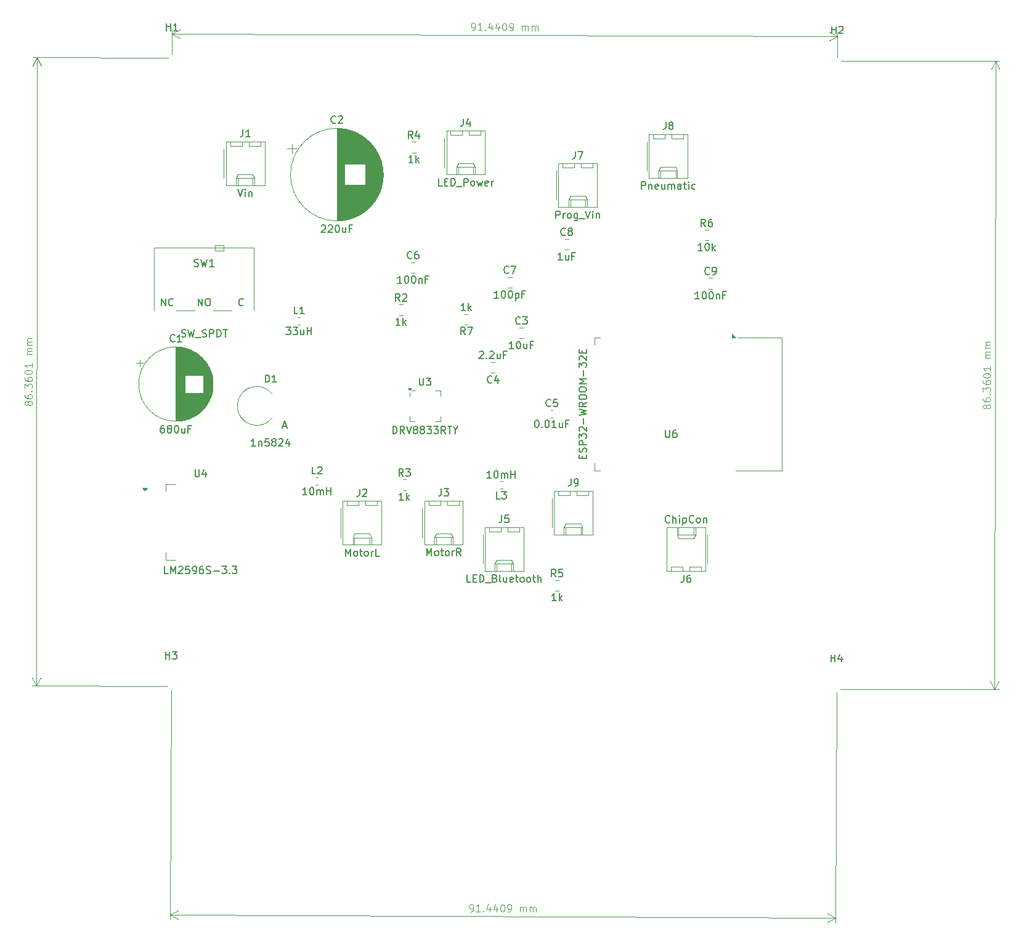
<source format=gbr>
%TF.GenerationSoftware,KiCad,Pcbnew,8.0.8*%
%TF.CreationDate,2025-03-12T15:52:42-05:00*%
%TF.ProjectId,group1_battlebot,67726f75-7031-45f6-9261-74746c65626f,rev?*%
%TF.SameCoordinates,Original*%
%TF.FileFunction,Legend,Top*%
%TF.FilePolarity,Positive*%
%FSLAX46Y46*%
G04 Gerber Fmt 4.6, Leading zero omitted, Abs format (unit mm)*
G04 Created by KiCad (PCBNEW 8.0.8) date 2025-03-12 15:52:42*
%MOMM*%
%LPD*%
G01*
G04 APERTURE LIST*
%ADD10C,0.100000*%
%ADD11C,0.150000*%
%ADD12C,0.120000*%
G04 APERTURE END LIST*
D10*
X89014535Y-159814586D02*
X89205009Y-159815433D01*
X89205009Y-159815433D02*
X89300458Y-159768238D01*
X89300458Y-159768238D02*
X89348288Y-159720831D01*
X89348288Y-159720831D02*
X89444160Y-159578398D01*
X89444160Y-159578398D02*
X89492625Y-159388136D01*
X89492625Y-159388136D02*
X89494318Y-159007187D01*
X89494318Y-159007187D02*
X89447123Y-158911738D01*
X89447123Y-158911738D02*
X89399716Y-158863908D01*
X89399716Y-158863908D02*
X89304690Y-158815866D01*
X89304690Y-158815866D02*
X89114216Y-158815020D01*
X89114216Y-158815020D02*
X89018767Y-158862215D01*
X89018767Y-158862215D02*
X88970937Y-158909622D01*
X88970937Y-158909622D02*
X88922895Y-159004647D01*
X88922895Y-159004647D02*
X88921837Y-159242740D01*
X88921837Y-159242740D02*
X88969032Y-159338189D01*
X88969032Y-159338189D02*
X89016439Y-159386019D01*
X89016439Y-159386019D02*
X89111465Y-159434061D01*
X89111465Y-159434061D02*
X89301939Y-159434908D01*
X89301939Y-159434908D02*
X89397388Y-159387712D01*
X89397388Y-159387712D02*
X89445218Y-159340305D01*
X89445218Y-159340305D02*
X89493260Y-159245280D01*
X90443092Y-159820936D02*
X89871669Y-159818396D01*
X90157380Y-159819666D02*
X90161825Y-158819676D01*
X90161825Y-158819676D02*
X90065953Y-158962108D01*
X90065953Y-158962108D02*
X89970292Y-159056922D01*
X89970292Y-159056922D02*
X89874844Y-159104117D01*
X90872082Y-159727603D02*
X90919489Y-159775433D01*
X90919489Y-159775433D02*
X90871659Y-159822840D01*
X90871659Y-159822840D02*
X90824252Y-159775010D01*
X90824252Y-159775010D02*
X90872082Y-159727603D01*
X90872082Y-159727603D02*
X90871659Y-159822840D01*
X91779375Y-159160201D02*
X91776412Y-159826861D01*
X91542975Y-158778195D02*
X91301707Y-159491415D01*
X91301707Y-159491415D02*
X91920749Y-159494166D01*
X92731746Y-159164434D02*
X92728783Y-159831094D01*
X92495346Y-158782427D02*
X92254079Y-159495648D01*
X92254079Y-159495648D02*
X92873120Y-159498399D01*
X93447506Y-158834279D02*
X93542743Y-158834702D01*
X93542743Y-158834702D02*
X93637769Y-158882744D01*
X93637769Y-158882744D02*
X93685176Y-158930574D01*
X93685176Y-158930574D02*
X93732371Y-159026023D01*
X93732371Y-159026023D02*
X93779143Y-159216709D01*
X93779143Y-159216709D02*
X93778085Y-159454802D01*
X93778085Y-159454802D02*
X93729620Y-159645064D01*
X93729620Y-159645064D02*
X93681578Y-159740090D01*
X93681578Y-159740090D02*
X93633748Y-159787497D01*
X93633748Y-159787497D02*
X93538299Y-159834692D01*
X93538299Y-159834692D02*
X93443062Y-159834269D01*
X93443062Y-159834269D02*
X93348036Y-159786227D01*
X93348036Y-159786227D02*
X93300629Y-159738397D01*
X93300629Y-159738397D02*
X93253434Y-159642948D01*
X93253434Y-159642948D02*
X93206662Y-159452262D01*
X93206662Y-159452262D02*
X93207720Y-159214169D01*
X93207720Y-159214169D02*
X93256185Y-159023906D01*
X93256185Y-159023906D02*
X93304227Y-158928881D01*
X93304227Y-158928881D02*
X93352058Y-158881474D01*
X93352058Y-158881474D02*
X93447506Y-158834279D01*
X94252578Y-159837867D02*
X94443052Y-159838713D01*
X94443052Y-159838713D02*
X94538501Y-159791518D01*
X94538501Y-159791518D02*
X94586331Y-159744111D01*
X94586331Y-159744111D02*
X94682203Y-159601678D01*
X94682203Y-159601678D02*
X94730668Y-159411416D01*
X94730668Y-159411416D02*
X94732361Y-159030467D01*
X94732361Y-159030467D02*
X94685166Y-158935018D01*
X94685166Y-158935018D02*
X94637759Y-158887188D01*
X94637759Y-158887188D02*
X94542734Y-158839146D01*
X94542734Y-158839146D02*
X94352259Y-158838300D01*
X94352259Y-158838300D02*
X94256811Y-158885495D01*
X94256811Y-158885495D02*
X94208980Y-158932902D01*
X94208980Y-158932902D02*
X94160938Y-159027928D01*
X94160938Y-159027928D02*
X94159880Y-159266020D01*
X94159880Y-159266020D02*
X94207076Y-159361469D01*
X94207076Y-159361469D02*
X94254483Y-159409299D01*
X94254483Y-159409299D02*
X94349508Y-159457341D01*
X94349508Y-159457341D02*
X94539982Y-159458188D01*
X94539982Y-159458188D02*
X94635431Y-159410993D01*
X94635431Y-159410993D02*
X94683261Y-159363586D01*
X94683261Y-159363586D02*
X94731303Y-159268560D01*
X95919228Y-159845274D02*
X95922191Y-159178614D01*
X95921768Y-159273851D02*
X95969598Y-159226444D01*
X95969598Y-159226444D02*
X96065047Y-159179249D01*
X96065047Y-159179249D02*
X96207903Y-159179884D01*
X96207903Y-159179884D02*
X96302928Y-159227926D01*
X96302928Y-159227926D02*
X96350123Y-159323374D01*
X96350123Y-159323374D02*
X96347795Y-159847179D01*
X96350123Y-159323374D02*
X96398165Y-159228349D01*
X96398165Y-159228349D02*
X96493614Y-159181154D01*
X96493614Y-159181154D02*
X96636470Y-159181788D01*
X96636470Y-159181788D02*
X96731495Y-159229830D01*
X96731495Y-159229830D02*
X96778691Y-159325279D01*
X96778691Y-159325279D02*
X96776363Y-159849083D01*
X97252548Y-159851200D02*
X97255511Y-159184540D01*
X97255088Y-159279777D02*
X97302918Y-159232370D01*
X97302918Y-159232370D02*
X97398367Y-159185175D01*
X97398367Y-159185175D02*
X97541222Y-159185810D01*
X97541222Y-159185810D02*
X97636248Y-159233851D01*
X97636248Y-159233851D02*
X97683443Y-159329300D01*
X97683443Y-159329300D02*
X97681115Y-159853105D01*
X97683443Y-159329300D02*
X97731485Y-159234275D01*
X97731485Y-159234275D02*
X97826934Y-159187079D01*
X97826934Y-159187079D02*
X97969790Y-159187714D01*
X97969790Y-159187714D02*
X98064815Y-159235756D01*
X98064815Y-159235756D02*
X98112011Y-159331205D01*
X98112011Y-159331205D02*
X98109682Y-159855009D01*
X47952978Y-129328795D02*
X47812837Y-160860482D01*
X139392978Y-129735195D02*
X139252837Y-161266882D01*
X47815443Y-160274067D02*
X139255443Y-160680467D01*
X47815443Y-160274067D02*
X139255443Y-160680467D01*
X47815443Y-160274067D02*
X48944542Y-159692659D01*
X47815443Y-160274067D02*
X48939329Y-160865489D01*
X139255443Y-160680467D02*
X138126344Y-161261875D01*
X139255443Y-160680467D02*
X138131557Y-160089045D01*
X28280741Y-90054167D02*
X28233010Y-90149349D01*
X28233010Y-90149349D02*
X28185335Y-90196912D01*
X28185335Y-90196912D02*
X28090041Y-90244419D01*
X28090041Y-90244419D02*
X28042422Y-90244363D01*
X28042422Y-90244363D02*
X27947240Y-90196632D01*
X27947240Y-90196632D02*
X27899677Y-90148957D01*
X27899677Y-90148957D02*
X27852170Y-90053663D01*
X27852170Y-90053663D02*
X27852394Y-89863187D01*
X27852394Y-89863187D02*
X27900125Y-89768005D01*
X27900125Y-89768005D02*
X27947800Y-89720442D01*
X27947800Y-89720442D02*
X28043094Y-89672935D01*
X28043094Y-89672935D02*
X28090713Y-89672991D01*
X28090713Y-89672991D02*
X28185895Y-89720722D01*
X28185895Y-89720722D02*
X28233458Y-89768397D01*
X28233458Y-89768397D02*
X28280965Y-89863691D01*
X28280965Y-89863691D02*
X28280741Y-90054167D01*
X28280741Y-90054167D02*
X28328248Y-90149461D01*
X28328248Y-90149461D02*
X28375811Y-90197136D01*
X28375811Y-90197136D02*
X28470993Y-90244867D01*
X28470993Y-90244867D02*
X28661469Y-90245091D01*
X28661469Y-90245091D02*
X28756763Y-90197584D01*
X28756763Y-90197584D02*
X28804438Y-90150021D01*
X28804438Y-90150021D02*
X28852169Y-90054839D01*
X28852169Y-90054839D02*
X28852393Y-89864363D01*
X28852393Y-89864363D02*
X28804886Y-89769069D01*
X28804886Y-89769069D02*
X28757323Y-89721394D01*
X28757323Y-89721394D02*
X28662141Y-89673663D01*
X28662141Y-89673663D02*
X28471665Y-89673439D01*
X28471665Y-89673439D02*
X28376371Y-89720946D01*
X28376371Y-89720946D02*
X28328696Y-89768509D01*
X28328696Y-89768509D02*
X28280965Y-89863691D01*
X27853626Y-88815568D02*
X27853402Y-89006044D01*
X27853402Y-89006044D02*
X27900909Y-89101338D01*
X27900909Y-89101338D02*
X27948472Y-89149013D01*
X27948472Y-89149013D02*
X28091217Y-89244420D01*
X28091217Y-89244420D02*
X28281637Y-89292263D01*
X28281637Y-89292263D02*
X28662589Y-89292711D01*
X28662589Y-89292711D02*
X28757884Y-89245204D01*
X28757884Y-89245204D02*
X28805559Y-89197641D01*
X28805559Y-89197641D02*
X28853290Y-89102459D01*
X28853290Y-89102459D02*
X28853514Y-88911983D01*
X28853514Y-88911983D02*
X28806007Y-88816689D01*
X28806007Y-88816689D02*
X28758444Y-88769014D01*
X28758444Y-88769014D02*
X28663262Y-88721283D01*
X28663262Y-88721283D02*
X28425167Y-88721003D01*
X28425167Y-88721003D02*
X28329873Y-88768510D01*
X28329873Y-88768510D02*
X28282198Y-88816072D01*
X28282198Y-88816072D02*
X28234466Y-88911255D01*
X28234466Y-88911255D02*
X28234242Y-89101731D01*
X28234242Y-89101731D02*
X28281749Y-89197025D01*
X28281749Y-89197025D02*
X28329312Y-89244700D01*
X28329312Y-89244700D02*
X28424494Y-89292431D01*
X28759004Y-88292824D02*
X28806679Y-88245261D01*
X28806679Y-88245261D02*
X28854242Y-88292936D01*
X28854242Y-88292936D02*
X28806567Y-88340499D01*
X28806567Y-88340499D02*
X28759004Y-88292824D01*
X28759004Y-88292824D02*
X28854242Y-88292936D01*
X27854691Y-87910807D02*
X27855419Y-87291760D01*
X27855419Y-87291760D02*
X28235979Y-87625542D01*
X28235979Y-87625542D02*
X28236147Y-87482684D01*
X28236147Y-87482684D02*
X28283878Y-87387502D01*
X28283878Y-87387502D02*
X28331553Y-87339939D01*
X28331553Y-87339939D02*
X28426847Y-87292433D01*
X28426847Y-87292433D02*
X28664942Y-87292713D01*
X28664942Y-87292713D02*
X28760124Y-87340444D01*
X28760124Y-87340444D02*
X28807687Y-87388119D01*
X28807687Y-87388119D02*
X28855194Y-87483413D01*
X28855194Y-87483413D02*
X28854858Y-87769127D01*
X28854858Y-87769127D02*
X28807127Y-87864309D01*
X28807127Y-87864309D02*
X28759452Y-87911872D01*
X27856428Y-86434618D02*
X27856203Y-86625094D01*
X27856203Y-86625094D02*
X27903710Y-86720388D01*
X27903710Y-86720388D02*
X27951273Y-86768063D01*
X27951273Y-86768063D02*
X28094018Y-86863469D01*
X28094018Y-86863469D02*
X28284438Y-86911312D01*
X28284438Y-86911312D02*
X28665391Y-86911760D01*
X28665391Y-86911760D02*
X28760685Y-86864254D01*
X28760685Y-86864254D02*
X28808360Y-86816691D01*
X28808360Y-86816691D02*
X28856091Y-86721509D01*
X28856091Y-86721509D02*
X28856315Y-86531032D01*
X28856315Y-86531032D02*
X28808808Y-86435738D01*
X28808808Y-86435738D02*
X28761245Y-86388063D01*
X28761245Y-86388063D02*
X28666063Y-86340332D01*
X28666063Y-86340332D02*
X28427968Y-86340052D01*
X28427968Y-86340052D02*
X28332674Y-86387559D01*
X28332674Y-86387559D02*
X28284999Y-86435122D01*
X28284999Y-86435122D02*
X28237268Y-86530304D01*
X28237268Y-86530304D02*
X28237044Y-86720780D01*
X28237044Y-86720780D02*
X28284550Y-86816074D01*
X28284550Y-86816074D02*
X28332113Y-86863749D01*
X28332113Y-86863749D02*
X28427295Y-86911480D01*
X27857268Y-85720333D02*
X27857380Y-85625095D01*
X27857380Y-85625095D02*
X27905111Y-85529913D01*
X27905111Y-85529913D02*
X27952786Y-85482350D01*
X27952786Y-85482350D02*
X28048080Y-85434843D01*
X28048080Y-85434843D02*
X28238612Y-85387448D01*
X28238612Y-85387448D02*
X28476707Y-85387728D01*
X28476707Y-85387728D02*
X28667127Y-85435571D01*
X28667127Y-85435571D02*
X28762309Y-85483302D01*
X28762309Y-85483302D02*
X28809872Y-85530977D01*
X28809872Y-85530977D02*
X28857379Y-85626271D01*
X28857379Y-85626271D02*
X28857267Y-85721509D01*
X28857267Y-85721509D02*
X28809536Y-85816691D01*
X28809536Y-85816691D02*
X28761861Y-85864254D01*
X28761861Y-85864254D02*
X28666567Y-85911761D01*
X28666567Y-85911761D02*
X28476035Y-85959156D01*
X28476035Y-85959156D02*
X28237940Y-85958876D01*
X28237940Y-85958876D02*
X28047520Y-85911033D01*
X28047520Y-85911033D02*
X27952338Y-85863302D01*
X27952338Y-85863302D02*
X27904775Y-85815627D01*
X27904775Y-85815627D02*
X27857268Y-85720333D01*
X28858780Y-84435796D02*
X28858108Y-85007224D01*
X28858444Y-84721510D02*
X27858444Y-84720333D01*
X27858444Y-84720333D02*
X28001189Y-84815739D01*
X28001189Y-84815739D02*
X28096315Y-84911089D01*
X28096315Y-84911089D02*
X28143822Y-85006384D01*
X28860180Y-83245320D02*
X28193514Y-83244536D01*
X28288752Y-83244648D02*
X28241189Y-83196973D01*
X28241189Y-83196973D02*
X28193682Y-83101679D01*
X28193682Y-83101679D02*
X28193850Y-82958822D01*
X28193850Y-82958822D02*
X28241581Y-82863640D01*
X28241581Y-82863640D02*
X28336875Y-82816133D01*
X28336875Y-82816133D02*
X28860685Y-82816749D01*
X28336875Y-82816133D02*
X28241693Y-82768402D01*
X28241693Y-82768402D02*
X28194186Y-82673108D01*
X28194186Y-82673108D02*
X28194354Y-82530251D01*
X28194354Y-82530251D02*
X28242086Y-82435069D01*
X28242086Y-82435069D02*
X28337380Y-82387562D01*
X28337380Y-82387562D02*
X28861189Y-82388178D01*
X28861749Y-81911988D02*
X28195083Y-81911204D01*
X28290321Y-81911316D02*
X28242758Y-81863641D01*
X28242758Y-81863641D02*
X28195251Y-81768347D01*
X28195251Y-81768347D02*
X28195419Y-81625490D01*
X28195419Y-81625490D02*
X28243150Y-81530308D01*
X28243150Y-81530308D02*
X28338444Y-81482801D01*
X28338444Y-81482801D02*
X28862253Y-81483417D01*
X28338444Y-81482801D02*
X28243262Y-81435070D01*
X28243262Y-81435070D02*
X28195755Y-81339775D01*
X28195755Y-81339775D02*
X28195923Y-81196918D01*
X28195923Y-81196918D02*
X28243654Y-81101736D01*
X28243654Y-81101736D02*
X28338948Y-81054229D01*
X28338948Y-81054229D02*
X28862757Y-81054846D01*
X47556800Y-42468212D02*
X28964340Y-42446339D01*
X47455200Y-128828212D02*
X28862740Y-128806339D01*
X29550760Y-42447028D02*
X29449160Y-128807028D01*
X29550760Y-42447028D02*
X29449160Y-128807028D01*
X29550760Y-42447028D02*
X30135855Y-43574221D01*
X29550760Y-42447028D02*
X28963014Y-43572841D01*
X29449160Y-128807028D02*
X28864065Y-127679835D01*
X29449160Y-128807028D02*
X30036906Y-127681215D01*
X89270618Y-38695870D02*
X89461092Y-38696717D01*
X89461092Y-38696717D02*
X89556541Y-38649522D01*
X89556541Y-38649522D02*
X89604371Y-38602115D01*
X89604371Y-38602115D02*
X89700243Y-38459682D01*
X89700243Y-38459682D02*
X89748708Y-38269420D01*
X89748708Y-38269420D02*
X89750401Y-37888471D01*
X89750401Y-37888471D02*
X89703206Y-37793022D01*
X89703206Y-37793022D02*
X89655799Y-37745192D01*
X89655799Y-37745192D02*
X89560773Y-37697150D01*
X89560773Y-37697150D02*
X89370299Y-37696304D01*
X89370299Y-37696304D02*
X89274850Y-37743499D01*
X89274850Y-37743499D02*
X89227020Y-37790906D01*
X89227020Y-37790906D02*
X89178978Y-37885931D01*
X89178978Y-37885931D02*
X89177920Y-38124024D01*
X89177920Y-38124024D02*
X89225115Y-38219473D01*
X89225115Y-38219473D02*
X89272522Y-38267303D01*
X89272522Y-38267303D02*
X89367548Y-38315345D01*
X89367548Y-38315345D02*
X89558022Y-38316192D01*
X89558022Y-38316192D02*
X89653471Y-38268996D01*
X89653471Y-38268996D02*
X89701301Y-38221589D01*
X89701301Y-38221589D02*
X89749343Y-38126564D01*
X90699175Y-38702220D02*
X90127752Y-38699680D01*
X90413463Y-38700950D02*
X90417908Y-37700960D01*
X90417908Y-37700960D02*
X90322036Y-37843392D01*
X90322036Y-37843392D02*
X90226375Y-37938206D01*
X90226375Y-37938206D02*
X90130927Y-37985401D01*
X91128165Y-38608887D02*
X91175572Y-38656717D01*
X91175572Y-38656717D02*
X91127742Y-38704124D01*
X91127742Y-38704124D02*
X91080335Y-38656294D01*
X91080335Y-38656294D02*
X91128165Y-38608887D01*
X91128165Y-38608887D02*
X91127742Y-38704124D01*
X92035458Y-38041485D02*
X92032495Y-38708145D01*
X91799058Y-37659479D02*
X91557790Y-38372699D01*
X91557790Y-38372699D02*
X92176832Y-38375450D01*
X92987829Y-38045718D02*
X92984866Y-38712378D01*
X92751429Y-37663711D02*
X92510162Y-38376932D01*
X92510162Y-38376932D02*
X93129203Y-38379683D01*
X93703589Y-37715563D02*
X93798826Y-37715986D01*
X93798826Y-37715986D02*
X93893852Y-37764028D01*
X93893852Y-37764028D02*
X93941259Y-37811858D01*
X93941259Y-37811858D02*
X93988454Y-37907307D01*
X93988454Y-37907307D02*
X94035226Y-38097993D01*
X94035226Y-38097993D02*
X94034168Y-38336086D01*
X94034168Y-38336086D02*
X93985703Y-38526348D01*
X93985703Y-38526348D02*
X93937661Y-38621374D01*
X93937661Y-38621374D02*
X93889831Y-38668781D01*
X93889831Y-38668781D02*
X93794382Y-38715976D01*
X93794382Y-38715976D02*
X93699145Y-38715553D01*
X93699145Y-38715553D02*
X93604119Y-38667511D01*
X93604119Y-38667511D02*
X93556712Y-38619681D01*
X93556712Y-38619681D02*
X93509517Y-38524232D01*
X93509517Y-38524232D02*
X93462745Y-38333546D01*
X93462745Y-38333546D02*
X93463803Y-38095453D01*
X93463803Y-38095453D02*
X93512268Y-37905190D01*
X93512268Y-37905190D02*
X93560310Y-37810165D01*
X93560310Y-37810165D02*
X93608141Y-37762758D01*
X93608141Y-37762758D02*
X93703589Y-37715563D01*
X94508661Y-38719151D02*
X94699135Y-38719997D01*
X94699135Y-38719997D02*
X94794584Y-38672802D01*
X94794584Y-38672802D02*
X94842414Y-38625395D01*
X94842414Y-38625395D02*
X94938286Y-38482962D01*
X94938286Y-38482962D02*
X94986751Y-38292700D01*
X94986751Y-38292700D02*
X94988444Y-37911751D01*
X94988444Y-37911751D02*
X94941249Y-37816302D01*
X94941249Y-37816302D02*
X94893842Y-37768472D01*
X94893842Y-37768472D02*
X94798817Y-37720430D01*
X94798817Y-37720430D02*
X94608342Y-37719584D01*
X94608342Y-37719584D02*
X94512894Y-37766779D01*
X94512894Y-37766779D02*
X94465063Y-37814186D01*
X94465063Y-37814186D02*
X94417021Y-37909212D01*
X94417021Y-37909212D02*
X94415963Y-38147304D01*
X94415963Y-38147304D02*
X94463159Y-38242753D01*
X94463159Y-38242753D02*
X94510566Y-38290583D01*
X94510566Y-38290583D02*
X94605591Y-38338625D01*
X94605591Y-38338625D02*
X94796065Y-38339472D01*
X94796065Y-38339472D02*
X94891514Y-38292277D01*
X94891514Y-38292277D02*
X94939344Y-38244870D01*
X94939344Y-38244870D02*
X94987386Y-38149844D01*
X96175311Y-38726558D02*
X96178274Y-38059898D01*
X96177851Y-38155135D02*
X96225681Y-38107728D01*
X96225681Y-38107728D02*
X96321130Y-38060533D01*
X96321130Y-38060533D02*
X96463986Y-38061168D01*
X96463986Y-38061168D02*
X96559011Y-38109210D01*
X96559011Y-38109210D02*
X96606206Y-38204658D01*
X96606206Y-38204658D02*
X96603878Y-38728463D01*
X96606206Y-38204658D02*
X96654248Y-38109633D01*
X96654248Y-38109633D02*
X96749697Y-38062438D01*
X96749697Y-38062438D02*
X96892553Y-38063072D01*
X96892553Y-38063072D02*
X96987578Y-38111114D01*
X96987578Y-38111114D02*
X97034774Y-38206563D01*
X97034774Y-38206563D02*
X97032446Y-38730367D01*
X97508631Y-38732484D02*
X97511594Y-38065824D01*
X97511171Y-38161061D02*
X97559001Y-38113654D01*
X97559001Y-38113654D02*
X97654450Y-38066459D01*
X97654450Y-38066459D02*
X97797305Y-38067094D01*
X97797305Y-38067094D02*
X97892331Y-38115135D01*
X97892331Y-38115135D02*
X97939526Y-38210584D01*
X97939526Y-38210584D02*
X97937198Y-38734389D01*
X97939526Y-38210584D02*
X97987568Y-38115559D01*
X97987568Y-38115559D02*
X98083017Y-38068363D01*
X98083017Y-38068363D02*
X98225873Y-38068998D01*
X98225873Y-38068998D02*
X98320898Y-38117040D01*
X98320898Y-38117040D02*
X98368094Y-38212489D01*
X98368094Y-38212489D02*
X98365765Y-38736293D01*
X139499022Y-42375205D02*
X139514133Y-38975337D01*
X48059022Y-41968805D02*
X48074133Y-38568937D01*
X139511526Y-39561751D02*
X48071526Y-39155351D01*
X139511526Y-39561751D02*
X48071526Y-39155351D01*
X139511526Y-39561751D02*
X138382427Y-40143159D01*
X139511526Y-39561751D02*
X138387640Y-38970329D01*
X48071526Y-39155351D02*
X49200625Y-38573943D01*
X48071526Y-39155351D02*
X49195412Y-39746773D01*
X159959631Y-90507907D02*
X159911900Y-90603089D01*
X159911900Y-90603089D02*
X159864225Y-90650652D01*
X159864225Y-90650652D02*
X159768931Y-90698159D01*
X159768931Y-90698159D02*
X159721312Y-90698103D01*
X159721312Y-90698103D02*
X159626130Y-90650372D01*
X159626130Y-90650372D02*
X159578567Y-90602697D01*
X159578567Y-90602697D02*
X159531060Y-90507403D01*
X159531060Y-90507403D02*
X159531284Y-90316927D01*
X159531284Y-90316927D02*
X159579015Y-90221745D01*
X159579015Y-90221745D02*
X159626690Y-90174182D01*
X159626690Y-90174182D02*
X159721984Y-90126675D01*
X159721984Y-90126675D02*
X159769603Y-90126731D01*
X159769603Y-90126731D02*
X159864785Y-90174462D01*
X159864785Y-90174462D02*
X159912348Y-90222137D01*
X159912348Y-90222137D02*
X159959855Y-90317431D01*
X159959855Y-90317431D02*
X159959631Y-90507907D01*
X159959631Y-90507907D02*
X160007138Y-90603201D01*
X160007138Y-90603201D02*
X160054701Y-90650876D01*
X160054701Y-90650876D02*
X160149883Y-90698607D01*
X160149883Y-90698607D02*
X160340359Y-90698831D01*
X160340359Y-90698831D02*
X160435653Y-90651324D01*
X160435653Y-90651324D02*
X160483328Y-90603761D01*
X160483328Y-90603761D02*
X160531059Y-90508579D01*
X160531059Y-90508579D02*
X160531283Y-90318103D01*
X160531283Y-90318103D02*
X160483776Y-90222809D01*
X160483776Y-90222809D02*
X160436213Y-90175134D01*
X160436213Y-90175134D02*
X160341031Y-90127403D01*
X160341031Y-90127403D02*
X160150555Y-90127179D01*
X160150555Y-90127179D02*
X160055261Y-90174686D01*
X160055261Y-90174686D02*
X160007586Y-90222249D01*
X160007586Y-90222249D02*
X159959855Y-90317431D01*
X159532516Y-89269308D02*
X159532292Y-89459784D01*
X159532292Y-89459784D02*
X159579799Y-89555078D01*
X159579799Y-89555078D02*
X159627362Y-89602753D01*
X159627362Y-89602753D02*
X159770107Y-89698160D01*
X159770107Y-89698160D02*
X159960527Y-89746003D01*
X159960527Y-89746003D02*
X160341479Y-89746451D01*
X160341479Y-89746451D02*
X160436774Y-89698944D01*
X160436774Y-89698944D02*
X160484449Y-89651381D01*
X160484449Y-89651381D02*
X160532180Y-89556199D01*
X160532180Y-89556199D02*
X160532404Y-89365723D01*
X160532404Y-89365723D02*
X160484897Y-89270429D01*
X160484897Y-89270429D02*
X160437334Y-89222754D01*
X160437334Y-89222754D02*
X160342152Y-89175023D01*
X160342152Y-89175023D02*
X160104057Y-89174743D01*
X160104057Y-89174743D02*
X160008763Y-89222250D01*
X160008763Y-89222250D02*
X159961088Y-89269812D01*
X159961088Y-89269812D02*
X159913356Y-89364995D01*
X159913356Y-89364995D02*
X159913132Y-89555471D01*
X159913132Y-89555471D02*
X159960639Y-89650765D01*
X159960639Y-89650765D02*
X160008202Y-89698440D01*
X160008202Y-89698440D02*
X160103384Y-89746171D01*
X160437894Y-88746564D02*
X160485569Y-88699001D01*
X160485569Y-88699001D02*
X160533132Y-88746676D01*
X160533132Y-88746676D02*
X160485457Y-88794239D01*
X160485457Y-88794239D02*
X160437894Y-88746564D01*
X160437894Y-88746564D02*
X160533132Y-88746676D01*
X159533581Y-88364547D02*
X159534309Y-87745500D01*
X159534309Y-87745500D02*
X159914869Y-88079282D01*
X159914869Y-88079282D02*
X159915037Y-87936424D01*
X159915037Y-87936424D02*
X159962768Y-87841242D01*
X159962768Y-87841242D02*
X160010443Y-87793679D01*
X160010443Y-87793679D02*
X160105737Y-87746173D01*
X160105737Y-87746173D02*
X160343832Y-87746453D01*
X160343832Y-87746453D02*
X160439014Y-87794184D01*
X160439014Y-87794184D02*
X160486577Y-87841859D01*
X160486577Y-87841859D02*
X160534084Y-87937153D01*
X160534084Y-87937153D02*
X160533748Y-88222867D01*
X160533748Y-88222867D02*
X160486017Y-88318049D01*
X160486017Y-88318049D02*
X160438342Y-88365612D01*
X159535318Y-86888358D02*
X159535093Y-87078834D01*
X159535093Y-87078834D02*
X159582600Y-87174128D01*
X159582600Y-87174128D02*
X159630163Y-87221803D01*
X159630163Y-87221803D02*
X159772908Y-87317209D01*
X159772908Y-87317209D02*
X159963328Y-87365052D01*
X159963328Y-87365052D02*
X160344281Y-87365500D01*
X160344281Y-87365500D02*
X160439575Y-87317994D01*
X160439575Y-87317994D02*
X160487250Y-87270431D01*
X160487250Y-87270431D02*
X160534981Y-87175249D01*
X160534981Y-87175249D02*
X160535205Y-86984772D01*
X160535205Y-86984772D02*
X160487698Y-86889478D01*
X160487698Y-86889478D02*
X160440135Y-86841803D01*
X160440135Y-86841803D02*
X160344953Y-86794072D01*
X160344953Y-86794072D02*
X160106858Y-86793792D01*
X160106858Y-86793792D02*
X160011564Y-86841299D01*
X160011564Y-86841299D02*
X159963889Y-86888862D01*
X159963889Y-86888862D02*
X159916158Y-86984044D01*
X159916158Y-86984044D02*
X159915934Y-87174520D01*
X159915934Y-87174520D02*
X159963440Y-87269814D01*
X159963440Y-87269814D02*
X160011003Y-87317489D01*
X160011003Y-87317489D02*
X160106185Y-87365220D01*
X159536158Y-86174073D02*
X159536270Y-86078835D01*
X159536270Y-86078835D02*
X159584001Y-85983653D01*
X159584001Y-85983653D02*
X159631676Y-85936090D01*
X159631676Y-85936090D02*
X159726970Y-85888583D01*
X159726970Y-85888583D02*
X159917502Y-85841188D01*
X159917502Y-85841188D02*
X160155597Y-85841468D01*
X160155597Y-85841468D02*
X160346017Y-85889311D01*
X160346017Y-85889311D02*
X160441199Y-85937042D01*
X160441199Y-85937042D02*
X160488762Y-85984717D01*
X160488762Y-85984717D02*
X160536269Y-86080011D01*
X160536269Y-86080011D02*
X160536157Y-86175249D01*
X160536157Y-86175249D02*
X160488426Y-86270431D01*
X160488426Y-86270431D02*
X160440751Y-86317994D01*
X160440751Y-86317994D02*
X160345457Y-86365501D01*
X160345457Y-86365501D02*
X160154925Y-86412896D01*
X160154925Y-86412896D02*
X159916830Y-86412616D01*
X159916830Y-86412616D02*
X159726410Y-86364773D01*
X159726410Y-86364773D02*
X159631228Y-86317042D01*
X159631228Y-86317042D02*
X159583665Y-86269367D01*
X159583665Y-86269367D02*
X159536158Y-86174073D01*
X160537670Y-84889536D02*
X160536998Y-85460964D01*
X160537334Y-85175250D02*
X159537334Y-85174073D01*
X159537334Y-85174073D02*
X159680079Y-85269479D01*
X159680079Y-85269479D02*
X159775205Y-85364829D01*
X159775205Y-85364829D02*
X159822712Y-85460124D01*
X160539070Y-83699060D02*
X159872404Y-83698276D01*
X159967642Y-83698388D02*
X159920079Y-83650713D01*
X159920079Y-83650713D02*
X159872572Y-83555419D01*
X159872572Y-83555419D02*
X159872740Y-83412562D01*
X159872740Y-83412562D02*
X159920471Y-83317380D01*
X159920471Y-83317380D02*
X160015765Y-83269873D01*
X160015765Y-83269873D02*
X160539575Y-83270489D01*
X160015765Y-83269873D02*
X159920583Y-83222142D01*
X159920583Y-83222142D02*
X159873076Y-83126848D01*
X159873076Y-83126848D02*
X159873244Y-82983991D01*
X159873244Y-82983991D02*
X159920976Y-82888809D01*
X159920976Y-82888809D02*
X160016270Y-82841302D01*
X160016270Y-82841302D02*
X160540079Y-82841918D01*
X160540639Y-82365728D02*
X159873973Y-82364944D01*
X159969211Y-82365056D02*
X159921648Y-82317381D01*
X159921648Y-82317381D02*
X159874141Y-82222087D01*
X159874141Y-82222087D02*
X159874309Y-82079230D01*
X159874309Y-82079230D02*
X159922040Y-81984048D01*
X159922040Y-81984048D02*
X160017334Y-81936541D01*
X160017334Y-81936541D02*
X160541143Y-81937157D01*
X160017334Y-81936541D02*
X159922152Y-81888810D01*
X159922152Y-81888810D02*
X159874645Y-81793515D01*
X159874645Y-81793515D02*
X159874813Y-81650658D01*
X159874813Y-81650658D02*
X159922544Y-81555476D01*
X159922544Y-81555476D02*
X160017838Y-81507969D01*
X160017838Y-81507969D02*
X160541647Y-81508586D01*
X139996800Y-42875788D02*
X161816070Y-42901458D01*
X139895200Y-129235788D02*
X161714470Y-129261458D01*
X161229650Y-42900768D02*
X161128050Y-129260768D01*
X161229650Y-42900768D02*
X161128050Y-129260768D01*
X161229650Y-42900768D02*
X161814745Y-44027961D01*
X161229650Y-42900768D02*
X160641904Y-44026581D01*
X161128050Y-129260768D02*
X160542955Y-128133575D01*
X161128050Y-129260768D02*
X161715796Y-128134955D01*
D11*
X81036833Y-69991980D02*
X80989214Y-70039600D01*
X80989214Y-70039600D02*
X80846357Y-70087219D01*
X80846357Y-70087219D02*
X80751119Y-70087219D01*
X80751119Y-70087219D02*
X80608262Y-70039600D01*
X80608262Y-70039600D02*
X80513024Y-69944361D01*
X80513024Y-69944361D02*
X80465405Y-69849123D01*
X80465405Y-69849123D02*
X80417786Y-69658647D01*
X80417786Y-69658647D02*
X80417786Y-69515790D01*
X80417786Y-69515790D02*
X80465405Y-69325314D01*
X80465405Y-69325314D02*
X80513024Y-69230076D01*
X80513024Y-69230076D02*
X80608262Y-69134838D01*
X80608262Y-69134838D02*
X80751119Y-69087219D01*
X80751119Y-69087219D02*
X80846357Y-69087219D01*
X80846357Y-69087219D02*
X80989214Y-69134838D01*
X80989214Y-69134838D02*
X81036833Y-69182457D01*
X81893976Y-69087219D02*
X81703500Y-69087219D01*
X81703500Y-69087219D02*
X81608262Y-69134838D01*
X81608262Y-69134838D02*
X81560643Y-69182457D01*
X81560643Y-69182457D02*
X81465405Y-69325314D01*
X81465405Y-69325314D02*
X81417786Y-69515790D01*
X81417786Y-69515790D02*
X81417786Y-69896742D01*
X81417786Y-69896742D02*
X81465405Y-69991980D01*
X81465405Y-69991980D02*
X81513024Y-70039600D01*
X81513024Y-70039600D02*
X81608262Y-70087219D01*
X81608262Y-70087219D02*
X81798738Y-70087219D01*
X81798738Y-70087219D02*
X81893976Y-70039600D01*
X81893976Y-70039600D02*
X81941595Y-69991980D01*
X81941595Y-69991980D02*
X81989214Y-69896742D01*
X81989214Y-69896742D02*
X81989214Y-69658647D01*
X81989214Y-69658647D02*
X81941595Y-69563409D01*
X81941595Y-69563409D02*
X81893976Y-69515790D01*
X81893976Y-69515790D02*
X81798738Y-69468171D01*
X81798738Y-69468171D02*
X81608262Y-69468171D01*
X81608262Y-69468171D02*
X81513024Y-69515790D01*
X81513024Y-69515790D02*
X81465405Y-69563409D01*
X81465405Y-69563409D02*
X81417786Y-69658647D01*
X79655880Y-73447219D02*
X79084452Y-73447219D01*
X79370166Y-73447219D02*
X79370166Y-72447219D01*
X79370166Y-72447219D02*
X79274928Y-72590076D01*
X79274928Y-72590076D02*
X79179690Y-72685314D01*
X79179690Y-72685314D02*
X79084452Y-72732933D01*
X80274928Y-72447219D02*
X80370166Y-72447219D01*
X80370166Y-72447219D02*
X80465404Y-72494838D01*
X80465404Y-72494838D02*
X80513023Y-72542457D01*
X80513023Y-72542457D02*
X80560642Y-72637695D01*
X80560642Y-72637695D02*
X80608261Y-72828171D01*
X80608261Y-72828171D02*
X80608261Y-73066266D01*
X80608261Y-73066266D02*
X80560642Y-73256742D01*
X80560642Y-73256742D02*
X80513023Y-73351980D01*
X80513023Y-73351980D02*
X80465404Y-73399600D01*
X80465404Y-73399600D02*
X80370166Y-73447219D01*
X80370166Y-73447219D02*
X80274928Y-73447219D01*
X80274928Y-73447219D02*
X80179690Y-73399600D01*
X80179690Y-73399600D02*
X80132071Y-73351980D01*
X80132071Y-73351980D02*
X80084452Y-73256742D01*
X80084452Y-73256742D02*
X80036833Y-73066266D01*
X80036833Y-73066266D02*
X80036833Y-72828171D01*
X80036833Y-72828171D02*
X80084452Y-72637695D01*
X80084452Y-72637695D02*
X80132071Y-72542457D01*
X80132071Y-72542457D02*
X80179690Y-72494838D01*
X80179690Y-72494838D02*
X80274928Y-72447219D01*
X81227309Y-72447219D02*
X81322547Y-72447219D01*
X81322547Y-72447219D02*
X81417785Y-72494838D01*
X81417785Y-72494838D02*
X81465404Y-72542457D01*
X81465404Y-72542457D02*
X81513023Y-72637695D01*
X81513023Y-72637695D02*
X81560642Y-72828171D01*
X81560642Y-72828171D02*
X81560642Y-73066266D01*
X81560642Y-73066266D02*
X81513023Y-73256742D01*
X81513023Y-73256742D02*
X81465404Y-73351980D01*
X81465404Y-73351980D02*
X81417785Y-73399600D01*
X81417785Y-73399600D02*
X81322547Y-73447219D01*
X81322547Y-73447219D02*
X81227309Y-73447219D01*
X81227309Y-73447219D02*
X81132071Y-73399600D01*
X81132071Y-73399600D02*
X81084452Y-73351980D01*
X81084452Y-73351980D02*
X81036833Y-73256742D01*
X81036833Y-73256742D02*
X80989214Y-73066266D01*
X80989214Y-73066266D02*
X80989214Y-72828171D01*
X80989214Y-72828171D02*
X81036833Y-72637695D01*
X81036833Y-72637695D02*
X81084452Y-72542457D01*
X81084452Y-72542457D02*
X81132071Y-72494838D01*
X81132071Y-72494838D02*
X81227309Y-72447219D01*
X81989214Y-72780552D02*
X81989214Y-73447219D01*
X81989214Y-72875790D02*
X82036833Y-72828171D01*
X82036833Y-72828171D02*
X82132071Y-72780552D01*
X82132071Y-72780552D02*
X82274928Y-72780552D01*
X82274928Y-72780552D02*
X82370166Y-72828171D01*
X82370166Y-72828171D02*
X82417785Y-72923409D01*
X82417785Y-72923409D02*
X82417785Y-73447219D01*
X83227309Y-72923409D02*
X82893976Y-72923409D01*
X82893976Y-73447219D02*
X82893976Y-72447219D01*
X82893976Y-72447219D02*
X83370166Y-72447219D01*
X47294895Y-38723619D02*
X47294895Y-37723619D01*
X47294895Y-38199809D02*
X47866323Y-38199809D01*
X47866323Y-38723619D02*
X47866323Y-37723619D01*
X48866323Y-38723619D02*
X48294895Y-38723619D01*
X48580609Y-38723619D02*
X48580609Y-37723619D01*
X48580609Y-37723619D02*
X48485371Y-37866476D01*
X48485371Y-37866476D02*
X48390133Y-37961714D01*
X48390133Y-37961714D02*
X48294895Y-38009333D01*
X47193295Y-125083619D02*
X47193295Y-124083619D01*
X47193295Y-124559809D02*
X47764723Y-124559809D01*
X47764723Y-125083619D02*
X47764723Y-124083619D01*
X48145676Y-124083619D02*
X48764723Y-124083619D01*
X48764723Y-124083619D02*
X48431390Y-124464571D01*
X48431390Y-124464571D02*
X48574247Y-124464571D01*
X48574247Y-124464571D02*
X48669485Y-124512190D01*
X48669485Y-124512190D02*
X48717104Y-124559809D01*
X48717104Y-124559809D02*
X48764723Y-124655047D01*
X48764723Y-124655047D02*
X48764723Y-124893142D01*
X48764723Y-124893142D02*
X48717104Y-124988380D01*
X48717104Y-124988380D02*
X48669485Y-125036000D01*
X48669485Y-125036000D02*
X48574247Y-125083619D01*
X48574247Y-125083619D02*
X48288533Y-125083619D01*
X48288533Y-125083619D02*
X48193295Y-125036000D01*
X48193295Y-125036000D02*
X48145676Y-124988380D01*
X138633295Y-125490019D02*
X138633295Y-124490019D01*
X138633295Y-124966209D02*
X139204723Y-124966209D01*
X139204723Y-125490019D02*
X139204723Y-124490019D01*
X140109485Y-124823352D02*
X140109485Y-125490019D01*
X139871390Y-124442400D02*
X139633295Y-125156685D01*
X139633295Y-125156685D02*
X140252342Y-125156685D01*
X115894895Y-93656019D02*
X115894895Y-94465542D01*
X115894895Y-94465542D02*
X115942514Y-94560780D01*
X115942514Y-94560780D02*
X115990133Y-94608400D01*
X115990133Y-94608400D02*
X116085371Y-94656019D01*
X116085371Y-94656019D02*
X116275847Y-94656019D01*
X116275847Y-94656019D02*
X116371085Y-94608400D01*
X116371085Y-94608400D02*
X116418704Y-94560780D01*
X116418704Y-94560780D02*
X116466323Y-94465542D01*
X116466323Y-94465542D02*
X116466323Y-93656019D01*
X117371085Y-93656019D02*
X117180609Y-93656019D01*
X117180609Y-93656019D02*
X117085371Y-93703638D01*
X117085371Y-93703638D02*
X117037752Y-93751257D01*
X117037752Y-93751257D02*
X116942514Y-93894114D01*
X116942514Y-93894114D02*
X116894895Y-94084590D01*
X116894895Y-94084590D02*
X116894895Y-94465542D01*
X116894895Y-94465542D02*
X116942514Y-94560780D01*
X116942514Y-94560780D02*
X116990133Y-94608400D01*
X116990133Y-94608400D02*
X117085371Y-94656019D01*
X117085371Y-94656019D02*
X117275847Y-94656019D01*
X117275847Y-94656019D02*
X117371085Y-94608400D01*
X117371085Y-94608400D02*
X117418704Y-94560780D01*
X117418704Y-94560780D02*
X117466323Y-94465542D01*
X117466323Y-94465542D02*
X117466323Y-94227447D01*
X117466323Y-94227447D02*
X117418704Y-94132209D01*
X117418704Y-94132209D02*
X117371085Y-94084590D01*
X117371085Y-94084590D02*
X117275847Y-94036971D01*
X117275847Y-94036971D02*
X117085371Y-94036971D01*
X117085371Y-94036971D02*
X116990133Y-94084590D01*
X116990133Y-94084590D02*
X116942514Y-94132209D01*
X116942514Y-94132209D02*
X116894895Y-94227447D01*
X104488609Y-97532189D02*
X104488609Y-97198856D01*
X105012419Y-97055999D02*
X105012419Y-97532189D01*
X105012419Y-97532189D02*
X104012419Y-97532189D01*
X104012419Y-97532189D02*
X104012419Y-97055999D01*
X104964800Y-96675046D02*
X105012419Y-96532189D01*
X105012419Y-96532189D02*
X105012419Y-96294094D01*
X105012419Y-96294094D02*
X104964800Y-96198856D01*
X104964800Y-96198856D02*
X104917180Y-96151237D01*
X104917180Y-96151237D02*
X104821942Y-96103618D01*
X104821942Y-96103618D02*
X104726704Y-96103618D01*
X104726704Y-96103618D02*
X104631466Y-96151237D01*
X104631466Y-96151237D02*
X104583847Y-96198856D01*
X104583847Y-96198856D02*
X104536228Y-96294094D01*
X104536228Y-96294094D02*
X104488609Y-96484570D01*
X104488609Y-96484570D02*
X104440990Y-96579808D01*
X104440990Y-96579808D02*
X104393371Y-96627427D01*
X104393371Y-96627427D02*
X104298133Y-96675046D01*
X104298133Y-96675046D02*
X104202895Y-96675046D01*
X104202895Y-96675046D02*
X104107657Y-96627427D01*
X104107657Y-96627427D02*
X104060038Y-96579808D01*
X104060038Y-96579808D02*
X104012419Y-96484570D01*
X104012419Y-96484570D02*
X104012419Y-96246475D01*
X104012419Y-96246475D02*
X104060038Y-96103618D01*
X105012419Y-95675046D02*
X104012419Y-95675046D01*
X104012419Y-95675046D02*
X104012419Y-95294094D01*
X104012419Y-95294094D02*
X104060038Y-95198856D01*
X104060038Y-95198856D02*
X104107657Y-95151237D01*
X104107657Y-95151237D02*
X104202895Y-95103618D01*
X104202895Y-95103618D02*
X104345752Y-95103618D01*
X104345752Y-95103618D02*
X104440990Y-95151237D01*
X104440990Y-95151237D02*
X104488609Y-95198856D01*
X104488609Y-95198856D02*
X104536228Y-95294094D01*
X104536228Y-95294094D02*
X104536228Y-95675046D01*
X104012419Y-94770284D02*
X104012419Y-94151237D01*
X104012419Y-94151237D02*
X104393371Y-94484570D01*
X104393371Y-94484570D02*
X104393371Y-94341713D01*
X104393371Y-94341713D02*
X104440990Y-94246475D01*
X104440990Y-94246475D02*
X104488609Y-94198856D01*
X104488609Y-94198856D02*
X104583847Y-94151237D01*
X104583847Y-94151237D02*
X104821942Y-94151237D01*
X104821942Y-94151237D02*
X104917180Y-94198856D01*
X104917180Y-94198856D02*
X104964800Y-94246475D01*
X104964800Y-94246475D02*
X105012419Y-94341713D01*
X105012419Y-94341713D02*
X105012419Y-94627427D01*
X105012419Y-94627427D02*
X104964800Y-94722665D01*
X104964800Y-94722665D02*
X104917180Y-94770284D01*
X104107657Y-93770284D02*
X104060038Y-93722665D01*
X104060038Y-93722665D02*
X104012419Y-93627427D01*
X104012419Y-93627427D02*
X104012419Y-93389332D01*
X104012419Y-93389332D02*
X104060038Y-93294094D01*
X104060038Y-93294094D02*
X104107657Y-93246475D01*
X104107657Y-93246475D02*
X104202895Y-93198856D01*
X104202895Y-93198856D02*
X104298133Y-93198856D01*
X104298133Y-93198856D02*
X104440990Y-93246475D01*
X104440990Y-93246475D02*
X105012419Y-93817903D01*
X105012419Y-93817903D02*
X105012419Y-93198856D01*
X104631466Y-92770284D02*
X104631466Y-92008380D01*
X104012419Y-91627427D02*
X105012419Y-91389332D01*
X105012419Y-91389332D02*
X104298133Y-91198856D01*
X104298133Y-91198856D02*
X105012419Y-91008380D01*
X105012419Y-91008380D02*
X104012419Y-90770285D01*
X105012419Y-89817904D02*
X104536228Y-90151237D01*
X105012419Y-90389332D02*
X104012419Y-90389332D01*
X104012419Y-90389332D02*
X104012419Y-90008380D01*
X104012419Y-90008380D02*
X104060038Y-89913142D01*
X104060038Y-89913142D02*
X104107657Y-89865523D01*
X104107657Y-89865523D02*
X104202895Y-89817904D01*
X104202895Y-89817904D02*
X104345752Y-89817904D01*
X104345752Y-89817904D02*
X104440990Y-89865523D01*
X104440990Y-89865523D02*
X104488609Y-89913142D01*
X104488609Y-89913142D02*
X104536228Y-90008380D01*
X104536228Y-90008380D02*
X104536228Y-90389332D01*
X104012419Y-89198856D02*
X104012419Y-89008380D01*
X104012419Y-89008380D02*
X104060038Y-88913142D01*
X104060038Y-88913142D02*
X104155276Y-88817904D01*
X104155276Y-88817904D02*
X104345752Y-88770285D01*
X104345752Y-88770285D02*
X104679085Y-88770285D01*
X104679085Y-88770285D02*
X104869561Y-88817904D01*
X104869561Y-88817904D02*
X104964800Y-88913142D01*
X104964800Y-88913142D02*
X105012419Y-89008380D01*
X105012419Y-89008380D02*
X105012419Y-89198856D01*
X105012419Y-89198856D02*
X104964800Y-89294094D01*
X104964800Y-89294094D02*
X104869561Y-89389332D01*
X104869561Y-89389332D02*
X104679085Y-89436951D01*
X104679085Y-89436951D02*
X104345752Y-89436951D01*
X104345752Y-89436951D02*
X104155276Y-89389332D01*
X104155276Y-89389332D02*
X104060038Y-89294094D01*
X104060038Y-89294094D02*
X104012419Y-89198856D01*
X104012419Y-88151237D02*
X104012419Y-87960761D01*
X104012419Y-87960761D02*
X104060038Y-87865523D01*
X104060038Y-87865523D02*
X104155276Y-87770285D01*
X104155276Y-87770285D02*
X104345752Y-87722666D01*
X104345752Y-87722666D02*
X104679085Y-87722666D01*
X104679085Y-87722666D02*
X104869561Y-87770285D01*
X104869561Y-87770285D02*
X104964800Y-87865523D01*
X104964800Y-87865523D02*
X105012419Y-87960761D01*
X105012419Y-87960761D02*
X105012419Y-88151237D01*
X105012419Y-88151237D02*
X104964800Y-88246475D01*
X104964800Y-88246475D02*
X104869561Y-88341713D01*
X104869561Y-88341713D02*
X104679085Y-88389332D01*
X104679085Y-88389332D02*
X104345752Y-88389332D01*
X104345752Y-88389332D02*
X104155276Y-88341713D01*
X104155276Y-88341713D02*
X104060038Y-88246475D01*
X104060038Y-88246475D02*
X104012419Y-88151237D01*
X105012419Y-87294094D02*
X104012419Y-87294094D01*
X104012419Y-87294094D02*
X104726704Y-86960761D01*
X104726704Y-86960761D02*
X104012419Y-86627428D01*
X104012419Y-86627428D02*
X105012419Y-86627428D01*
X104631466Y-86151237D02*
X104631466Y-85389333D01*
X104012419Y-85008380D02*
X104012419Y-84389333D01*
X104012419Y-84389333D02*
X104393371Y-84722666D01*
X104393371Y-84722666D02*
X104393371Y-84579809D01*
X104393371Y-84579809D02*
X104440990Y-84484571D01*
X104440990Y-84484571D02*
X104488609Y-84436952D01*
X104488609Y-84436952D02*
X104583847Y-84389333D01*
X104583847Y-84389333D02*
X104821942Y-84389333D01*
X104821942Y-84389333D02*
X104917180Y-84436952D01*
X104917180Y-84436952D02*
X104964800Y-84484571D01*
X104964800Y-84484571D02*
X105012419Y-84579809D01*
X105012419Y-84579809D02*
X105012419Y-84865523D01*
X105012419Y-84865523D02*
X104964800Y-84960761D01*
X104964800Y-84960761D02*
X104917180Y-85008380D01*
X104107657Y-84008380D02*
X104060038Y-83960761D01*
X104060038Y-83960761D02*
X104012419Y-83865523D01*
X104012419Y-83865523D02*
X104012419Y-83627428D01*
X104012419Y-83627428D02*
X104060038Y-83532190D01*
X104060038Y-83532190D02*
X104107657Y-83484571D01*
X104107657Y-83484571D02*
X104202895Y-83436952D01*
X104202895Y-83436952D02*
X104298133Y-83436952D01*
X104298133Y-83436952D02*
X104440990Y-83484571D01*
X104440990Y-83484571D02*
X105012419Y-84055999D01*
X105012419Y-84055999D02*
X105012419Y-83436952D01*
X104488609Y-83008380D02*
X104488609Y-82675047D01*
X105012419Y-82532190D02*
X105012419Y-83008380D01*
X105012419Y-83008380D02*
X104012419Y-83008380D01*
X104012419Y-83008380D02*
X104012419Y-82532190D01*
X103501866Y-55334819D02*
X103501866Y-56049104D01*
X103501866Y-56049104D02*
X103454247Y-56191961D01*
X103454247Y-56191961D02*
X103359009Y-56287200D01*
X103359009Y-56287200D02*
X103216152Y-56334819D01*
X103216152Y-56334819D02*
X103120914Y-56334819D01*
X103882819Y-55334819D02*
X104549485Y-55334819D01*
X104549485Y-55334819D02*
X104120914Y-56334819D01*
X100859009Y-64534819D02*
X100859009Y-63534819D01*
X100859009Y-63534819D02*
X101239961Y-63534819D01*
X101239961Y-63534819D02*
X101335199Y-63582438D01*
X101335199Y-63582438D02*
X101382818Y-63630057D01*
X101382818Y-63630057D02*
X101430437Y-63725295D01*
X101430437Y-63725295D02*
X101430437Y-63868152D01*
X101430437Y-63868152D02*
X101382818Y-63963390D01*
X101382818Y-63963390D02*
X101335199Y-64011009D01*
X101335199Y-64011009D02*
X101239961Y-64058628D01*
X101239961Y-64058628D02*
X100859009Y-64058628D01*
X101859009Y-64534819D02*
X101859009Y-63868152D01*
X101859009Y-64058628D02*
X101906628Y-63963390D01*
X101906628Y-63963390D02*
X101954247Y-63915771D01*
X101954247Y-63915771D02*
X102049485Y-63868152D01*
X102049485Y-63868152D02*
X102144723Y-63868152D01*
X102620914Y-64534819D02*
X102525676Y-64487200D01*
X102525676Y-64487200D02*
X102478057Y-64439580D01*
X102478057Y-64439580D02*
X102430438Y-64344342D01*
X102430438Y-64344342D02*
X102430438Y-64058628D01*
X102430438Y-64058628D02*
X102478057Y-63963390D01*
X102478057Y-63963390D02*
X102525676Y-63915771D01*
X102525676Y-63915771D02*
X102620914Y-63868152D01*
X102620914Y-63868152D02*
X102763771Y-63868152D01*
X102763771Y-63868152D02*
X102859009Y-63915771D01*
X102859009Y-63915771D02*
X102906628Y-63963390D01*
X102906628Y-63963390D02*
X102954247Y-64058628D01*
X102954247Y-64058628D02*
X102954247Y-64344342D01*
X102954247Y-64344342D02*
X102906628Y-64439580D01*
X102906628Y-64439580D02*
X102859009Y-64487200D01*
X102859009Y-64487200D02*
X102763771Y-64534819D01*
X102763771Y-64534819D02*
X102620914Y-64534819D01*
X103811390Y-63868152D02*
X103811390Y-64677676D01*
X103811390Y-64677676D02*
X103763771Y-64772914D01*
X103763771Y-64772914D02*
X103716152Y-64820533D01*
X103716152Y-64820533D02*
X103620914Y-64868152D01*
X103620914Y-64868152D02*
X103478057Y-64868152D01*
X103478057Y-64868152D02*
X103382819Y-64820533D01*
X103811390Y-64487200D02*
X103716152Y-64534819D01*
X103716152Y-64534819D02*
X103525676Y-64534819D01*
X103525676Y-64534819D02*
X103430438Y-64487200D01*
X103430438Y-64487200D02*
X103382819Y-64439580D01*
X103382819Y-64439580D02*
X103335200Y-64344342D01*
X103335200Y-64344342D02*
X103335200Y-64058628D01*
X103335200Y-64058628D02*
X103382819Y-63963390D01*
X103382819Y-63963390D02*
X103430438Y-63915771D01*
X103430438Y-63915771D02*
X103525676Y-63868152D01*
X103525676Y-63868152D02*
X103716152Y-63868152D01*
X103716152Y-63868152D02*
X103811390Y-63915771D01*
X104049486Y-64630057D02*
X104811390Y-64630057D01*
X104906629Y-63534819D02*
X105239962Y-64534819D01*
X105239962Y-64534819D02*
X105573295Y-63534819D01*
X105906629Y-64534819D02*
X105906629Y-63868152D01*
X105906629Y-63534819D02*
X105859010Y-63582438D01*
X105859010Y-63582438D02*
X105906629Y-63630057D01*
X105906629Y-63630057D02*
X105954248Y-63582438D01*
X105954248Y-63582438D02*
X105906629Y-63534819D01*
X105906629Y-63534819D02*
X105906629Y-63630057D01*
X106382819Y-63868152D02*
X106382819Y-64534819D01*
X106382819Y-63963390D02*
X106430438Y-63915771D01*
X106430438Y-63915771D02*
X106525676Y-63868152D01*
X106525676Y-63868152D02*
X106668533Y-63868152D01*
X106668533Y-63868152D02*
X106763771Y-63915771D01*
X106763771Y-63915771D02*
X106811390Y-64011009D01*
X106811390Y-64011009D02*
X106811390Y-64534819D01*
X92035333Y-87078780D02*
X91987714Y-87126400D01*
X91987714Y-87126400D02*
X91844857Y-87174019D01*
X91844857Y-87174019D02*
X91749619Y-87174019D01*
X91749619Y-87174019D02*
X91606762Y-87126400D01*
X91606762Y-87126400D02*
X91511524Y-87031161D01*
X91511524Y-87031161D02*
X91463905Y-86935923D01*
X91463905Y-86935923D02*
X91416286Y-86745447D01*
X91416286Y-86745447D02*
X91416286Y-86602590D01*
X91416286Y-86602590D02*
X91463905Y-86412114D01*
X91463905Y-86412114D02*
X91511524Y-86316876D01*
X91511524Y-86316876D02*
X91606762Y-86221638D01*
X91606762Y-86221638D02*
X91749619Y-86174019D01*
X91749619Y-86174019D02*
X91844857Y-86174019D01*
X91844857Y-86174019D02*
X91987714Y-86221638D01*
X91987714Y-86221638D02*
X92035333Y-86269257D01*
X92892476Y-86507352D02*
X92892476Y-87174019D01*
X92654381Y-86126400D02*
X92416286Y-86840685D01*
X92416286Y-86840685D02*
X93035333Y-86840685D01*
X90321048Y-82909257D02*
X90368667Y-82861638D01*
X90368667Y-82861638D02*
X90463905Y-82814019D01*
X90463905Y-82814019D02*
X90702000Y-82814019D01*
X90702000Y-82814019D02*
X90797238Y-82861638D01*
X90797238Y-82861638D02*
X90844857Y-82909257D01*
X90844857Y-82909257D02*
X90892476Y-83004495D01*
X90892476Y-83004495D02*
X90892476Y-83099733D01*
X90892476Y-83099733D02*
X90844857Y-83242590D01*
X90844857Y-83242590D02*
X90273429Y-83814019D01*
X90273429Y-83814019D02*
X90892476Y-83814019D01*
X91321048Y-83718780D02*
X91368667Y-83766400D01*
X91368667Y-83766400D02*
X91321048Y-83814019D01*
X91321048Y-83814019D02*
X91273429Y-83766400D01*
X91273429Y-83766400D02*
X91321048Y-83718780D01*
X91321048Y-83718780D02*
X91321048Y-83814019D01*
X91749619Y-82909257D02*
X91797238Y-82861638D01*
X91797238Y-82861638D02*
X91892476Y-82814019D01*
X91892476Y-82814019D02*
X92130571Y-82814019D01*
X92130571Y-82814019D02*
X92225809Y-82861638D01*
X92225809Y-82861638D02*
X92273428Y-82909257D01*
X92273428Y-82909257D02*
X92321047Y-83004495D01*
X92321047Y-83004495D02*
X92321047Y-83099733D01*
X92321047Y-83099733D02*
X92273428Y-83242590D01*
X92273428Y-83242590D02*
X91702000Y-83814019D01*
X91702000Y-83814019D02*
X92321047Y-83814019D01*
X93178190Y-83147352D02*
X93178190Y-83814019D01*
X92749619Y-83147352D02*
X92749619Y-83671161D01*
X92749619Y-83671161D02*
X92797238Y-83766400D01*
X92797238Y-83766400D02*
X92892476Y-83814019D01*
X92892476Y-83814019D02*
X93035333Y-83814019D01*
X93035333Y-83814019D02*
X93130571Y-83766400D01*
X93130571Y-83766400D02*
X93178190Y-83718780D01*
X93987714Y-83290209D02*
X93654381Y-83290209D01*
X93654381Y-83814019D02*
X93654381Y-82814019D01*
X93654381Y-82814019D02*
X94130571Y-82814019D01*
X138734895Y-39130019D02*
X138734895Y-38130019D01*
X138734895Y-38606209D02*
X139306323Y-38606209D01*
X139306323Y-39130019D02*
X139306323Y-38130019D01*
X139734895Y-38225257D02*
X139782514Y-38177638D01*
X139782514Y-38177638D02*
X139877752Y-38130019D01*
X139877752Y-38130019D02*
X140115847Y-38130019D01*
X140115847Y-38130019D02*
X140211085Y-38177638D01*
X140211085Y-38177638D02*
X140258704Y-38225257D01*
X140258704Y-38225257D02*
X140306323Y-38320495D01*
X140306323Y-38320495D02*
X140306323Y-38415733D01*
X140306323Y-38415733D02*
X140258704Y-38558590D01*
X140258704Y-38558590D02*
X139687276Y-39130019D01*
X139687276Y-39130019D02*
X140306323Y-39130019D01*
X118396666Y-113574819D02*
X118396666Y-114289104D01*
X118396666Y-114289104D02*
X118349047Y-114431961D01*
X118349047Y-114431961D02*
X118253809Y-114527200D01*
X118253809Y-114527200D02*
X118110952Y-114574819D01*
X118110952Y-114574819D02*
X118015714Y-114574819D01*
X119301428Y-113574819D02*
X119110952Y-113574819D01*
X119110952Y-113574819D02*
X119015714Y-113622438D01*
X119015714Y-113622438D02*
X118968095Y-113670057D01*
X118968095Y-113670057D02*
X118872857Y-113812914D01*
X118872857Y-113812914D02*
X118825238Y-114003390D01*
X118825238Y-114003390D02*
X118825238Y-114384342D01*
X118825238Y-114384342D02*
X118872857Y-114479580D01*
X118872857Y-114479580D02*
X118920476Y-114527200D01*
X118920476Y-114527200D02*
X119015714Y-114574819D01*
X119015714Y-114574819D02*
X119206190Y-114574819D01*
X119206190Y-114574819D02*
X119301428Y-114527200D01*
X119301428Y-114527200D02*
X119349047Y-114479580D01*
X119349047Y-114479580D02*
X119396666Y-114384342D01*
X119396666Y-114384342D02*
X119396666Y-114146247D01*
X119396666Y-114146247D02*
X119349047Y-114051009D01*
X119349047Y-114051009D02*
X119301428Y-114003390D01*
X119301428Y-114003390D02*
X119206190Y-113955771D01*
X119206190Y-113955771D02*
X119015714Y-113955771D01*
X119015714Y-113955771D02*
X118920476Y-114003390D01*
X118920476Y-114003390D02*
X118872857Y-114051009D01*
X118872857Y-114051009D02*
X118825238Y-114146247D01*
X116491904Y-106279580D02*
X116444285Y-106327200D01*
X116444285Y-106327200D02*
X116301428Y-106374819D01*
X116301428Y-106374819D02*
X116206190Y-106374819D01*
X116206190Y-106374819D02*
X116063333Y-106327200D01*
X116063333Y-106327200D02*
X115968095Y-106231961D01*
X115968095Y-106231961D02*
X115920476Y-106136723D01*
X115920476Y-106136723D02*
X115872857Y-105946247D01*
X115872857Y-105946247D02*
X115872857Y-105803390D01*
X115872857Y-105803390D02*
X115920476Y-105612914D01*
X115920476Y-105612914D02*
X115968095Y-105517676D01*
X115968095Y-105517676D02*
X116063333Y-105422438D01*
X116063333Y-105422438D02*
X116206190Y-105374819D01*
X116206190Y-105374819D02*
X116301428Y-105374819D01*
X116301428Y-105374819D02*
X116444285Y-105422438D01*
X116444285Y-105422438D02*
X116491904Y-105470057D01*
X116920476Y-106374819D02*
X116920476Y-105374819D01*
X117349047Y-106374819D02*
X117349047Y-105851009D01*
X117349047Y-105851009D02*
X117301428Y-105755771D01*
X117301428Y-105755771D02*
X117206190Y-105708152D01*
X117206190Y-105708152D02*
X117063333Y-105708152D01*
X117063333Y-105708152D02*
X116968095Y-105755771D01*
X116968095Y-105755771D02*
X116920476Y-105803390D01*
X117825238Y-106374819D02*
X117825238Y-105708152D01*
X117825238Y-105374819D02*
X117777619Y-105422438D01*
X117777619Y-105422438D02*
X117825238Y-105470057D01*
X117825238Y-105470057D02*
X117872857Y-105422438D01*
X117872857Y-105422438D02*
X117825238Y-105374819D01*
X117825238Y-105374819D02*
X117825238Y-105470057D01*
X118301428Y-105708152D02*
X118301428Y-106708152D01*
X118301428Y-105755771D02*
X118396666Y-105708152D01*
X118396666Y-105708152D02*
X118587142Y-105708152D01*
X118587142Y-105708152D02*
X118682380Y-105755771D01*
X118682380Y-105755771D02*
X118729999Y-105803390D01*
X118729999Y-105803390D02*
X118777618Y-105898628D01*
X118777618Y-105898628D02*
X118777618Y-106184342D01*
X118777618Y-106184342D02*
X118729999Y-106279580D01*
X118729999Y-106279580D02*
X118682380Y-106327200D01*
X118682380Y-106327200D02*
X118587142Y-106374819D01*
X118587142Y-106374819D02*
X118396666Y-106374819D01*
X118396666Y-106374819D02*
X118301428Y-106327200D01*
X119777618Y-106279580D02*
X119729999Y-106327200D01*
X119729999Y-106327200D02*
X119587142Y-106374819D01*
X119587142Y-106374819D02*
X119491904Y-106374819D01*
X119491904Y-106374819D02*
X119349047Y-106327200D01*
X119349047Y-106327200D02*
X119253809Y-106231961D01*
X119253809Y-106231961D02*
X119206190Y-106136723D01*
X119206190Y-106136723D02*
X119158571Y-105946247D01*
X119158571Y-105946247D02*
X119158571Y-105803390D01*
X119158571Y-105803390D02*
X119206190Y-105612914D01*
X119206190Y-105612914D02*
X119253809Y-105517676D01*
X119253809Y-105517676D02*
X119349047Y-105422438D01*
X119349047Y-105422438D02*
X119491904Y-105374819D01*
X119491904Y-105374819D02*
X119587142Y-105374819D01*
X119587142Y-105374819D02*
X119729999Y-105422438D01*
X119729999Y-105422438D02*
X119777618Y-105470057D01*
X120349047Y-106374819D02*
X120253809Y-106327200D01*
X120253809Y-106327200D02*
X120206190Y-106279580D01*
X120206190Y-106279580D02*
X120158571Y-106184342D01*
X120158571Y-106184342D02*
X120158571Y-105898628D01*
X120158571Y-105898628D02*
X120206190Y-105803390D01*
X120206190Y-105803390D02*
X120253809Y-105755771D01*
X120253809Y-105755771D02*
X120349047Y-105708152D01*
X120349047Y-105708152D02*
X120491904Y-105708152D01*
X120491904Y-105708152D02*
X120587142Y-105755771D01*
X120587142Y-105755771D02*
X120634761Y-105803390D01*
X120634761Y-105803390D02*
X120682380Y-105898628D01*
X120682380Y-105898628D02*
X120682380Y-106184342D01*
X120682380Y-106184342D02*
X120634761Y-106279580D01*
X120634761Y-106279580D02*
X120587142Y-106327200D01*
X120587142Y-106327200D02*
X120491904Y-106374819D01*
X120491904Y-106374819D02*
X120349047Y-106374819D01*
X121110952Y-105708152D02*
X121110952Y-106374819D01*
X121110952Y-105803390D02*
X121158571Y-105755771D01*
X121158571Y-105755771D02*
X121253809Y-105708152D01*
X121253809Y-105708152D02*
X121396666Y-105708152D01*
X121396666Y-105708152D02*
X121491904Y-105755771D01*
X121491904Y-105755771D02*
X121539523Y-105851009D01*
X121539523Y-105851009D02*
X121539523Y-106374819D01*
X82084295Y-86477419D02*
X82084295Y-87286942D01*
X82084295Y-87286942D02*
X82131914Y-87382180D01*
X82131914Y-87382180D02*
X82179533Y-87429800D01*
X82179533Y-87429800D02*
X82274771Y-87477419D01*
X82274771Y-87477419D02*
X82465247Y-87477419D01*
X82465247Y-87477419D02*
X82560485Y-87429800D01*
X82560485Y-87429800D02*
X82608104Y-87382180D01*
X82608104Y-87382180D02*
X82655723Y-87286942D01*
X82655723Y-87286942D02*
X82655723Y-86477419D01*
X83036676Y-86477419D02*
X83655723Y-86477419D01*
X83655723Y-86477419D02*
X83322390Y-86858371D01*
X83322390Y-86858371D02*
X83465247Y-86858371D01*
X83465247Y-86858371D02*
X83560485Y-86905990D01*
X83560485Y-86905990D02*
X83608104Y-86953609D01*
X83608104Y-86953609D02*
X83655723Y-87048847D01*
X83655723Y-87048847D02*
X83655723Y-87286942D01*
X83655723Y-87286942D02*
X83608104Y-87382180D01*
X83608104Y-87382180D02*
X83560485Y-87429800D01*
X83560485Y-87429800D02*
X83465247Y-87477419D01*
X83465247Y-87477419D02*
X83179533Y-87477419D01*
X83179533Y-87477419D02*
X83084295Y-87429800D01*
X83084295Y-87429800D02*
X83036676Y-87382180D01*
X78441438Y-94137419D02*
X78441438Y-93137419D01*
X78441438Y-93137419D02*
X78679533Y-93137419D01*
X78679533Y-93137419D02*
X78822390Y-93185038D01*
X78822390Y-93185038D02*
X78917628Y-93280276D01*
X78917628Y-93280276D02*
X78965247Y-93375514D01*
X78965247Y-93375514D02*
X79012866Y-93565990D01*
X79012866Y-93565990D02*
X79012866Y-93708847D01*
X79012866Y-93708847D02*
X78965247Y-93899323D01*
X78965247Y-93899323D02*
X78917628Y-93994561D01*
X78917628Y-93994561D02*
X78822390Y-94089800D01*
X78822390Y-94089800D02*
X78679533Y-94137419D01*
X78679533Y-94137419D02*
X78441438Y-94137419D01*
X80012866Y-94137419D02*
X79679533Y-93661228D01*
X79441438Y-94137419D02*
X79441438Y-93137419D01*
X79441438Y-93137419D02*
X79822390Y-93137419D01*
X79822390Y-93137419D02*
X79917628Y-93185038D01*
X79917628Y-93185038D02*
X79965247Y-93232657D01*
X79965247Y-93232657D02*
X80012866Y-93327895D01*
X80012866Y-93327895D02*
X80012866Y-93470752D01*
X80012866Y-93470752D02*
X79965247Y-93565990D01*
X79965247Y-93565990D02*
X79917628Y-93613609D01*
X79917628Y-93613609D02*
X79822390Y-93661228D01*
X79822390Y-93661228D02*
X79441438Y-93661228D01*
X80298581Y-93137419D02*
X80631914Y-94137419D01*
X80631914Y-94137419D02*
X80965247Y-93137419D01*
X81441438Y-93565990D02*
X81346200Y-93518371D01*
X81346200Y-93518371D02*
X81298581Y-93470752D01*
X81298581Y-93470752D02*
X81250962Y-93375514D01*
X81250962Y-93375514D02*
X81250962Y-93327895D01*
X81250962Y-93327895D02*
X81298581Y-93232657D01*
X81298581Y-93232657D02*
X81346200Y-93185038D01*
X81346200Y-93185038D02*
X81441438Y-93137419D01*
X81441438Y-93137419D02*
X81631914Y-93137419D01*
X81631914Y-93137419D02*
X81727152Y-93185038D01*
X81727152Y-93185038D02*
X81774771Y-93232657D01*
X81774771Y-93232657D02*
X81822390Y-93327895D01*
X81822390Y-93327895D02*
X81822390Y-93375514D01*
X81822390Y-93375514D02*
X81774771Y-93470752D01*
X81774771Y-93470752D02*
X81727152Y-93518371D01*
X81727152Y-93518371D02*
X81631914Y-93565990D01*
X81631914Y-93565990D02*
X81441438Y-93565990D01*
X81441438Y-93565990D02*
X81346200Y-93613609D01*
X81346200Y-93613609D02*
X81298581Y-93661228D01*
X81298581Y-93661228D02*
X81250962Y-93756466D01*
X81250962Y-93756466D02*
X81250962Y-93946942D01*
X81250962Y-93946942D02*
X81298581Y-94042180D01*
X81298581Y-94042180D02*
X81346200Y-94089800D01*
X81346200Y-94089800D02*
X81441438Y-94137419D01*
X81441438Y-94137419D02*
X81631914Y-94137419D01*
X81631914Y-94137419D02*
X81727152Y-94089800D01*
X81727152Y-94089800D02*
X81774771Y-94042180D01*
X81774771Y-94042180D02*
X81822390Y-93946942D01*
X81822390Y-93946942D02*
X81822390Y-93756466D01*
X81822390Y-93756466D02*
X81774771Y-93661228D01*
X81774771Y-93661228D02*
X81727152Y-93613609D01*
X81727152Y-93613609D02*
X81631914Y-93565990D01*
X82393819Y-93565990D02*
X82298581Y-93518371D01*
X82298581Y-93518371D02*
X82250962Y-93470752D01*
X82250962Y-93470752D02*
X82203343Y-93375514D01*
X82203343Y-93375514D02*
X82203343Y-93327895D01*
X82203343Y-93327895D02*
X82250962Y-93232657D01*
X82250962Y-93232657D02*
X82298581Y-93185038D01*
X82298581Y-93185038D02*
X82393819Y-93137419D01*
X82393819Y-93137419D02*
X82584295Y-93137419D01*
X82584295Y-93137419D02*
X82679533Y-93185038D01*
X82679533Y-93185038D02*
X82727152Y-93232657D01*
X82727152Y-93232657D02*
X82774771Y-93327895D01*
X82774771Y-93327895D02*
X82774771Y-93375514D01*
X82774771Y-93375514D02*
X82727152Y-93470752D01*
X82727152Y-93470752D02*
X82679533Y-93518371D01*
X82679533Y-93518371D02*
X82584295Y-93565990D01*
X82584295Y-93565990D02*
X82393819Y-93565990D01*
X82393819Y-93565990D02*
X82298581Y-93613609D01*
X82298581Y-93613609D02*
X82250962Y-93661228D01*
X82250962Y-93661228D02*
X82203343Y-93756466D01*
X82203343Y-93756466D02*
X82203343Y-93946942D01*
X82203343Y-93946942D02*
X82250962Y-94042180D01*
X82250962Y-94042180D02*
X82298581Y-94089800D01*
X82298581Y-94089800D02*
X82393819Y-94137419D01*
X82393819Y-94137419D02*
X82584295Y-94137419D01*
X82584295Y-94137419D02*
X82679533Y-94089800D01*
X82679533Y-94089800D02*
X82727152Y-94042180D01*
X82727152Y-94042180D02*
X82774771Y-93946942D01*
X82774771Y-93946942D02*
X82774771Y-93756466D01*
X82774771Y-93756466D02*
X82727152Y-93661228D01*
X82727152Y-93661228D02*
X82679533Y-93613609D01*
X82679533Y-93613609D02*
X82584295Y-93565990D01*
X83108105Y-93137419D02*
X83727152Y-93137419D01*
X83727152Y-93137419D02*
X83393819Y-93518371D01*
X83393819Y-93518371D02*
X83536676Y-93518371D01*
X83536676Y-93518371D02*
X83631914Y-93565990D01*
X83631914Y-93565990D02*
X83679533Y-93613609D01*
X83679533Y-93613609D02*
X83727152Y-93708847D01*
X83727152Y-93708847D02*
X83727152Y-93946942D01*
X83727152Y-93946942D02*
X83679533Y-94042180D01*
X83679533Y-94042180D02*
X83631914Y-94089800D01*
X83631914Y-94089800D02*
X83536676Y-94137419D01*
X83536676Y-94137419D02*
X83250962Y-94137419D01*
X83250962Y-94137419D02*
X83155724Y-94089800D01*
X83155724Y-94089800D02*
X83108105Y-94042180D01*
X84060486Y-93137419D02*
X84679533Y-93137419D01*
X84679533Y-93137419D02*
X84346200Y-93518371D01*
X84346200Y-93518371D02*
X84489057Y-93518371D01*
X84489057Y-93518371D02*
X84584295Y-93565990D01*
X84584295Y-93565990D02*
X84631914Y-93613609D01*
X84631914Y-93613609D02*
X84679533Y-93708847D01*
X84679533Y-93708847D02*
X84679533Y-93946942D01*
X84679533Y-93946942D02*
X84631914Y-94042180D01*
X84631914Y-94042180D02*
X84584295Y-94089800D01*
X84584295Y-94089800D02*
X84489057Y-94137419D01*
X84489057Y-94137419D02*
X84203343Y-94137419D01*
X84203343Y-94137419D02*
X84108105Y-94089800D01*
X84108105Y-94089800D02*
X84060486Y-94042180D01*
X85679533Y-94137419D02*
X85346200Y-93661228D01*
X85108105Y-94137419D02*
X85108105Y-93137419D01*
X85108105Y-93137419D02*
X85489057Y-93137419D01*
X85489057Y-93137419D02*
X85584295Y-93185038D01*
X85584295Y-93185038D02*
X85631914Y-93232657D01*
X85631914Y-93232657D02*
X85679533Y-93327895D01*
X85679533Y-93327895D02*
X85679533Y-93470752D01*
X85679533Y-93470752D02*
X85631914Y-93565990D01*
X85631914Y-93565990D02*
X85584295Y-93613609D01*
X85584295Y-93613609D02*
X85489057Y-93661228D01*
X85489057Y-93661228D02*
X85108105Y-93661228D01*
X85965248Y-93137419D02*
X86536676Y-93137419D01*
X86250962Y-94137419D02*
X86250962Y-93137419D01*
X87060486Y-93661228D02*
X87060486Y-94137419D01*
X86727153Y-93137419D02*
X87060486Y-93661228D01*
X87060486Y-93661228D02*
X87393819Y-93137419D01*
X93164333Y-103078419D02*
X92688143Y-103078419D01*
X92688143Y-103078419D02*
X92688143Y-102078419D01*
X93402429Y-102078419D02*
X94021476Y-102078419D01*
X94021476Y-102078419D02*
X93688143Y-102459371D01*
X93688143Y-102459371D02*
X93831000Y-102459371D01*
X93831000Y-102459371D02*
X93926238Y-102506990D01*
X93926238Y-102506990D02*
X93973857Y-102554609D01*
X93973857Y-102554609D02*
X94021476Y-102649847D01*
X94021476Y-102649847D02*
X94021476Y-102887942D01*
X94021476Y-102887942D02*
X93973857Y-102983180D01*
X93973857Y-102983180D02*
X93926238Y-103030800D01*
X93926238Y-103030800D02*
X93831000Y-103078419D01*
X93831000Y-103078419D02*
X93545286Y-103078419D01*
X93545286Y-103078419D02*
X93450048Y-103030800D01*
X93450048Y-103030800D02*
X93402429Y-102983180D01*
X91950047Y-100218419D02*
X91378619Y-100218419D01*
X91664333Y-100218419D02*
X91664333Y-99218419D01*
X91664333Y-99218419D02*
X91569095Y-99361276D01*
X91569095Y-99361276D02*
X91473857Y-99456514D01*
X91473857Y-99456514D02*
X91378619Y-99504133D01*
X92569095Y-99218419D02*
X92664333Y-99218419D01*
X92664333Y-99218419D02*
X92759571Y-99266038D01*
X92759571Y-99266038D02*
X92807190Y-99313657D01*
X92807190Y-99313657D02*
X92854809Y-99408895D01*
X92854809Y-99408895D02*
X92902428Y-99599371D01*
X92902428Y-99599371D02*
X92902428Y-99837466D01*
X92902428Y-99837466D02*
X92854809Y-100027942D01*
X92854809Y-100027942D02*
X92807190Y-100123180D01*
X92807190Y-100123180D02*
X92759571Y-100170800D01*
X92759571Y-100170800D02*
X92664333Y-100218419D01*
X92664333Y-100218419D02*
X92569095Y-100218419D01*
X92569095Y-100218419D02*
X92473857Y-100170800D01*
X92473857Y-100170800D02*
X92426238Y-100123180D01*
X92426238Y-100123180D02*
X92378619Y-100027942D01*
X92378619Y-100027942D02*
X92331000Y-99837466D01*
X92331000Y-99837466D02*
X92331000Y-99599371D01*
X92331000Y-99599371D02*
X92378619Y-99408895D01*
X92378619Y-99408895D02*
X92426238Y-99313657D01*
X92426238Y-99313657D02*
X92473857Y-99266038D01*
X92473857Y-99266038D02*
X92569095Y-99218419D01*
X93331000Y-100218419D02*
X93331000Y-99551752D01*
X93331000Y-99646990D02*
X93378619Y-99599371D01*
X93378619Y-99599371D02*
X93473857Y-99551752D01*
X93473857Y-99551752D02*
X93616714Y-99551752D01*
X93616714Y-99551752D02*
X93711952Y-99599371D01*
X93711952Y-99599371D02*
X93759571Y-99694609D01*
X93759571Y-99694609D02*
X93759571Y-100218419D01*
X93759571Y-99694609D02*
X93807190Y-99599371D01*
X93807190Y-99599371D02*
X93902428Y-99551752D01*
X93902428Y-99551752D02*
X94045285Y-99551752D01*
X94045285Y-99551752D02*
X94140524Y-99599371D01*
X94140524Y-99599371D02*
X94188143Y-99694609D01*
X94188143Y-99694609D02*
X94188143Y-100218419D01*
X94664333Y-100218419D02*
X94664333Y-99218419D01*
X94664333Y-99694609D02*
X95235761Y-99694609D01*
X95235761Y-100218419D02*
X95235761Y-99218419D01*
X100833333Y-113804819D02*
X100500000Y-113328628D01*
X100261905Y-113804819D02*
X100261905Y-112804819D01*
X100261905Y-112804819D02*
X100642857Y-112804819D01*
X100642857Y-112804819D02*
X100738095Y-112852438D01*
X100738095Y-112852438D02*
X100785714Y-112900057D01*
X100785714Y-112900057D02*
X100833333Y-112995295D01*
X100833333Y-112995295D02*
X100833333Y-113138152D01*
X100833333Y-113138152D02*
X100785714Y-113233390D01*
X100785714Y-113233390D02*
X100738095Y-113281009D01*
X100738095Y-113281009D02*
X100642857Y-113328628D01*
X100642857Y-113328628D02*
X100261905Y-113328628D01*
X101738095Y-112804819D02*
X101261905Y-112804819D01*
X101261905Y-112804819D02*
X101214286Y-113281009D01*
X101214286Y-113281009D02*
X101261905Y-113233390D01*
X101261905Y-113233390D02*
X101357143Y-113185771D01*
X101357143Y-113185771D02*
X101595238Y-113185771D01*
X101595238Y-113185771D02*
X101690476Y-113233390D01*
X101690476Y-113233390D02*
X101738095Y-113281009D01*
X101738095Y-113281009D02*
X101785714Y-113376247D01*
X101785714Y-113376247D02*
X101785714Y-113614342D01*
X101785714Y-113614342D02*
X101738095Y-113709580D01*
X101738095Y-113709580D02*
X101690476Y-113757200D01*
X101690476Y-113757200D02*
X101595238Y-113804819D01*
X101595238Y-113804819D02*
X101357143Y-113804819D01*
X101357143Y-113804819D02*
X101261905Y-113757200D01*
X101261905Y-113757200D02*
X101214286Y-113709580D01*
X100880952Y-117104819D02*
X100309524Y-117104819D01*
X100595238Y-117104819D02*
X100595238Y-116104819D01*
X100595238Y-116104819D02*
X100500000Y-116247676D01*
X100500000Y-116247676D02*
X100404762Y-116342914D01*
X100404762Y-116342914D02*
X100309524Y-116390533D01*
X101309524Y-117104819D02*
X101309524Y-116104819D01*
X101404762Y-116723866D02*
X101690476Y-117104819D01*
X101690476Y-116438152D02*
X101309524Y-116819104D01*
X51157767Y-71110000D02*
X51300624Y-71157619D01*
X51300624Y-71157619D02*
X51538719Y-71157619D01*
X51538719Y-71157619D02*
X51633957Y-71110000D01*
X51633957Y-71110000D02*
X51681576Y-71062380D01*
X51681576Y-71062380D02*
X51729195Y-70967142D01*
X51729195Y-70967142D02*
X51729195Y-70871904D01*
X51729195Y-70871904D02*
X51681576Y-70776666D01*
X51681576Y-70776666D02*
X51633957Y-70729047D01*
X51633957Y-70729047D02*
X51538719Y-70681428D01*
X51538719Y-70681428D02*
X51348243Y-70633809D01*
X51348243Y-70633809D02*
X51253005Y-70586190D01*
X51253005Y-70586190D02*
X51205386Y-70538571D01*
X51205386Y-70538571D02*
X51157767Y-70443333D01*
X51157767Y-70443333D02*
X51157767Y-70348095D01*
X51157767Y-70348095D02*
X51205386Y-70252857D01*
X51205386Y-70252857D02*
X51253005Y-70205238D01*
X51253005Y-70205238D02*
X51348243Y-70157619D01*
X51348243Y-70157619D02*
X51586338Y-70157619D01*
X51586338Y-70157619D02*
X51729195Y-70205238D01*
X52062529Y-70157619D02*
X52300624Y-71157619D01*
X52300624Y-71157619D02*
X52491100Y-70443333D01*
X52491100Y-70443333D02*
X52681576Y-71157619D01*
X52681576Y-71157619D02*
X52919672Y-70157619D01*
X53824433Y-71157619D02*
X53253005Y-71157619D01*
X53538719Y-71157619D02*
X53538719Y-70157619D01*
X53538719Y-70157619D02*
X53443481Y-70300476D01*
X53443481Y-70300476D02*
X53348243Y-70395714D01*
X53348243Y-70395714D02*
X53253005Y-70443333D01*
X49395862Y-80790000D02*
X49538719Y-80837619D01*
X49538719Y-80837619D02*
X49776814Y-80837619D01*
X49776814Y-80837619D02*
X49872052Y-80790000D01*
X49872052Y-80790000D02*
X49919671Y-80742380D01*
X49919671Y-80742380D02*
X49967290Y-80647142D01*
X49967290Y-80647142D02*
X49967290Y-80551904D01*
X49967290Y-80551904D02*
X49919671Y-80456666D01*
X49919671Y-80456666D02*
X49872052Y-80409047D01*
X49872052Y-80409047D02*
X49776814Y-80361428D01*
X49776814Y-80361428D02*
X49586338Y-80313809D01*
X49586338Y-80313809D02*
X49491100Y-80266190D01*
X49491100Y-80266190D02*
X49443481Y-80218571D01*
X49443481Y-80218571D02*
X49395862Y-80123333D01*
X49395862Y-80123333D02*
X49395862Y-80028095D01*
X49395862Y-80028095D02*
X49443481Y-79932857D01*
X49443481Y-79932857D02*
X49491100Y-79885238D01*
X49491100Y-79885238D02*
X49586338Y-79837619D01*
X49586338Y-79837619D02*
X49824433Y-79837619D01*
X49824433Y-79837619D02*
X49967290Y-79885238D01*
X50300624Y-79837619D02*
X50538719Y-80837619D01*
X50538719Y-80837619D02*
X50729195Y-80123333D01*
X50729195Y-80123333D02*
X50919671Y-80837619D01*
X50919671Y-80837619D02*
X51157767Y-79837619D01*
X51300624Y-80932857D02*
X52062528Y-80932857D01*
X52253005Y-80790000D02*
X52395862Y-80837619D01*
X52395862Y-80837619D02*
X52633957Y-80837619D01*
X52633957Y-80837619D02*
X52729195Y-80790000D01*
X52729195Y-80790000D02*
X52776814Y-80742380D01*
X52776814Y-80742380D02*
X52824433Y-80647142D01*
X52824433Y-80647142D02*
X52824433Y-80551904D01*
X52824433Y-80551904D02*
X52776814Y-80456666D01*
X52776814Y-80456666D02*
X52729195Y-80409047D01*
X52729195Y-80409047D02*
X52633957Y-80361428D01*
X52633957Y-80361428D02*
X52443481Y-80313809D01*
X52443481Y-80313809D02*
X52348243Y-80266190D01*
X52348243Y-80266190D02*
X52300624Y-80218571D01*
X52300624Y-80218571D02*
X52253005Y-80123333D01*
X52253005Y-80123333D02*
X52253005Y-80028095D01*
X52253005Y-80028095D02*
X52300624Y-79932857D01*
X52300624Y-79932857D02*
X52348243Y-79885238D01*
X52348243Y-79885238D02*
X52443481Y-79837619D01*
X52443481Y-79837619D02*
X52681576Y-79837619D01*
X52681576Y-79837619D02*
X52824433Y-79885238D01*
X53253005Y-80837619D02*
X53253005Y-79837619D01*
X53253005Y-79837619D02*
X53633957Y-79837619D01*
X53633957Y-79837619D02*
X53729195Y-79885238D01*
X53729195Y-79885238D02*
X53776814Y-79932857D01*
X53776814Y-79932857D02*
X53824433Y-80028095D01*
X53824433Y-80028095D02*
X53824433Y-80170952D01*
X53824433Y-80170952D02*
X53776814Y-80266190D01*
X53776814Y-80266190D02*
X53729195Y-80313809D01*
X53729195Y-80313809D02*
X53633957Y-80361428D01*
X53633957Y-80361428D02*
X53253005Y-80361428D01*
X54253005Y-80837619D02*
X54253005Y-79837619D01*
X54253005Y-79837619D02*
X54491100Y-79837619D01*
X54491100Y-79837619D02*
X54633957Y-79885238D01*
X54633957Y-79885238D02*
X54729195Y-79980476D01*
X54729195Y-79980476D02*
X54776814Y-80075714D01*
X54776814Y-80075714D02*
X54824433Y-80266190D01*
X54824433Y-80266190D02*
X54824433Y-80409047D01*
X54824433Y-80409047D02*
X54776814Y-80599523D01*
X54776814Y-80599523D02*
X54729195Y-80694761D01*
X54729195Y-80694761D02*
X54633957Y-80790000D01*
X54633957Y-80790000D02*
X54491100Y-80837619D01*
X54491100Y-80837619D02*
X54253005Y-80837619D01*
X55110148Y-79837619D02*
X55681576Y-79837619D01*
X55395862Y-80837619D02*
X55395862Y-79837619D01*
X46625386Y-76557619D02*
X46625386Y-75557619D01*
X46625386Y-75557619D02*
X47196814Y-76557619D01*
X47196814Y-76557619D02*
X47196814Y-75557619D01*
X48244433Y-76462380D02*
X48196814Y-76510000D01*
X48196814Y-76510000D02*
X48053957Y-76557619D01*
X48053957Y-76557619D02*
X47958719Y-76557619D01*
X47958719Y-76557619D02*
X47815862Y-76510000D01*
X47815862Y-76510000D02*
X47720624Y-76414761D01*
X47720624Y-76414761D02*
X47673005Y-76319523D01*
X47673005Y-76319523D02*
X47625386Y-76129047D01*
X47625386Y-76129047D02*
X47625386Y-75986190D01*
X47625386Y-75986190D02*
X47673005Y-75795714D01*
X47673005Y-75795714D02*
X47720624Y-75700476D01*
X47720624Y-75700476D02*
X47815862Y-75605238D01*
X47815862Y-75605238D02*
X47958719Y-75557619D01*
X47958719Y-75557619D02*
X48053957Y-75557619D01*
X48053957Y-75557619D02*
X48196814Y-75605238D01*
X48196814Y-75605238D02*
X48244433Y-75652857D01*
X51681576Y-76557619D02*
X51681576Y-75557619D01*
X51681576Y-75557619D02*
X52253004Y-76557619D01*
X52253004Y-76557619D02*
X52253004Y-75557619D01*
X52919671Y-75557619D02*
X53110147Y-75557619D01*
X53110147Y-75557619D02*
X53205385Y-75605238D01*
X53205385Y-75605238D02*
X53300623Y-75700476D01*
X53300623Y-75700476D02*
X53348242Y-75890952D01*
X53348242Y-75890952D02*
X53348242Y-76224285D01*
X53348242Y-76224285D02*
X53300623Y-76414761D01*
X53300623Y-76414761D02*
X53205385Y-76510000D01*
X53205385Y-76510000D02*
X53110147Y-76557619D01*
X53110147Y-76557619D02*
X52919671Y-76557619D01*
X52919671Y-76557619D02*
X52824433Y-76510000D01*
X52824433Y-76510000D02*
X52729195Y-76414761D01*
X52729195Y-76414761D02*
X52681576Y-76224285D01*
X52681576Y-76224285D02*
X52681576Y-75890952D01*
X52681576Y-75890952D02*
X52729195Y-75700476D01*
X52729195Y-75700476D02*
X52824433Y-75605238D01*
X52824433Y-75605238D02*
X52919671Y-75557619D01*
X57880623Y-76462380D02*
X57833004Y-76510000D01*
X57833004Y-76510000D02*
X57690147Y-76557619D01*
X57690147Y-76557619D02*
X57594909Y-76557619D01*
X57594909Y-76557619D02*
X57452052Y-76510000D01*
X57452052Y-76510000D02*
X57356814Y-76414761D01*
X57356814Y-76414761D02*
X57309195Y-76319523D01*
X57309195Y-76319523D02*
X57261576Y-76129047D01*
X57261576Y-76129047D02*
X57261576Y-75986190D01*
X57261576Y-75986190D02*
X57309195Y-75795714D01*
X57309195Y-75795714D02*
X57356814Y-75700476D01*
X57356814Y-75700476D02*
X57452052Y-75605238D01*
X57452052Y-75605238D02*
X57594909Y-75557619D01*
X57594909Y-75557619D02*
X57690147Y-75557619D01*
X57690147Y-75557619D02*
X57833004Y-75605238D01*
X57833004Y-75605238D02*
X57880623Y-75652857D01*
X93396666Y-105334819D02*
X93396666Y-106049104D01*
X93396666Y-106049104D02*
X93349047Y-106191961D01*
X93349047Y-106191961D02*
X93253809Y-106287200D01*
X93253809Y-106287200D02*
X93110952Y-106334819D01*
X93110952Y-106334819D02*
X93015714Y-106334819D01*
X94349047Y-105334819D02*
X93872857Y-105334819D01*
X93872857Y-105334819D02*
X93825238Y-105811009D01*
X93825238Y-105811009D02*
X93872857Y-105763390D01*
X93872857Y-105763390D02*
X93968095Y-105715771D01*
X93968095Y-105715771D02*
X94206190Y-105715771D01*
X94206190Y-105715771D02*
X94301428Y-105763390D01*
X94301428Y-105763390D02*
X94349047Y-105811009D01*
X94349047Y-105811009D02*
X94396666Y-105906247D01*
X94396666Y-105906247D02*
X94396666Y-106144342D01*
X94396666Y-106144342D02*
X94349047Y-106239580D01*
X94349047Y-106239580D02*
X94301428Y-106287200D01*
X94301428Y-106287200D02*
X94206190Y-106334819D01*
X94206190Y-106334819D02*
X93968095Y-106334819D01*
X93968095Y-106334819D02*
X93872857Y-106287200D01*
X93872857Y-106287200D02*
X93825238Y-106239580D01*
X89134760Y-114534819D02*
X88658570Y-114534819D01*
X88658570Y-114534819D02*
X88658570Y-113534819D01*
X89468094Y-114011009D02*
X89801427Y-114011009D01*
X89944284Y-114534819D02*
X89468094Y-114534819D01*
X89468094Y-114534819D02*
X89468094Y-113534819D01*
X89468094Y-113534819D02*
X89944284Y-113534819D01*
X90372856Y-114534819D02*
X90372856Y-113534819D01*
X90372856Y-113534819D02*
X90610951Y-113534819D01*
X90610951Y-113534819D02*
X90753808Y-113582438D01*
X90753808Y-113582438D02*
X90849046Y-113677676D01*
X90849046Y-113677676D02*
X90896665Y-113772914D01*
X90896665Y-113772914D02*
X90944284Y-113963390D01*
X90944284Y-113963390D02*
X90944284Y-114106247D01*
X90944284Y-114106247D02*
X90896665Y-114296723D01*
X90896665Y-114296723D02*
X90849046Y-114391961D01*
X90849046Y-114391961D02*
X90753808Y-114487200D01*
X90753808Y-114487200D02*
X90610951Y-114534819D01*
X90610951Y-114534819D02*
X90372856Y-114534819D01*
X91134761Y-114630057D02*
X91896665Y-114630057D01*
X92468094Y-114011009D02*
X92610951Y-114058628D01*
X92610951Y-114058628D02*
X92658570Y-114106247D01*
X92658570Y-114106247D02*
X92706189Y-114201485D01*
X92706189Y-114201485D02*
X92706189Y-114344342D01*
X92706189Y-114344342D02*
X92658570Y-114439580D01*
X92658570Y-114439580D02*
X92610951Y-114487200D01*
X92610951Y-114487200D02*
X92515713Y-114534819D01*
X92515713Y-114534819D02*
X92134761Y-114534819D01*
X92134761Y-114534819D02*
X92134761Y-113534819D01*
X92134761Y-113534819D02*
X92468094Y-113534819D01*
X92468094Y-113534819D02*
X92563332Y-113582438D01*
X92563332Y-113582438D02*
X92610951Y-113630057D01*
X92610951Y-113630057D02*
X92658570Y-113725295D01*
X92658570Y-113725295D02*
X92658570Y-113820533D01*
X92658570Y-113820533D02*
X92610951Y-113915771D01*
X92610951Y-113915771D02*
X92563332Y-113963390D01*
X92563332Y-113963390D02*
X92468094Y-114011009D01*
X92468094Y-114011009D02*
X92134761Y-114011009D01*
X93277618Y-114534819D02*
X93182380Y-114487200D01*
X93182380Y-114487200D02*
X93134761Y-114391961D01*
X93134761Y-114391961D02*
X93134761Y-113534819D01*
X94087142Y-113868152D02*
X94087142Y-114534819D01*
X93658571Y-113868152D02*
X93658571Y-114391961D01*
X93658571Y-114391961D02*
X93706190Y-114487200D01*
X93706190Y-114487200D02*
X93801428Y-114534819D01*
X93801428Y-114534819D02*
X93944285Y-114534819D01*
X93944285Y-114534819D02*
X94039523Y-114487200D01*
X94039523Y-114487200D02*
X94087142Y-114439580D01*
X94944285Y-114487200D02*
X94849047Y-114534819D01*
X94849047Y-114534819D02*
X94658571Y-114534819D01*
X94658571Y-114534819D02*
X94563333Y-114487200D01*
X94563333Y-114487200D02*
X94515714Y-114391961D01*
X94515714Y-114391961D02*
X94515714Y-114011009D01*
X94515714Y-114011009D02*
X94563333Y-113915771D01*
X94563333Y-113915771D02*
X94658571Y-113868152D01*
X94658571Y-113868152D02*
X94849047Y-113868152D01*
X94849047Y-113868152D02*
X94944285Y-113915771D01*
X94944285Y-113915771D02*
X94991904Y-114011009D01*
X94991904Y-114011009D02*
X94991904Y-114106247D01*
X94991904Y-114106247D02*
X94515714Y-114201485D01*
X95277619Y-113868152D02*
X95658571Y-113868152D01*
X95420476Y-113534819D02*
X95420476Y-114391961D01*
X95420476Y-114391961D02*
X95468095Y-114487200D01*
X95468095Y-114487200D02*
X95563333Y-114534819D01*
X95563333Y-114534819D02*
X95658571Y-114534819D01*
X96134762Y-114534819D02*
X96039524Y-114487200D01*
X96039524Y-114487200D02*
X95991905Y-114439580D01*
X95991905Y-114439580D02*
X95944286Y-114344342D01*
X95944286Y-114344342D02*
X95944286Y-114058628D01*
X95944286Y-114058628D02*
X95991905Y-113963390D01*
X95991905Y-113963390D02*
X96039524Y-113915771D01*
X96039524Y-113915771D02*
X96134762Y-113868152D01*
X96134762Y-113868152D02*
X96277619Y-113868152D01*
X96277619Y-113868152D02*
X96372857Y-113915771D01*
X96372857Y-113915771D02*
X96420476Y-113963390D01*
X96420476Y-113963390D02*
X96468095Y-114058628D01*
X96468095Y-114058628D02*
X96468095Y-114344342D01*
X96468095Y-114344342D02*
X96420476Y-114439580D01*
X96420476Y-114439580D02*
X96372857Y-114487200D01*
X96372857Y-114487200D02*
X96277619Y-114534819D01*
X96277619Y-114534819D02*
X96134762Y-114534819D01*
X97039524Y-114534819D02*
X96944286Y-114487200D01*
X96944286Y-114487200D02*
X96896667Y-114439580D01*
X96896667Y-114439580D02*
X96849048Y-114344342D01*
X96849048Y-114344342D02*
X96849048Y-114058628D01*
X96849048Y-114058628D02*
X96896667Y-113963390D01*
X96896667Y-113963390D02*
X96944286Y-113915771D01*
X96944286Y-113915771D02*
X97039524Y-113868152D01*
X97039524Y-113868152D02*
X97182381Y-113868152D01*
X97182381Y-113868152D02*
X97277619Y-113915771D01*
X97277619Y-113915771D02*
X97325238Y-113963390D01*
X97325238Y-113963390D02*
X97372857Y-114058628D01*
X97372857Y-114058628D02*
X97372857Y-114344342D01*
X97372857Y-114344342D02*
X97325238Y-114439580D01*
X97325238Y-114439580D02*
X97277619Y-114487200D01*
X97277619Y-114487200D02*
X97182381Y-114534819D01*
X97182381Y-114534819D02*
X97039524Y-114534819D01*
X97658572Y-113868152D02*
X98039524Y-113868152D01*
X97801429Y-113534819D02*
X97801429Y-114391961D01*
X97801429Y-114391961D02*
X97849048Y-114487200D01*
X97849048Y-114487200D02*
X97944286Y-114534819D01*
X97944286Y-114534819D02*
X98039524Y-114534819D01*
X98372858Y-114534819D02*
X98372858Y-113534819D01*
X98801429Y-114534819D02*
X98801429Y-114011009D01*
X98801429Y-114011009D02*
X98753810Y-113915771D01*
X98753810Y-113915771D02*
X98658572Y-113868152D01*
X98658572Y-113868152D02*
X98515715Y-113868152D01*
X98515715Y-113868152D02*
X98420477Y-113915771D01*
X98420477Y-113915771D02*
X98372858Y-113963390D01*
X88352333Y-80514619D02*
X88019000Y-80038428D01*
X87780905Y-80514619D02*
X87780905Y-79514619D01*
X87780905Y-79514619D02*
X88161857Y-79514619D01*
X88161857Y-79514619D02*
X88257095Y-79562238D01*
X88257095Y-79562238D02*
X88304714Y-79609857D01*
X88304714Y-79609857D02*
X88352333Y-79705095D01*
X88352333Y-79705095D02*
X88352333Y-79847952D01*
X88352333Y-79847952D02*
X88304714Y-79943190D01*
X88304714Y-79943190D02*
X88257095Y-79990809D01*
X88257095Y-79990809D02*
X88161857Y-80038428D01*
X88161857Y-80038428D02*
X87780905Y-80038428D01*
X88685667Y-79514619D02*
X89352333Y-79514619D01*
X89352333Y-79514619D02*
X88923762Y-80514619D01*
X88399952Y-77214619D02*
X87828524Y-77214619D01*
X88114238Y-77214619D02*
X88114238Y-76214619D01*
X88114238Y-76214619D02*
X88019000Y-76357476D01*
X88019000Y-76357476D02*
X87923762Y-76452714D01*
X87923762Y-76452714D02*
X87828524Y-76500333D01*
X88828524Y-77214619D02*
X88828524Y-76214619D01*
X88923762Y-76833666D02*
X89209476Y-77214619D01*
X89209476Y-76547952D02*
X88828524Y-76928904D01*
X79843333Y-99973019D02*
X79510000Y-99496828D01*
X79271905Y-99973019D02*
X79271905Y-98973019D01*
X79271905Y-98973019D02*
X79652857Y-98973019D01*
X79652857Y-98973019D02*
X79748095Y-99020638D01*
X79748095Y-99020638D02*
X79795714Y-99068257D01*
X79795714Y-99068257D02*
X79843333Y-99163495D01*
X79843333Y-99163495D02*
X79843333Y-99306352D01*
X79843333Y-99306352D02*
X79795714Y-99401590D01*
X79795714Y-99401590D02*
X79748095Y-99449209D01*
X79748095Y-99449209D02*
X79652857Y-99496828D01*
X79652857Y-99496828D02*
X79271905Y-99496828D01*
X80176667Y-98973019D02*
X80795714Y-98973019D01*
X80795714Y-98973019D02*
X80462381Y-99353971D01*
X80462381Y-99353971D02*
X80605238Y-99353971D01*
X80605238Y-99353971D02*
X80700476Y-99401590D01*
X80700476Y-99401590D02*
X80748095Y-99449209D01*
X80748095Y-99449209D02*
X80795714Y-99544447D01*
X80795714Y-99544447D02*
X80795714Y-99782542D01*
X80795714Y-99782542D02*
X80748095Y-99877780D01*
X80748095Y-99877780D02*
X80700476Y-99925400D01*
X80700476Y-99925400D02*
X80605238Y-99973019D01*
X80605238Y-99973019D02*
X80319524Y-99973019D01*
X80319524Y-99973019D02*
X80224286Y-99925400D01*
X80224286Y-99925400D02*
X80176667Y-99877780D01*
X79890952Y-103273019D02*
X79319524Y-103273019D01*
X79605238Y-103273019D02*
X79605238Y-102273019D01*
X79605238Y-102273019D02*
X79510000Y-102415876D01*
X79510000Y-102415876D02*
X79414762Y-102511114D01*
X79414762Y-102511114D02*
X79319524Y-102558733D01*
X80319524Y-103273019D02*
X80319524Y-102273019D01*
X80414762Y-102892066D02*
X80700476Y-103273019D01*
X80700476Y-102606352D02*
X80319524Y-102987304D01*
X48453956Y-81423980D02*
X48406337Y-81471600D01*
X48406337Y-81471600D02*
X48263480Y-81519219D01*
X48263480Y-81519219D02*
X48168242Y-81519219D01*
X48168242Y-81519219D02*
X48025385Y-81471600D01*
X48025385Y-81471600D02*
X47930147Y-81376361D01*
X47930147Y-81376361D02*
X47882528Y-81281123D01*
X47882528Y-81281123D02*
X47834909Y-81090647D01*
X47834909Y-81090647D02*
X47834909Y-80947790D01*
X47834909Y-80947790D02*
X47882528Y-80757314D01*
X47882528Y-80757314D02*
X47930147Y-80662076D01*
X47930147Y-80662076D02*
X48025385Y-80566838D01*
X48025385Y-80566838D02*
X48168242Y-80519219D01*
X48168242Y-80519219D02*
X48263480Y-80519219D01*
X48263480Y-80519219D02*
X48406337Y-80566838D01*
X48406337Y-80566838D02*
X48453956Y-80614457D01*
X49406337Y-81519219D02*
X48834909Y-81519219D01*
X49120623Y-81519219D02*
X49120623Y-80519219D01*
X49120623Y-80519219D02*
X49025385Y-80662076D01*
X49025385Y-80662076D02*
X48930147Y-80757314D01*
X48930147Y-80757314D02*
X48834909Y-80804933D01*
X46977765Y-93019219D02*
X46787289Y-93019219D01*
X46787289Y-93019219D02*
X46692051Y-93066838D01*
X46692051Y-93066838D02*
X46644432Y-93114457D01*
X46644432Y-93114457D02*
X46549194Y-93257314D01*
X46549194Y-93257314D02*
X46501575Y-93447790D01*
X46501575Y-93447790D02*
X46501575Y-93828742D01*
X46501575Y-93828742D02*
X46549194Y-93923980D01*
X46549194Y-93923980D02*
X46596813Y-93971600D01*
X46596813Y-93971600D02*
X46692051Y-94019219D01*
X46692051Y-94019219D02*
X46882527Y-94019219D01*
X46882527Y-94019219D02*
X46977765Y-93971600D01*
X46977765Y-93971600D02*
X47025384Y-93923980D01*
X47025384Y-93923980D02*
X47073003Y-93828742D01*
X47073003Y-93828742D02*
X47073003Y-93590647D01*
X47073003Y-93590647D02*
X47025384Y-93495409D01*
X47025384Y-93495409D02*
X46977765Y-93447790D01*
X46977765Y-93447790D02*
X46882527Y-93400171D01*
X46882527Y-93400171D02*
X46692051Y-93400171D01*
X46692051Y-93400171D02*
X46596813Y-93447790D01*
X46596813Y-93447790D02*
X46549194Y-93495409D01*
X46549194Y-93495409D02*
X46501575Y-93590647D01*
X47644432Y-93447790D02*
X47549194Y-93400171D01*
X47549194Y-93400171D02*
X47501575Y-93352552D01*
X47501575Y-93352552D02*
X47453956Y-93257314D01*
X47453956Y-93257314D02*
X47453956Y-93209695D01*
X47453956Y-93209695D02*
X47501575Y-93114457D01*
X47501575Y-93114457D02*
X47549194Y-93066838D01*
X47549194Y-93066838D02*
X47644432Y-93019219D01*
X47644432Y-93019219D02*
X47834908Y-93019219D01*
X47834908Y-93019219D02*
X47930146Y-93066838D01*
X47930146Y-93066838D02*
X47977765Y-93114457D01*
X47977765Y-93114457D02*
X48025384Y-93209695D01*
X48025384Y-93209695D02*
X48025384Y-93257314D01*
X48025384Y-93257314D02*
X47977765Y-93352552D01*
X47977765Y-93352552D02*
X47930146Y-93400171D01*
X47930146Y-93400171D02*
X47834908Y-93447790D01*
X47834908Y-93447790D02*
X47644432Y-93447790D01*
X47644432Y-93447790D02*
X47549194Y-93495409D01*
X47549194Y-93495409D02*
X47501575Y-93543028D01*
X47501575Y-93543028D02*
X47453956Y-93638266D01*
X47453956Y-93638266D02*
X47453956Y-93828742D01*
X47453956Y-93828742D02*
X47501575Y-93923980D01*
X47501575Y-93923980D02*
X47549194Y-93971600D01*
X47549194Y-93971600D02*
X47644432Y-94019219D01*
X47644432Y-94019219D02*
X47834908Y-94019219D01*
X47834908Y-94019219D02*
X47930146Y-93971600D01*
X47930146Y-93971600D02*
X47977765Y-93923980D01*
X47977765Y-93923980D02*
X48025384Y-93828742D01*
X48025384Y-93828742D02*
X48025384Y-93638266D01*
X48025384Y-93638266D02*
X47977765Y-93543028D01*
X47977765Y-93543028D02*
X47930146Y-93495409D01*
X47930146Y-93495409D02*
X47834908Y-93447790D01*
X48644432Y-93019219D02*
X48739670Y-93019219D01*
X48739670Y-93019219D02*
X48834908Y-93066838D01*
X48834908Y-93066838D02*
X48882527Y-93114457D01*
X48882527Y-93114457D02*
X48930146Y-93209695D01*
X48930146Y-93209695D02*
X48977765Y-93400171D01*
X48977765Y-93400171D02*
X48977765Y-93638266D01*
X48977765Y-93638266D02*
X48930146Y-93828742D01*
X48930146Y-93828742D02*
X48882527Y-93923980D01*
X48882527Y-93923980D02*
X48834908Y-93971600D01*
X48834908Y-93971600D02*
X48739670Y-94019219D01*
X48739670Y-94019219D02*
X48644432Y-94019219D01*
X48644432Y-94019219D02*
X48549194Y-93971600D01*
X48549194Y-93971600D02*
X48501575Y-93923980D01*
X48501575Y-93923980D02*
X48453956Y-93828742D01*
X48453956Y-93828742D02*
X48406337Y-93638266D01*
X48406337Y-93638266D02*
X48406337Y-93400171D01*
X48406337Y-93400171D02*
X48453956Y-93209695D01*
X48453956Y-93209695D02*
X48501575Y-93114457D01*
X48501575Y-93114457D02*
X48549194Y-93066838D01*
X48549194Y-93066838D02*
X48644432Y-93019219D01*
X49834908Y-93352552D02*
X49834908Y-94019219D01*
X49406337Y-93352552D02*
X49406337Y-93876361D01*
X49406337Y-93876361D02*
X49453956Y-93971600D01*
X49453956Y-93971600D02*
X49549194Y-94019219D01*
X49549194Y-94019219D02*
X49692051Y-94019219D01*
X49692051Y-94019219D02*
X49787289Y-93971600D01*
X49787289Y-93971600D02*
X49834908Y-93923980D01*
X50644432Y-93495409D02*
X50311099Y-93495409D01*
X50311099Y-94019219D02*
X50311099Y-93019219D01*
X50311099Y-93019219D02*
X50787289Y-93019219D01*
X102896666Y-100334819D02*
X102896666Y-101049104D01*
X102896666Y-101049104D02*
X102849047Y-101191961D01*
X102849047Y-101191961D02*
X102753809Y-101287200D01*
X102753809Y-101287200D02*
X102610952Y-101334819D01*
X102610952Y-101334819D02*
X102515714Y-101334819D01*
X103420476Y-101334819D02*
X103610952Y-101334819D01*
X103610952Y-101334819D02*
X103706190Y-101287200D01*
X103706190Y-101287200D02*
X103753809Y-101239580D01*
X103753809Y-101239580D02*
X103849047Y-101096723D01*
X103849047Y-101096723D02*
X103896666Y-100906247D01*
X103896666Y-100906247D02*
X103896666Y-100525295D01*
X103896666Y-100525295D02*
X103849047Y-100430057D01*
X103849047Y-100430057D02*
X103801428Y-100382438D01*
X103801428Y-100382438D02*
X103706190Y-100334819D01*
X103706190Y-100334819D02*
X103515714Y-100334819D01*
X103515714Y-100334819D02*
X103420476Y-100382438D01*
X103420476Y-100382438D02*
X103372857Y-100430057D01*
X103372857Y-100430057D02*
X103325238Y-100525295D01*
X103325238Y-100525295D02*
X103325238Y-100763390D01*
X103325238Y-100763390D02*
X103372857Y-100858628D01*
X103372857Y-100858628D02*
X103420476Y-100906247D01*
X103420476Y-100906247D02*
X103515714Y-100953866D01*
X103515714Y-100953866D02*
X103706190Y-100953866D01*
X103706190Y-100953866D02*
X103801428Y-100906247D01*
X103801428Y-100906247D02*
X103849047Y-100858628D01*
X103849047Y-100858628D02*
X103896666Y-100763390D01*
X100113633Y-90318780D02*
X100066014Y-90366400D01*
X100066014Y-90366400D02*
X99923157Y-90414019D01*
X99923157Y-90414019D02*
X99827919Y-90414019D01*
X99827919Y-90414019D02*
X99685062Y-90366400D01*
X99685062Y-90366400D02*
X99589824Y-90271161D01*
X99589824Y-90271161D02*
X99542205Y-90175923D01*
X99542205Y-90175923D02*
X99494586Y-89985447D01*
X99494586Y-89985447D02*
X99494586Y-89842590D01*
X99494586Y-89842590D02*
X99542205Y-89652114D01*
X99542205Y-89652114D02*
X99589824Y-89556876D01*
X99589824Y-89556876D02*
X99685062Y-89461638D01*
X99685062Y-89461638D02*
X99827919Y-89414019D01*
X99827919Y-89414019D02*
X99923157Y-89414019D01*
X99923157Y-89414019D02*
X100066014Y-89461638D01*
X100066014Y-89461638D02*
X100113633Y-89509257D01*
X101018395Y-89414019D02*
X100542205Y-89414019D01*
X100542205Y-89414019D02*
X100494586Y-89890209D01*
X100494586Y-89890209D02*
X100542205Y-89842590D01*
X100542205Y-89842590D02*
X100637443Y-89794971D01*
X100637443Y-89794971D02*
X100875538Y-89794971D01*
X100875538Y-89794971D02*
X100970776Y-89842590D01*
X100970776Y-89842590D02*
X101018395Y-89890209D01*
X101018395Y-89890209D02*
X101066014Y-89985447D01*
X101066014Y-89985447D02*
X101066014Y-90223542D01*
X101066014Y-90223542D02*
X101018395Y-90318780D01*
X101018395Y-90318780D02*
X100970776Y-90366400D01*
X100970776Y-90366400D02*
X100875538Y-90414019D01*
X100875538Y-90414019D02*
X100637443Y-90414019D01*
X100637443Y-90414019D02*
X100542205Y-90366400D01*
X100542205Y-90366400D02*
X100494586Y-90318780D01*
X98161252Y-92274019D02*
X98256490Y-92274019D01*
X98256490Y-92274019D02*
X98351728Y-92321638D01*
X98351728Y-92321638D02*
X98399347Y-92369257D01*
X98399347Y-92369257D02*
X98446966Y-92464495D01*
X98446966Y-92464495D02*
X98494585Y-92654971D01*
X98494585Y-92654971D02*
X98494585Y-92893066D01*
X98494585Y-92893066D02*
X98446966Y-93083542D01*
X98446966Y-93083542D02*
X98399347Y-93178780D01*
X98399347Y-93178780D02*
X98351728Y-93226400D01*
X98351728Y-93226400D02*
X98256490Y-93274019D01*
X98256490Y-93274019D02*
X98161252Y-93274019D01*
X98161252Y-93274019D02*
X98066014Y-93226400D01*
X98066014Y-93226400D02*
X98018395Y-93178780D01*
X98018395Y-93178780D02*
X97970776Y-93083542D01*
X97970776Y-93083542D02*
X97923157Y-92893066D01*
X97923157Y-92893066D02*
X97923157Y-92654971D01*
X97923157Y-92654971D02*
X97970776Y-92464495D01*
X97970776Y-92464495D02*
X98018395Y-92369257D01*
X98018395Y-92369257D02*
X98066014Y-92321638D01*
X98066014Y-92321638D02*
X98161252Y-92274019D01*
X98923157Y-93178780D02*
X98970776Y-93226400D01*
X98970776Y-93226400D02*
X98923157Y-93274019D01*
X98923157Y-93274019D02*
X98875538Y-93226400D01*
X98875538Y-93226400D02*
X98923157Y-93178780D01*
X98923157Y-93178780D02*
X98923157Y-93274019D01*
X99589823Y-92274019D02*
X99685061Y-92274019D01*
X99685061Y-92274019D02*
X99780299Y-92321638D01*
X99780299Y-92321638D02*
X99827918Y-92369257D01*
X99827918Y-92369257D02*
X99875537Y-92464495D01*
X99875537Y-92464495D02*
X99923156Y-92654971D01*
X99923156Y-92654971D02*
X99923156Y-92893066D01*
X99923156Y-92893066D02*
X99875537Y-93083542D01*
X99875537Y-93083542D02*
X99827918Y-93178780D01*
X99827918Y-93178780D02*
X99780299Y-93226400D01*
X99780299Y-93226400D02*
X99685061Y-93274019D01*
X99685061Y-93274019D02*
X99589823Y-93274019D01*
X99589823Y-93274019D02*
X99494585Y-93226400D01*
X99494585Y-93226400D02*
X99446966Y-93178780D01*
X99446966Y-93178780D02*
X99399347Y-93083542D01*
X99399347Y-93083542D02*
X99351728Y-92893066D01*
X99351728Y-92893066D02*
X99351728Y-92654971D01*
X99351728Y-92654971D02*
X99399347Y-92464495D01*
X99399347Y-92464495D02*
X99446966Y-92369257D01*
X99446966Y-92369257D02*
X99494585Y-92321638D01*
X99494585Y-92321638D02*
X99589823Y-92274019D01*
X100875537Y-93274019D02*
X100304109Y-93274019D01*
X100589823Y-93274019D02*
X100589823Y-92274019D01*
X100589823Y-92274019D02*
X100494585Y-92416876D01*
X100494585Y-92416876D02*
X100399347Y-92512114D01*
X100399347Y-92512114D02*
X100304109Y-92559733D01*
X101732680Y-92607352D02*
X101732680Y-93274019D01*
X101304109Y-92607352D02*
X101304109Y-93131161D01*
X101304109Y-93131161D02*
X101351728Y-93226400D01*
X101351728Y-93226400D02*
X101446966Y-93274019D01*
X101446966Y-93274019D02*
X101589823Y-93274019D01*
X101589823Y-93274019D02*
X101685061Y-93226400D01*
X101685061Y-93226400D02*
X101732680Y-93178780D01*
X102542204Y-92750209D02*
X102208871Y-92750209D01*
X102208871Y-93274019D02*
X102208871Y-92274019D01*
X102208871Y-92274019D02*
X102685061Y-92274019D01*
X85086566Y-101699219D02*
X85086566Y-102413504D01*
X85086566Y-102413504D02*
X85038947Y-102556361D01*
X85038947Y-102556361D02*
X84943709Y-102651600D01*
X84943709Y-102651600D02*
X84800852Y-102699219D01*
X84800852Y-102699219D02*
X84705614Y-102699219D01*
X85467519Y-101699219D02*
X86086566Y-101699219D01*
X86086566Y-101699219D02*
X85753233Y-102080171D01*
X85753233Y-102080171D02*
X85896090Y-102080171D01*
X85896090Y-102080171D02*
X85991328Y-102127790D01*
X85991328Y-102127790D02*
X86038947Y-102175409D01*
X86038947Y-102175409D02*
X86086566Y-102270647D01*
X86086566Y-102270647D02*
X86086566Y-102508742D01*
X86086566Y-102508742D02*
X86038947Y-102603980D01*
X86038947Y-102603980D02*
X85991328Y-102651600D01*
X85991328Y-102651600D02*
X85896090Y-102699219D01*
X85896090Y-102699219D02*
X85610376Y-102699219D01*
X85610376Y-102699219D02*
X85515138Y-102651600D01*
X85515138Y-102651600D02*
X85467519Y-102603980D01*
X83086566Y-110899219D02*
X83086566Y-109899219D01*
X83086566Y-109899219D02*
X83419899Y-110613504D01*
X83419899Y-110613504D02*
X83753232Y-109899219D01*
X83753232Y-109899219D02*
X83753232Y-110899219D01*
X84372280Y-110899219D02*
X84277042Y-110851600D01*
X84277042Y-110851600D02*
X84229423Y-110803980D01*
X84229423Y-110803980D02*
X84181804Y-110708742D01*
X84181804Y-110708742D02*
X84181804Y-110423028D01*
X84181804Y-110423028D02*
X84229423Y-110327790D01*
X84229423Y-110327790D02*
X84277042Y-110280171D01*
X84277042Y-110280171D02*
X84372280Y-110232552D01*
X84372280Y-110232552D02*
X84515137Y-110232552D01*
X84515137Y-110232552D02*
X84610375Y-110280171D01*
X84610375Y-110280171D02*
X84657994Y-110327790D01*
X84657994Y-110327790D02*
X84705613Y-110423028D01*
X84705613Y-110423028D02*
X84705613Y-110708742D01*
X84705613Y-110708742D02*
X84657994Y-110803980D01*
X84657994Y-110803980D02*
X84610375Y-110851600D01*
X84610375Y-110851600D02*
X84515137Y-110899219D01*
X84515137Y-110899219D02*
X84372280Y-110899219D01*
X84991328Y-110232552D02*
X85372280Y-110232552D01*
X85134185Y-109899219D02*
X85134185Y-110756361D01*
X85134185Y-110756361D02*
X85181804Y-110851600D01*
X85181804Y-110851600D02*
X85277042Y-110899219D01*
X85277042Y-110899219D02*
X85372280Y-110899219D01*
X85848471Y-110899219D02*
X85753233Y-110851600D01*
X85753233Y-110851600D02*
X85705614Y-110803980D01*
X85705614Y-110803980D02*
X85657995Y-110708742D01*
X85657995Y-110708742D02*
X85657995Y-110423028D01*
X85657995Y-110423028D02*
X85705614Y-110327790D01*
X85705614Y-110327790D02*
X85753233Y-110280171D01*
X85753233Y-110280171D02*
X85848471Y-110232552D01*
X85848471Y-110232552D02*
X85991328Y-110232552D01*
X85991328Y-110232552D02*
X86086566Y-110280171D01*
X86086566Y-110280171D02*
X86134185Y-110327790D01*
X86134185Y-110327790D02*
X86181804Y-110423028D01*
X86181804Y-110423028D02*
X86181804Y-110708742D01*
X86181804Y-110708742D02*
X86134185Y-110803980D01*
X86134185Y-110803980D02*
X86086566Y-110851600D01*
X86086566Y-110851600D02*
X85991328Y-110899219D01*
X85991328Y-110899219D02*
X85848471Y-110899219D01*
X86610376Y-110899219D02*
X86610376Y-110232552D01*
X86610376Y-110423028D02*
X86657995Y-110327790D01*
X86657995Y-110327790D02*
X86705614Y-110280171D01*
X86705614Y-110280171D02*
X86800852Y-110232552D01*
X86800852Y-110232552D02*
X86896090Y-110232552D01*
X87800852Y-110899219D02*
X87467519Y-110423028D01*
X87229424Y-110899219D02*
X87229424Y-109899219D01*
X87229424Y-109899219D02*
X87610376Y-109899219D01*
X87610376Y-109899219D02*
X87705614Y-109946838D01*
X87705614Y-109946838D02*
X87753233Y-109994457D01*
X87753233Y-109994457D02*
X87800852Y-110089695D01*
X87800852Y-110089695D02*
X87800852Y-110232552D01*
X87800852Y-110232552D02*
X87753233Y-110327790D01*
X87753233Y-110327790D02*
X87705614Y-110375409D01*
X87705614Y-110375409D02*
X87610376Y-110423028D01*
X87610376Y-110423028D02*
X87229424Y-110423028D01*
X79386133Y-75919219D02*
X79052800Y-75443028D01*
X78814705Y-75919219D02*
X78814705Y-74919219D01*
X78814705Y-74919219D02*
X79195657Y-74919219D01*
X79195657Y-74919219D02*
X79290895Y-74966838D01*
X79290895Y-74966838D02*
X79338514Y-75014457D01*
X79338514Y-75014457D02*
X79386133Y-75109695D01*
X79386133Y-75109695D02*
X79386133Y-75252552D01*
X79386133Y-75252552D02*
X79338514Y-75347790D01*
X79338514Y-75347790D02*
X79290895Y-75395409D01*
X79290895Y-75395409D02*
X79195657Y-75443028D01*
X79195657Y-75443028D02*
X78814705Y-75443028D01*
X79767086Y-75014457D02*
X79814705Y-74966838D01*
X79814705Y-74966838D02*
X79909943Y-74919219D01*
X79909943Y-74919219D02*
X80148038Y-74919219D01*
X80148038Y-74919219D02*
X80243276Y-74966838D01*
X80243276Y-74966838D02*
X80290895Y-75014457D01*
X80290895Y-75014457D02*
X80338514Y-75109695D01*
X80338514Y-75109695D02*
X80338514Y-75204933D01*
X80338514Y-75204933D02*
X80290895Y-75347790D01*
X80290895Y-75347790D02*
X79719467Y-75919219D01*
X79719467Y-75919219D02*
X80338514Y-75919219D01*
X79433752Y-79219219D02*
X78862324Y-79219219D01*
X79148038Y-79219219D02*
X79148038Y-78219219D01*
X79148038Y-78219219D02*
X79052800Y-78362076D01*
X79052800Y-78362076D02*
X78957562Y-78457314D01*
X78957562Y-78457314D02*
X78862324Y-78504933D01*
X79862324Y-79219219D02*
X79862324Y-78219219D01*
X79957562Y-78838266D02*
X80243276Y-79219219D01*
X80243276Y-78552552D02*
X79862324Y-78933504D01*
X121397733Y-65657619D02*
X121064400Y-65181428D01*
X120826305Y-65657619D02*
X120826305Y-64657619D01*
X120826305Y-64657619D02*
X121207257Y-64657619D01*
X121207257Y-64657619D02*
X121302495Y-64705238D01*
X121302495Y-64705238D02*
X121350114Y-64752857D01*
X121350114Y-64752857D02*
X121397733Y-64848095D01*
X121397733Y-64848095D02*
X121397733Y-64990952D01*
X121397733Y-64990952D02*
X121350114Y-65086190D01*
X121350114Y-65086190D02*
X121302495Y-65133809D01*
X121302495Y-65133809D02*
X121207257Y-65181428D01*
X121207257Y-65181428D02*
X120826305Y-65181428D01*
X122254876Y-64657619D02*
X122064400Y-64657619D01*
X122064400Y-64657619D02*
X121969162Y-64705238D01*
X121969162Y-64705238D02*
X121921543Y-64752857D01*
X121921543Y-64752857D02*
X121826305Y-64895714D01*
X121826305Y-64895714D02*
X121778686Y-65086190D01*
X121778686Y-65086190D02*
X121778686Y-65467142D01*
X121778686Y-65467142D02*
X121826305Y-65562380D01*
X121826305Y-65562380D02*
X121873924Y-65610000D01*
X121873924Y-65610000D02*
X121969162Y-65657619D01*
X121969162Y-65657619D02*
X122159638Y-65657619D01*
X122159638Y-65657619D02*
X122254876Y-65610000D01*
X122254876Y-65610000D02*
X122302495Y-65562380D01*
X122302495Y-65562380D02*
X122350114Y-65467142D01*
X122350114Y-65467142D02*
X122350114Y-65229047D01*
X122350114Y-65229047D02*
X122302495Y-65133809D01*
X122302495Y-65133809D02*
X122254876Y-65086190D01*
X122254876Y-65086190D02*
X122159638Y-65038571D01*
X122159638Y-65038571D02*
X121969162Y-65038571D01*
X121969162Y-65038571D02*
X121873924Y-65086190D01*
X121873924Y-65086190D02*
X121826305Y-65133809D01*
X121826305Y-65133809D02*
X121778686Y-65229047D01*
X120969161Y-68957619D02*
X120397733Y-68957619D01*
X120683447Y-68957619D02*
X120683447Y-67957619D01*
X120683447Y-67957619D02*
X120588209Y-68100476D01*
X120588209Y-68100476D02*
X120492971Y-68195714D01*
X120492971Y-68195714D02*
X120397733Y-68243333D01*
X121588209Y-67957619D02*
X121683447Y-67957619D01*
X121683447Y-67957619D02*
X121778685Y-68005238D01*
X121778685Y-68005238D02*
X121826304Y-68052857D01*
X121826304Y-68052857D02*
X121873923Y-68148095D01*
X121873923Y-68148095D02*
X121921542Y-68338571D01*
X121921542Y-68338571D02*
X121921542Y-68576666D01*
X121921542Y-68576666D02*
X121873923Y-68767142D01*
X121873923Y-68767142D02*
X121826304Y-68862380D01*
X121826304Y-68862380D02*
X121778685Y-68910000D01*
X121778685Y-68910000D02*
X121683447Y-68957619D01*
X121683447Y-68957619D02*
X121588209Y-68957619D01*
X121588209Y-68957619D02*
X121492971Y-68910000D01*
X121492971Y-68910000D02*
X121445352Y-68862380D01*
X121445352Y-68862380D02*
X121397733Y-68767142D01*
X121397733Y-68767142D02*
X121350114Y-68576666D01*
X121350114Y-68576666D02*
X121350114Y-68338571D01*
X121350114Y-68338571D02*
X121397733Y-68148095D01*
X121397733Y-68148095D02*
X121445352Y-68052857D01*
X121445352Y-68052857D02*
X121492971Y-68005238D01*
X121492971Y-68005238D02*
X121588209Y-67957619D01*
X122350114Y-68957619D02*
X122350114Y-67957619D01*
X122445352Y-68576666D02*
X122731066Y-68957619D01*
X122731066Y-68290952D02*
X122350114Y-68671904D01*
X65376733Y-77663219D02*
X64900543Y-77663219D01*
X64900543Y-77663219D02*
X64900543Y-76663219D01*
X66233876Y-77663219D02*
X65662448Y-77663219D01*
X65948162Y-77663219D02*
X65948162Y-76663219D01*
X65948162Y-76663219D02*
X65852924Y-76806076D01*
X65852924Y-76806076D02*
X65757686Y-76901314D01*
X65757686Y-76901314D02*
X65662448Y-76948933D01*
X63757686Y-79523219D02*
X64376733Y-79523219D01*
X64376733Y-79523219D02*
X64043400Y-79904171D01*
X64043400Y-79904171D02*
X64186257Y-79904171D01*
X64186257Y-79904171D02*
X64281495Y-79951790D01*
X64281495Y-79951790D02*
X64329114Y-79999409D01*
X64329114Y-79999409D02*
X64376733Y-80094647D01*
X64376733Y-80094647D02*
X64376733Y-80332742D01*
X64376733Y-80332742D02*
X64329114Y-80427980D01*
X64329114Y-80427980D02*
X64281495Y-80475600D01*
X64281495Y-80475600D02*
X64186257Y-80523219D01*
X64186257Y-80523219D02*
X63900543Y-80523219D01*
X63900543Y-80523219D02*
X63805305Y-80475600D01*
X63805305Y-80475600D02*
X63757686Y-80427980D01*
X64710067Y-79523219D02*
X65329114Y-79523219D01*
X65329114Y-79523219D02*
X64995781Y-79904171D01*
X64995781Y-79904171D02*
X65138638Y-79904171D01*
X65138638Y-79904171D02*
X65233876Y-79951790D01*
X65233876Y-79951790D02*
X65281495Y-79999409D01*
X65281495Y-79999409D02*
X65329114Y-80094647D01*
X65329114Y-80094647D02*
X65329114Y-80332742D01*
X65329114Y-80332742D02*
X65281495Y-80427980D01*
X65281495Y-80427980D02*
X65233876Y-80475600D01*
X65233876Y-80475600D02*
X65138638Y-80523219D01*
X65138638Y-80523219D02*
X64852924Y-80523219D01*
X64852924Y-80523219D02*
X64757686Y-80475600D01*
X64757686Y-80475600D02*
X64710067Y-80427980D01*
X66186257Y-79856552D02*
X66186257Y-80523219D01*
X65757686Y-79856552D02*
X65757686Y-80380361D01*
X65757686Y-80380361D02*
X65805305Y-80475600D01*
X65805305Y-80475600D02*
X65900543Y-80523219D01*
X65900543Y-80523219D02*
X66043400Y-80523219D01*
X66043400Y-80523219D02*
X66138638Y-80475600D01*
X66138638Y-80475600D02*
X66186257Y-80427980D01*
X66662448Y-80523219D02*
X66662448Y-79523219D01*
X66662448Y-79999409D02*
X67233876Y-79999409D01*
X67233876Y-80523219D02*
X67233876Y-79523219D01*
X121931133Y-72161780D02*
X121883514Y-72209400D01*
X121883514Y-72209400D02*
X121740657Y-72257019D01*
X121740657Y-72257019D02*
X121645419Y-72257019D01*
X121645419Y-72257019D02*
X121502562Y-72209400D01*
X121502562Y-72209400D02*
X121407324Y-72114161D01*
X121407324Y-72114161D02*
X121359705Y-72018923D01*
X121359705Y-72018923D02*
X121312086Y-71828447D01*
X121312086Y-71828447D02*
X121312086Y-71685590D01*
X121312086Y-71685590D02*
X121359705Y-71495114D01*
X121359705Y-71495114D02*
X121407324Y-71399876D01*
X121407324Y-71399876D02*
X121502562Y-71304638D01*
X121502562Y-71304638D02*
X121645419Y-71257019D01*
X121645419Y-71257019D02*
X121740657Y-71257019D01*
X121740657Y-71257019D02*
X121883514Y-71304638D01*
X121883514Y-71304638D02*
X121931133Y-71352257D01*
X122407324Y-72257019D02*
X122597800Y-72257019D01*
X122597800Y-72257019D02*
X122693038Y-72209400D01*
X122693038Y-72209400D02*
X122740657Y-72161780D01*
X122740657Y-72161780D02*
X122835895Y-72018923D01*
X122835895Y-72018923D02*
X122883514Y-71828447D01*
X122883514Y-71828447D02*
X122883514Y-71447495D01*
X122883514Y-71447495D02*
X122835895Y-71352257D01*
X122835895Y-71352257D02*
X122788276Y-71304638D01*
X122788276Y-71304638D02*
X122693038Y-71257019D01*
X122693038Y-71257019D02*
X122502562Y-71257019D01*
X122502562Y-71257019D02*
X122407324Y-71304638D01*
X122407324Y-71304638D02*
X122359705Y-71352257D01*
X122359705Y-71352257D02*
X122312086Y-71447495D01*
X122312086Y-71447495D02*
X122312086Y-71685590D01*
X122312086Y-71685590D02*
X122359705Y-71780828D01*
X122359705Y-71780828D02*
X122407324Y-71828447D01*
X122407324Y-71828447D02*
X122502562Y-71876066D01*
X122502562Y-71876066D02*
X122693038Y-71876066D01*
X122693038Y-71876066D02*
X122788276Y-71828447D01*
X122788276Y-71828447D02*
X122835895Y-71780828D01*
X122835895Y-71780828D02*
X122883514Y-71685590D01*
X120550180Y-75617019D02*
X119978752Y-75617019D01*
X120264466Y-75617019D02*
X120264466Y-74617019D01*
X120264466Y-74617019D02*
X120169228Y-74759876D01*
X120169228Y-74759876D02*
X120073990Y-74855114D01*
X120073990Y-74855114D02*
X119978752Y-74902733D01*
X121169228Y-74617019D02*
X121264466Y-74617019D01*
X121264466Y-74617019D02*
X121359704Y-74664638D01*
X121359704Y-74664638D02*
X121407323Y-74712257D01*
X121407323Y-74712257D02*
X121454942Y-74807495D01*
X121454942Y-74807495D02*
X121502561Y-74997971D01*
X121502561Y-74997971D02*
X121502561Y-75236066D01*
X121502561Y-75236066D02*
X121454942Y-75426542D01*
X121454942Y-75426542D02*
X121407323Y-75521780D01*
X121407323Y-75521780D02*
X121359704Y-75569400D01*
X121359704Y-75569400D02*
X121264466Y-75617019D01*
X121264466Y-75617019D02*
X121169228Y-75617019D01*
X121169228Y-75617019D02*
X121073990Y-75569400D01*
X121073990Y-75569400D02*
X121026371Y-75521780D01*
X121026371Y-75521780D02*
X120978752Y-75426542D01*
X120978752Y-75426542D02*
X120931133Y-75236066D01*
X120931133Y-75236066D02*
X120931133Y-74997971D01*
X120931133Y-74997971D02*
X120978752Y-74807495D01*
X120978752Y-74807495D02*
X121026371Y-74712257D01*
X121026371Y-74712257D02*
X121073990Y-74664638D01*
X121073990Y-74664638D02*
X121169228Y-74617019D01*
X122121609Y-74617019D02*
X122216847Y-74617019D01*
X122216847Y-74617019D02*
X122312085Y-74664638D01*
X122312085Y-74664638D02*
X122359704Y-74712257D01*
X122359704Y-74712257D02*
X122407323Y-74807495D01*
X122407323Y-74807495D02*
X122454942Y-74997971D01*
X122454942Y-74997971D02*
X122454942Y-75236066D01*
X122454942Y-75236066D02*
X122407323Y-75426542D01*
X122407323Y-75426542D02*
X122359704Y-75521780D01*
X122359704Y-75521780D02*
X122312085Y-75569400D01*
X122312085Y-75569400D02*
X122216847Y-75617019D01*
X122216847Y-75617019D02*
X122121609Y-75617019D01*
X122121609Y-75617019D02*
X122026371Y-75569400D01*
X122026371Y-75569400D02*
X121978752Y-75521780D01*
X121978752Y-75521780D02*
X121931133Y-75426542D01*
X121931133Y-75426542D02*
X121883514Y-75236066D01*
X121883514Y-75236066D02*
X121883514Y-74997971D01*
X121883514Y-74997971D02*
X121931133Y-74807495D01*
X121931133Y-74807495D02*
X121978752Y-74712257D01*
X121978752Y-74712257D02*
X122026371Y-74664638D01*
X122026371Y-74664638D02*
X122121609Y-74617019D01*
X122883514Y-74950352D02*
X122883514Y-75617019D01*
X122883514Y-75045590D02*
X122931133Y-74997971D01*
X122931133Y-74997971D02*
X123026371Y-74950352D01*
X123026371Y-74950352D02*
X123169228Y-74950352D01*
X123169228Y-74950352D02*
X123264466Y-74997971D01*
X123264466Y-74997971D02*
X123312085Y-75093209D01*
X123312085Y-75093209D02*
X123312085Y-75617019D01*
X124121609Y-75093209D02*
X123788276Y-75093209D01*
X123788276Y-75617019D02*
X123788276Y-74617019D01*
X123788276Y-74617019D02*
X124264466Y-74617019D01*
X57832666Y-52332419D02*
X57832666Y-53046704D01*
X57832666Y-53046704D02*
X57785047Y-53189561D01*
X57785047Y-53189561D02*
X57689809Y-53284800D01*
X57689809Y-53284800D02*
X57546952Y-53332419D01*
X57546952Y-53332419D02*
X57451714Y-53332419D01*
X58832666Y-53332419D02*
X58261238Y-53332419D01*
X58546952Y-53332419D02*
X58546952Y-52332419D01*
X58546952Y-52332419D02*
X58451714Y-52475276D01*
X58451714Y-52475276D02*
X58356476Y-52570514D01*
X58356476Y-52570514D02*
X58261238Y-52618133D01*
X57142191Y-60532419D02*
X57475524Y-61532419D01*
X57475524Y-61532419D02*
X57808857Y-60532419D01*
X58142191Y-61532419D02*
X58142191Y-60865752D01*
X58142191Y-60532419D02*
X58094572Y-60580038D01*
X58094572Y-60580038D02*
X58142191Y-60627657D01*
X58142191Y-60627657D02*
X58189810Y-60580038D01*
X58189810Y-60580038D02*
X58142191Y-60532419D01*
X58142191Y-60532419D02*
X58142191Y-60627657D01*
X58618381Y-60865752D02*
X58618381Y-61532419D01*
X58618381Y-60960990D02*
X58666000Y-60913371D01*
X58666000Y-60913371D02*
X58761238Y-60865752D01*
X58761238Y-60865752D02*
X58904095Y-60865752D01*
X58904095Y-60865752D02*
X58999333Y-60913371D01*
X58999333Y-60913371D02*
X59046952Y-61008609D01*
X59046952Y-61008609D02*
X59046952Y-61532419D01*
X95946933Y-78994380D02*
X95899314Y-79042000D01*
X95899314Y-79042000D02*
X95756457Y-79089619D01*
X95756457Y-79089619D02*
X95661219Y-79089619D01*
X95661219Y-79089619D02*
X95518362Y-79042000D01*
X95518362Y-79042000D02*
X95423124Y-78946761D01*
X95423124Y-78946761D02*
X95375505Y-78851523D01*
X95375505Y-78851523D02*
X95327886Y-78661047D01*
X95327886Y-78661047D02*
X95327886Y-78518190D01*
X95327886Y-78518190D02*
X95375505Y-78327714D01*
X95375505Y-78327714D02*
X95423124Y-78232476D01*
X95423124Y-78232476D02*
X95518362Y-78137238D01*
X95518362Y-78137238D02*
X95661219Y-78089619D01*
X95661219Y-78089619D02*
X95756457Y-78089619D01*
X95756457Y-78089619D02*
X95899314Y-78137238D01*
X95899314Y-78137238D02*
X95946933Y-78184857D01*
X96280267Y-78089619D02*
X96899314Y-78089619D01*
X96899314Y-78089619D02*
X96565981Y-78470571D01*
X96565981Y-78470571D02*
X96708838Y-78470571D01*
X96708838Y-78470571D02*
X96804076Y-78518190D01*
X96804076Y-78518190D02*
X96851695Y-78565809D01*
X96851695Y-78565809D02*
X96899314Y-78661047D01*
X96899314Y-78661047D02*
X96899314Y-78899142D01*
X96899314Y-78899142D02*
X96851695Y-78994380D01*
X96851695Y-78994380D02*
X96804076Y-79042000D01*
X96804076Y-79042000D02*
X96708838Y-79089619D01*
X96708838Y-79089619D02*
X96423124Y-79089619D01*
X96423124Y-79089619D02*
X96327886Y-79042000D01*
X96327886Y-79042000D02*
X96280267Y-78994380D01*
X95042171Y-82449619D02*
X94470743Y-82449619D01*
X94756457Y-82449619D02*
X94756457Y-81449619D01*
X94756457Y-81449619D02*
X94661219Y-81592476D01*
X94661219Y-81592476D02*
X94565981Y-81687714D01*
X94565981Y-81687714D02*
X94470743Y-81735333D01*
X95661219Y-81449619D02*
X95756457Y-81449619D01*
X95756457Y-81449619D02*
X95851695Y-81497238D01*
X95851695Y-81497238D02*
X95899314Y-81544857D01*
X95899314Y-81544857D02*
X95946933Y-81640095D01*
X95946933Y-81640095D02*
X95994552Y-81830571D01*
X95994552Y-81830571D02*
X95994552Y-82068666D01*
X95994552Y-82068666D02*
X95946933Y-82259142D01*
X95946933Y-82259142D02*
X95899314Y-82354380D01*
X95899314Y-82354380D02*
X95851695Y-82402000D01*
X95851695Y-82402000D02*
X95756457Y-82449619D01*
X95756457Y-82449619D02*
X95661219Y-82449619D01*
X95661219Y-82449619D02*
X95565981Y-82402000D01*
X95565981Y-82402000D02*
X95518362Y-82354380D01*
X95518362Y-82354380D02*
X95470743Y-82259142D01*
X95470743Y-82259142D02*
X95423124Y-82068666D01*
X95423124Y-82068666D02*
X95423124Y-81830571D01*
X95423124Y-81830571D02*
X95470743Y-81640095D01*
X95470743Y-81640095D02*
X95518362Y-81544857D01*
X95518362Y-81544857D02*
X95565981Y-81497238D01*
X95565981Y-81497238D02*
X95661219Y-81449619D01*
X96851695Y-81782952D02*
X96851695Y-82449619D01*
X96423124Y-81782952D02*
X96423124Y-82306761D01*
X96423124Y-82306761D02*
X96470743Y-82402000D01*
X96470743Y-82402000D02*
X96565981Y-82449619D01*
X96565981Y-82449619D02*
X96708838Y-82449619D01*
X96708838Y-82449619D02*
X96804076Y-82402000D01*
X96804076Y-82402000D02*
X96851695Y-82354380D01*
X97661219Y-81925809D02*
X97327886Y-81925809D01*
X97327886Y-82449619D02*
X97327886Y-81449619D01*
X97327886Y-81449619D02*
X97804076Y-81449619D01*
X67840233Y-99679619D02*
X67364043Y-99679619D01*
X67364043Y-99679619D02*
X67364043Y-98679619D01*
X68125948Y-98774857D02*
X68173567Y-98727238D01*
X68173567Y-98727238D02*
X68268805Y-98679619D01*
X68268805Y-98679619D02*
X68506900Y-98679619D01*
X68506900Y-98679619D02*
X68602138Y-98727238D01*
X68602138Y-98727238D02*
X68649757Y-98774857D01*
X68649757Y-98774857D02*
X68697376Y-98870095D01*
X68697376Y-98870095D02*
X68697376Y-98965333D01*
X68697376Y-98965333D02*
X68649757Y-99108190D01*
X68649757Y-99108190D02*
X68078329Y-99679619D01*
X68078329Y-99679619D02*
X68697376Y-99679619D01*
X66625947Y-102539619D02*
X66054519Y-102539619D01*
X66340233Y-102539619D02*
X66340233Y-101539619D01*
X66340233Y-101539619D02*
X66244995Y-101682476D01*
X66244995Y-101682476D02*
X66149757Y-101777714D01*
X66149757Y-101777714D02*
X66054519Y-101825333D01*
X67244995Y-101539619D02*
X67340233Y-101539619D01*
X67340233Y-101539619D02*
X67435471Y-101587238D01*
X67435471Y-101587238D02*
X67483090Y-101634857D01*
X67483090Y-101634857D02*
X67530709Y-101730095D01*
X67530709Y-101730095D02*
X67578328Y-101920571D01*
X67578328Y-101920571D02*
X67578328Y-102158666D01*
X67578328Y-102158666D02*
X67530709Y-102349142D01*
X67530709Y-102349142D02*
X67483090Y-102444380D01*
X67483090Y-102444380D02*
X67435471Y-102492000D01*
X67435471Y-102492000D02*
X67340233Y-102539619D01*
X67340233Y-102539619D02*
X67244995Y-102539619D01*
X67244995Y-102539619D02*
X67149757Y-102492000D01*
X67149757Y-102492000D02*
X67102138Y-102444380D01*
X67102138Y-102444380D02*
X67054519Y-102349142D01*
X67054519Y-102349142D02*
X67006900Y-102158666D01*
X67006900Y-102158666D02*
X67006900Y-101920571D01*
X67006900Y-101920571D02*
X67054519Y-101730095D01*
X67054519Y-101730095D02*
X67102138Y-101634857D01*
X67102138Y-101634857D02*
X67149757Y-101587238D01*
X67149757Y-101587238D02*
X67244995Y-101539619D01*
X68006900Y-102539619D02*
X68006900Y-101872952D01*
X68006900Y-101968190D02*
X68054519Y-101920571D01*
X68054519Y-101920571D02*
X68149757Y-101872952D01*
X68149757Y-101872952D02*
X68292614Y-101872952D01*
X68292614Y-101872952D02*
X68387852Y-101920571D01*
X68387852Y-101920571D02*
X68435471Y-102015809D01*
X68435471Y-102015809D02*
X68435471Y-102539619D01*
X68435471Y-102015809D02*
X68483090Y-101920571D01*
X68483090Y-101920571D02*
X68578328Y-101872952D01*
X68578328Y-101872952D02*
X68721185Y-101872952D01*
X68721185Y-101872952D02*
X68816424Y-101920571D01*
X68816424Y-101920571D02*
X68864043Y-102015809D01*
X68864043Y-102015809D02*
X68864043Y-102539619D01*
X69340233Y-102539619D02*
X69340233Y-101539619D01*
X69340233Y-102015809D02*
X69911661Y-102015809D01*
X69911661Y-102539619D02*
X69911661Y-101539619D01*
X102147033Y-66791580D02*
X102099414Y-66839200D01*
X102099414Y-66839200D02*
X101956557Y-66886819D01*
X101956557Y-66886819D02*
X101861319Y-66886819D01*
X101861319Y-66886819D02*
X101718462Y-66839200D01*
X101718462Y-66839200D02*
X101623224Y-66743961D01*
X101623224Y-66743961D02*
X101575605Y-66648723D01*
X101575605Y-66648723D02*
X101527986Y-66458247D01*
X101527986Y-66458247D02*
X101527986Y-66315390D01*
X101527986Y-66315390D02*
X101575605Y-66124914D01*
X101575605Y-66124914D02*
X101623224Y-66029676D01*
X101623224Y-66029676D02*
X101718462Y-65934438D01*
X101718462Y-65934438D02*
X101861319Y-65886819D01*
X101861319Y-65886819D02*
X101956557Y-65886819D01*
X101956557Y-65886819D02*
X102099414Y-65934438D01*
X102099414Y-65934438D02*
X102147033Y-65982057D01*
X102718462Y-66315390D02*
X102623224Y-66267771D01*
X102623224Y-66267771D02*
X102575605Y-66220152D01*
X102575605Y-66220152D02*
X102527986Y-66124914D01*
X102527986Y-66124914D02*
X102527986Y-66077295D01*
X102527986Y-66077295D02*
X102575605Y-65982057D01*
X102575605Y-65982057D02*
X102623224Y-65934438D01*
X102623224Y-65934438D02*
X102718462Y-65886819D01*
X102718462Y-65886819D02*
X102908938Y-65886819D01*
X102908938Y-65886819D02*
X103004176Y-65934438D01*
X103004176Y-65934438D02*
X103051795Y-65982057D01*
X103051795Y-65982057D02*
X103099414Y-66077295D01*
X103099414Y-66077295D02*
X103099414Y-66124914D01*
X103099414Y-66124914D02*
X103051795Y-66220152D01*
X103051795Y-66220152D02*
X103004176Y-66267771D01*
X103004176Y-66267771D02*
X102908938Y-66315390D01*
X102908938Y-66315390D02*
X102718462Y-66315390D01*
X102718462Y-66315390D02*
X102623224Y-66363009D01*
X102623224Y-66363009D02*
X102575605Y-66410628D01*
X102575605Y-66410628D02*
X102527986Y-66505866D01*
X102527986Y-66505866D02*
X102527986Y-66696342D01*
X102527986Y-66696342D02*
X102575605Y-66791580D01*
X102575605Y-66791580D02*
X102623224Y-66839200D01*
X102623224Y-66839200D02*
X102718462Y-66886819D01*
X102718462Y-66886819D02*
X102908938Y-66886819D01*
X102908938Y-66886819D02*
X103004176Y-66839200D01*
X103004176Y-66839200D02*
X103051795Y-66791580D01*
X103051795Y-66791580D02*
X103099414Y-66696342D01*
X103099414Y-66696342D02*
X103099414Y-66505866D01*
X103099414Y-66505866D02*
X103051795Y-66410628D01*
X103051795Y-66410628D02*
X103004176Y-66363009D01*
X103004176Y-66363009D02*
X102908938Y-66315390D01*
X101718461Y-70246819D02*
X101147033Y-70246819D01*
X101432747Y-70246819D02*
X101432747Y-69246819D01*
X101432747Y-69246819D02*
X101337509Y-69389676D01*
X101337509Y-69389676D02*
X101242271Y-69484914D01*
X101242271Y-69484914D02*
X101147033Y-69532533D01*
X102575604Y-69580152D02*
X102575604Y-70246819D01*
X102147033Y-69580152D02*
X102147033Y-70103961D01*
X102147033Y-70103961D02*
X102194652Y-70199200D01*
X102194652Y-70199200D02*
X102289890Y-70246819D01*
X102289890Y-70246819D02*
X102432747Y-70246819D01*
X102432747Y-70246819D02*
X102527985Y-70199200D01*
X102527985Y-70199200D02*
X102575604Y-70151580D01*
X103385128Y-69723009D02*
X103051795Y-69723009D01*
X103051795Y-70246819D02*
X103051795Y-69246819D01*
X103051795Y-69246819D02*
X103527985Y-69246819D01*
X70570574Y-51381180D02*
X70522955Y-51428800D01*
X70522955Y-51428800D02*
X70380098Y-51476419D01*
X70380098Y-51476419D02*
X70284860Y-51476419D01*
X70284860Y-51476419D02*
X70142003Y-51428800D01*
X70142003Y-51428800D02*
X70046765Y-51333561D01*
X70046765Y-51333561D02*
X69999146Y-51238323D01*
X69999146Y-51238323D02*
X69951527Y-51047847D01*
X69951527Y-51047847D02*
X69951527Y-50904990D01*
X69951527Y-50904990D02*
X69999146Y-50714514D01*
X69999146Y-50714514D02*
X70046765Y-50619276D01*
X70046765Y-50619276D02*
X70142003Y-50524038D01*
X70142003Y-50524038D02*
X70284860Y-50476419D01*
X70284860Y-50476419D02*
X70380098Y-50476419D01*
X70380098Y-50476419D02*
X70522955Y-50524038D01*
X70522955Y-50524038D02*
X70570574Y-50571657D01*
X70951527Y-50571657D02*
X70999146Y-50524038D01*
X70999146Y-50524038D02*
X71094384Y-50476419D01*
X71094384Y-50476419D02*
X71332479Y-50476419D01*
X71332479Y-50476419D02*
X71427717Y-50524038D01*
X71427717Y-50524038D02*
X71475336Y-50571657D01*
X71475336Y-50571657D02*
X71522955Y-50666895D01*
X71522955Y-50666895D02*
X71522955Y-50762133D01*
X71522955Y-50762133D02*
X71475336Y-50904990D01*
X71475336Y-50904990D02*
X70903908Y-51476419D01*
X70903908Y-51476419D02*
X71522955Y-51476419D01*
X68618193Y-65571657D02*
X68665812Y-65524038D01*
X68665812Y-65524038D02*
X68761050Y-65476419D01*
X68761050Y-65476419D02*
X68999145Y-65476419D01*
X68999145Y-65476419D02*
X69094383Y-65524038D01*
X69094383Y-65524038D02*
X69142002Y-65571657D01*
X69142002Y-65571657D02*
X69189621Y-65666895D01*
X69189621Y-65666895D02*
X69189621Y-65762133D01*
X69189621Y-65762133D02*
X69142002Y-65904990D01*
X69142002Y-65904990D02*
X68570574Y-66476419D01*
X68570574Y-66476419D02*
X69189621Y-66476419D01*
X69570574Y-65571657D02*
X69618193Y-65524038D01*
X69618193Y-65524038D02*
X69713431Y-65476419D01*
X69713431Y-65476419D02*
X69951526Y-65476419D01*
X69951526Y-65476419D02*
X70046764Y-65524038D01*
X70046764Y-65524038D02*
X70094383Y-65571657D01*
X70094383Y-65571657D02*
X70142002Y-65666895D01*
X70142002Y-65666895D02*
X70142002Y-65762133D01*
X70142002Y-65762133D02*
X70094383Y-65904990D01*
X70094383Y-65904990D02*
X69522955Y-66476419D01*
X69522955Y-66476419D02*
X70142002Y-66476419D01*
X70761050Y-65476419D02*
X70856288Y-65476419D01*
X70856288Y-65476419D02*
X70951526Y-65524038D01*
X70951526Y-65524038D02*
X70999145Y-65571657D01*
X70999145Y-65571657D02*
X71046764Y-65666895D01*
X71046764Y-65666895D02*
X71094383Y-65857371D01*
X71094383Y-65857371D02*
X71094383Y-66095466D01*
X71094383Y-66095466D02*
X71046764Y-66285942D01*
X71046764Y-66285942D02*
X70999145Y-66381180D01*
X70999145Y-66381180D02*
X70951526Y-66428800D01*
X70951526Y-66428800D02*
X70856288Y-66476419D01*
X70856288Y-66476419D02*
X70761050Y-66476419D01*
X70761050Y-66476419D02*
X70665812Y-66428800D01*
X70665812Y-66428800D02*
X70618193Y-66381180D01*
X70618193Y-66381180D02*
X70570574Y-66285942D01*
X70570574Y-66285942D02*
X70522955Y-66095466D01*
X70522955Y-66095466D02*
X70522955Y-65857371D01*
X70522955Y-65857371D02*
X70570574Y-65666895D01*
X70570574Y-65666895D02*
X70618193Y-65571657D01*
X70618193Y-65571657D02*
X70665812Y-65524038D01*
X70665812Y-65524038D02*
X70761050Y-65476419D01*
X71951526Y-65809752D02*
X71951526Y-66476419D01*
X71522955Y-65809752D02*
X71522955Y-66333561D01*
X71522955Y-66333561D02*
X71570574Y-66428800D01*
X71570574Y-66428800D02*
X71665812Y-66476419D01*
X71665812Y-66476419D02*
X71808669Y-66476419D01*
X71808669Y-66476419D02*
X71903907Y-66428800D01*
X71903907Y-66428800D02*
X71951526Y-66381180D01*
X72761050Y-65952609D02*
X72427717Y-65952609D01*
X72427717Y-66476419D02*
X72427717Y-65476419D01*
X72427717Y-65476419D02*
X72903907Y-65476419D01*
X81164133Y-53567219D02*
X80830800Y-53091028D01*
X80592705Y-53567219D02*
X80592705Y-52567219D01*
X80592705Y-52567219D02*
X80973657Y-52567219D01*
X80973657Y-52567219D02*
X81068895Y-52614838D01*
X81068895Y-52614838D02*
X81116514Y-52662457D01*
X81116514Y-52662457D02*
X81164133Y-52757695D01*
X81164133Y-52757695D02*
X81164133Y-52900552D01*
X81164133Y-52900552D02*
X81116514Y-52995790D01*
X81116514Y-52995790D02*
X81068895Y-53043409D01*
X81068895Y-53043409D02*
X80973657Y-53091028D01*
X80973657Y-53091028D02*
X80592705Y-53091028D01*
X82021276Y-52900552D02*
X82021276Y-53567219D01*
X81783181Y-52519600D02*
X81545086Y-53233885D01*
X81545086Y-53233885D02*
X82164133Y-53233885D01*
X81211752Y-56867219D02*
X80640324Y-56867219D01*
X80926038Y-56867219D02*
X80926038Y-55867219D01*
X80926038Y-55867219D02*
X80830800Y-56010076D01*
X80830800Y-56010076D02*
X80735562Y-56105314D01*
X80735562Y-56105314D02*
X80640324Y-56152933D01*
X81640324Y-56867219D02*
X81640324Y-55867219D01*
X81735562Y-56486266D02*
X82021276Y-56867219D01*
X82021276Y-56200552D02*
X81640324Y-56581504D01*
X115936666Y-51316419D02*
X115936666Y-52030704D01*
X115936666Y-52030704D02*
X115889047Y-52173561D01*
X115889047Y-52173561D02*
X115793809Y-52268800D01*
X115793809Y-52268800D02*
X115650952Y-52316419D01*
X115650952Y-52316419D02*
X115555714Y-52316419D01*
X116555714Y-51744990D02*
X116460476Y-51697371D01*
X116460476Y-51697371D02*
X116412857Y-51649752D01*
X116412857Y-51649752D02*
X116365238Y-51554514D01*
X116365238Y-51554514D02*
X116365238Y-51506895D01*
X116365238Y-51506895D02*
X116412857Y-51411657D01*
X116412857Y-51411657D02*
X116460476Y-51364038D01*
X116460476Y-51364038D02*
X116555714Y-51316419D01*
X116555714Y-51316419D02*
X116746190Y-51316419D01*
X116746190Y-51316419D02*
X116841428Y-51364038D01*
X116841428Y-51364038D02*
X116889047Y-51411657D01*
X116889047Y-51411657D02*
X116936666Y-51506895D01*
X116936666Y-51506895D02*
X116936666Y-51554514D01*
X116936666Y-51554514D02*
X116889047Y-51649752D01*
X116889047Y-51649752D02*
X116841428Y-51697371D01*
X116841428Y-51697371D02*
X116746190Y-51744990D01*
X116746190Y-51744990D02*
X116555714Y-51744990D01*
X116555714Y-51744990D02*
X116460476Y-51792609D01*
X116460476Y-51792609D02*
X116412857Y-51840228D01*
X116412857Y-51840228D02*
X116365238Y-51935466D01*
X116365238Y-51935466D02*
X116365238Y-52125942D01*
X116365238Y-52125942D02*
X116412857Y-52221180D01*
X116412857Y-52221180D02*
X116460476Y-52268800D01*
X116460476Y-52268800D02*
X116555714Y-52316419D01*
X116555714Y-52316419D02*
X116746190Y-52316419D01*
X116746190Y-52316419D02*
X116841428Y-52268800D01*
X116841428Y-52268800D02*
X116889047Y-52221180D01*
X116889047Y-52221180D02*
X116936666Y-52125942D01*
X116936666Y-52125942D02*
X116936666Y-51935466D01*
X116936666Y-51935466D02*
X116889047Y-51840228D01*
X116889047Y-51840228D02*
X116841428Y-51792609D01*
X116841428Y-51792609D02*
X116746190Y-51744990D01*
X112603333Y-60516419D02*
X112603333Y-59516419D01*
X112603333Y-59516419D02*
X112984285Y-59516419D01*
X112984285Y-59516419D02*
X113079523Y-59564038D01*
X113079523Y-59564038D02*
X113127142Y-59611657D01*
X113127142Y-59611657D02*
X113174761Y-59706895D01*
X113174761Y-59706895D02*
X113174761Y-59849752D01*
X113174761Y-59849752D02*
X113127142Y-59944990D01*
X113127142Y-59944990D02*
X113079523Y-59992609D01*
X113079523Y-59992609D02*
X112984285Y-60040228D01*
X112984285Y-60040228D02*
X112603333Y-60040228D01*
X113603333Y-59849752D02*
X113603333Y-60516419D01*
X113603333Y-59944990D02*
X113650952Y-59897371D01*
X113650952Y-59897371D02*
X113746190Y-59849752D01*
X113746190Y-59849752D02*
X113889047Y-59849752D01*
X113889047Y-59849752D02*
X113984285Y-59897371D01*
X113984285Y-59897371D02*
X114031904Y-59992609D01*
X114031904Y-59992609D02*
X114031904Y-60516419D01*
X114889047Y-60468800D02*
X114793809Y-60516419D01*
X114793809Y-60516419D02*
X114603333Y-60516419D01*
X114603333Y-60516419D02*
X114508095Y-60468800D01*
X114508095Y-60468800D02*
X114460476Y-60373561D01*
X114460476Y-60373561D02*
X114460476Y-59992609D01*
X114460476Y-59992609D02*
X114508095Y-59897371D01*
X114508095Y-59897371D02*
X114603333Y-59849752D01*
X114603333Y-59849752D02*
X114793809Y-59849752D01*
X114793809Y-59849752D02*
X114889047Y-59897371D01*
X114889047Y-59897371D02*
X114936666Y-59992609D01*
X114936666Y-59992609D02*
X114936666Y-60087847D01*
X114936666Y-60087847D02*
X114460476Y-60183085D01*
X115793809Y-59849752D02*
X115793809Y-60516419D01*
X115365238Y-59849752D02*
X115365238Y-60373561D01*
X115365238Y-60373561D02*
X115412857Y-60468800D01*
X115412857Y-60468800D02*
X115508095Y-60516419D01*
X115508095Y-60516419D02*
X115650952Y-60516419D01*
X115650952Y-60516419D02*
X115746190Y-60468800D01*
X115746190Y-60468800D02*
X115793809Y-60421180D01*
X116270000Y-60516419D02*
X116270000Y-59849752D01*
X116270000Y-59944990D02*
X116317619Y-59897371D01*
X116317619Y-59897371D02*
X116412857Y-59849752D01*
X116412857Y-59849752D02*
X116555714Y-59849752D01*
X116555714Y-59849752D02*
X116650952Y-59897371D01*
X116650952Y-59897371D02*
X116698571Y-59992609D01*
X116698571Y-59992609D02*
X116698571Y-60516419D01*
X116698571Y-59992609D02*
X116746190Y-59897371D01*
X116746190Y-59897371D02*
X116841428Y-59849752D01*
X116841428Y-59849752D02*
X116984285Y-59849752D01*
X116984285Y-59849752D02*
X117079524Y-59897371D01*
X117079524Y-59897371D02*
X117127143Y-59992609D01*
X117127143Y-59992609D02*
X117127143Y-60516419D01*
X118031904Y-60516419D02*
X118031904Y-59992609D01*
X118031904Y-59992609D02*
X117984285Y-59897371D01*
X117984285Y-59897371D02*
X117889047Y-59849752D01*
X117889047Y-59849752D02*
X117698571Y-59849752D01*
X117698571Y-59849752D02*
X117603333Y-59897371D01*
X118031904Y-60468800D02*
X117936666Y-60516419D01*
X117936666Y-60516419D02*
X117698571Y-60516419D01*
X117698571Y-60516419D02*
X117603333Y-60468800D01*
X117603333Y-60468800D02*
X117555714Y-60373561D01*
X117555714Y-60373561D02*
X117555714Y-60278323D01*
X117555714Y-60278323D02*
X117603333Y-60183085D01*
X117603333Y-60183085D02*
X117698571Y-60135466D01*
X117698571Y-60135466D02*
X117936666Y-60135466D01*
X117936666Y-60135466D02*
X118031904Y-60087847D01*
X118365238Y-59849752D02*
X118746190Y-59849752D01*
X118508095Y-59516419D02*
X118508095Y-60373561D01*
X118508095Y-60373561D02*
X118555714Y-60468800D01*
X118555714Y-60468800D02*
X118650952Y-60516419D01*
X118650952Y-60516419D02*
X118746190Y-60516419D01*
X119079524Y-60516419D02*
X119079524Y-59849752D01*
X119079524Y-59516419D02*
X119031905Y-59564038D01*
X119031905Y-59564038D02*
X119079524Y-59611657D01*
X119079524Y-59611657D02*
X119127143Y-59564038D01*
X119127143Y-59564038D02*
X119079524Y-59516419D01*
X119079524Y-59516419D02*
X119079524Y-59611657D01*
X119984285Y-60468800D02*
X119889047Y-60516419D01*
X119889047Y-60516419D02*
X119698571Y-60516419D01*
X119698571Y-60516419D02*
X119603333Y-60468800D01*
X119603333Y-60468800D02*
X119555714Y-60421180D01*
X119555714Y-60421180D02*
X119508095Y-60325942D01*
X119508095Y-60325942D02*
X119508095Y-60040228D01*
X119508095Y-60040228D02*
X119555714Y-59944990D01*
X119555714Y-59944990D02*
X119603333Y-59897371D01*
X119603333Y-59897371D02*
X119698571Y-59849752D01*
X119698571Y-59849752D02*
X119889047Y-59849752D01*
X119889047Y-59849752D02*
X119984285Y-59897371D01*
X51261595Y-99067619D02*
X51261595Y-99877142D01*
X51261595Y-99877142D02*
X51309214Y-99972380D01*
X51309214Y-99972380D02*
X51356833Y-100020000D01*
X51356833Y-100020000D02*
X51452071Y-100067619D01*
X51452071Y-100067619D02*
X51642547Y-100067619D01*
X51642547Y-100067619D02*
X51737785Y-100020000D01*
X51737785Y-100020000D02*
X51785404Y-99972380D01*
X51785404Y-99972380D02*
X51833023Y-99877142D01*
X51833023Y-99877142D02*
X51833023Y-99067619D01*
X52737785Y-99400952D02*
X52737785Y-100067619D01*
X52499690Y-99020000D02*
X52261595Y-99734285D01*
X52261595Y-99734285D02*
X52880642Y-99734285D01*
X47571119Y-113367619D02*
X47094929Y-113367619D01*
X47094929Y-113367619D02*
X47094929Y-112367619D01*
X47904453Y-113367619D02*
X47904453Y-112367619D01*
X47904453Y-112367619D02*
X48237786Y-113081904D01*
X48237786Y-113081904D02*
X48571119Y-112367619D01*
X48571119Y-112367619D02*
X48571119Y-113367619D01*
X48999691Y-112462857D02*
X49047310Y-112415238D01*
X49047310Y-112415238D02*
X49142548Y-112367619D01*
X49142548Y-112367619D02*
X49380643Y-112367619D01*
X49380643Y-112367619D02*
X49475881Y-112415238D01*
X49475881Y-112415238D02*
X49523500Y-112462857D01*
X49523500Y-112462857D02*
X49571119Y-112558095D01*
X49571119Y-112558095D02*
X49571119Y-112653333D01*
X49571119Y-112653333D02*
X49523500Y-112796190D01*
X49523500Y-112796190D02*
X48952072Y-113367619D01*
X48952072Y-113367619D02*
X49571119Y-113367619D01*
X50475881Y-112367619D02*
X49999691Y-112367619D01*
X49999691Y-112367619D02*
X49952072Y-112843809D01*
X49952072Y-112843809D02*
X49999691Y-112796190D01*
X49999691Y-112796190D02*
X50094929Y-112748571D01*
X50094929Y-112748571D02*
X50333024Y-112748571D01*
X50333024Y-112748571D02*
X50428262Y-112796190D01*
X50428262Y-112796190D02*
X50475881Y-112843809D01*
X50475881Y-112843809D02*
X50523500Y-112939047D01*
X50523500Y-112939047D02*
X50523500Y-113177142D01*
X50523500Y-113177142D02*
X50475881Y-113272380D01*
X50475881Y-113272380D02*
X50428262Y-113320000D01*
X50428262Y-113320000D02*
X50333024Y-113367619D01*
X50333024Y-113367619D02*
X50094929Y-113367619D01*
X50094929Y-113367619D02*
X49999691Y-113320000D01*
X49999691Y-113320000D02*
X49952072Y-113272380D01*
X50999691Y-113367619D02*
X51190167Y-113367619D01*
X51190167Y-113367619D02*
X51285405Y-113320000D01*
X51285405Y-113320000D02*
X51333024Y-113272380D01*
X51333024Y-113272380D02*
X51428262Y-113129523D01*
X51428262Y-113129523D02*
X51475881Y-112939047D01*
X51475881Y-112939047D02*
X51475881Y-112558095D01*
X51475881Y-112558095D02*
X51428262Y-112462857D01*
X51428262Y-112462857D02*
X51380643Y-112415238D01*
X51380643Y-112415238D02*
X51285405Y-112367619D01*
X51285405Y-112367619D02*
X51094929Y-112367619D01*
X51094929Y-112367619D02*
X50999691Y-112415238D01*
X50999691Y-112415238D02*
X50952072Y-112462857D01*
X50952072Y-112462857D02*
X50904453Y-112558095D01*
X50904453Y-112558095D02*
X50904453Y-112796190D01*
X50904453Y-112796190D02*
X50952072Y-112891428D01*
X50952072Y-112891428D02*
X50999691Y-112939047D01*
X50999691Y-112939047D02*
X51094929Y-112986666D01*
X51094929Y-112986666D02*
X51285405Y-112986666D01*
X51285405Y-112986666D02*
X51380643Y-112939047D01*
X51380643Y-112939047D02*
X51428262Y-112891428D01*
X51428262Y-112891428D02*
X51475881Y-112796190D01*
X52333024Y-112367619D02*
X52142548Y-112367619D01*
X52142548Y-112367619D02*
X52047310Y-112415238D01*
X52047310Y-112415238D02*
X51999691Y-112462857D01*
X51999691Y-112462857D02*
X51904453Y-112605714D01*
X51904453Y-112605714D02*
X51856834Y-112796190D01*
X51856834Y-112796190D02*
X51856834Y-113177142D01*
X51856834Y-113177142D02*
X51904453Y-113272380D01*
X51904453Y-113272380D02*
X51952072Y-113320000D01*
X51952072Y-113320000D02*
X52047310Y-113367619D01*
X52047310Y-113367619D02*
X52237786Y-113367619D01*
X52237786Y-113367619D02*
X52333024Y-113320000D01*
X52333024Y-113320000D02*
X52380643Y-113272380D01*
X52380643Y-113272380D02*
X52428262Y-113177142D01*
X52428262Y-113177142D02*
X52428262Y-112939047D01*
X52428262Y-112939047D02*
X52380643Y-112843809D01*
X52380643Y-112843809D02*
X52333024Y-112796190D01*
X52333024Y-112796190D02*
X52237786Y-112748571D01*
X52237786Y-112748571D02*
X52047310Y-112748571D01*
X52047310Y-112748571D02*
X51952072Y-112796190D01*
X51952072Y-112796190D02*
X51904453Y-112843809D01*
X51904453Y-112843809D02*
X51856834Y-112939047D01*
X52809215Y-113320000D02*
X52952072Y-113367619D01*
X52952072Y-113367619D02*
X53190167Y-113367619D01*
X53190167Y-113367619D02*
X53285405Y-113320000D01*
X53285405Y-113320000D02*
X53333024Y-113272380D01*
X53333024Y-113272380D02*
X53380643Y-113177142D01*
X53380643Y-113177142D02*
X53380643Y-113081904D01*
X53380643Y-113081904D02*
X53333024Y-112986666D01*
X53333024Y-112986666D02*
X53285405Y-112939047D01*
X53285405Y-112939047D02*
X53190167Y-112891428D01*
X53190167Y-112891428D02*
X52999691Y-112843809D01*
X52999691Y-112843809D02*
X52904453Y-112796190D01*
X52904453Y-112796190D02*
X52856834Y-112748571D01*
X52856834Y-112748571D02*
X52809215Y-112653333D01*
X52809215Y-112653333D02*
X52809215Y-112558095D01*
X52809215Y-112558095D02*
X52856834Y-112462857D01*
X52856834Y-112462857D02*
X52904453Y-112415238D01*
X52904453Y-112415238D02*
X52999691Y-112367619D01*
X52999691Y-112367619D02*
X53237786Y-112367619D01*
X53237786Y-112367619D02*
X53380643Y-112415238D01*
X53809215Y-112986666D02*
X54571120Y-112986666D01*
X54952072Y-112367619D02*
X55571119Y-112367619D01*
X55571119Y-112367619D02*
X55237786Y-112748571D01*
X55237786Y-112748571D02*
X55380643Y-112748571D01*
X55380643Y-112748571D02*
X55475881Y-112796190D01*
X55475881Y-112796190D02*
X55523500Y-112843809D01*
X55523500Y-112843809D02*
X55571119Y-112939047D01*
X55571119Y-112939047D02*
X55571119Y-113177142D01*
X55571119Y-113177142D02*
X55523500Y-113272380D01*
X55523500Y-113272380D02*
X55475881Y-113320000D01*
X55475881Y-113320000D02*
X55380643Y-113367619D01*
X55380643Y-113367619D02*
X55094929Y-113367619D01*
X55094929Y-113367619D02*
X54999691Y-113320000D01*
X54999691Y-113320000D02*
X54952072Y-113272380D01*
X55999691Y-113272380D02*
X56047310Y-113320000D01*
X56047310Y-113320000D02*
X55999691Y-113367619D01*
X55999691Y-113367619D02*
X55952072Y-113320000D01*
X55952072Y-113320000D02*
X55999691Y-113272380D01*
X55999691Y-113272380D02*
X55999691Y-113367619D01*
X56380643Y-112367619D02*
X56999690Y-112367619D01*
X56999690Y-112367619D02*
X56666357Y-112748571D01*
X56666357Y-112748571D02*
X56809214Y-112748571D01*
X56809214Y-112748571D02*
X56904452Y-112796190D01*
X56904452Y-112796190D02*
X56952071Y-112843809D01*
X56952071Y-112843809D02*
X56999690Y-112939047D01*
X56999690Y-112939047D02*
X56999690Y-113177142D01*
X56999690Y-113177142D02*
X56952071Y-113272380D01*
X56952071Y-113272380D02*
X56904452Y-113320000D01*
X56904452Y-113320000D02*
X56809214Y-113367619D01*
X56809214Y-113367619D02*
X56523500Y-113367619D01*
X56523500Y-113367619D02*
X56428262Y-113320000D01*
X56428262Y-113320000D02*
X56380643Y-113272380D01*
X94345333Y-72023980D02*
X94297714Y-72071600D01*
X94297714Y-72071600D02*
X94154857Y-72119219D01*
X94154857Y-72119219D02*
X94059619Y-72119219D01*
X94059619Y-72119219D02*
X93916762Y-72071600D01*
X93916762Y-72071600D02*
X93821524Y-71976361D01*
X93821524Y-71976361D02*
X93773905Y-71881123D01*
X93773905Y-71881123D02*
X93726286Y-71690647D01*
X93726286Y-71690647D02*
X93726286Y-71547790D01*
X93726286Y-71547790D02*
X93773905Y-71357314D01*
X93773905Y-71357314D02*
X93821524Y-71262076D01*
X93821524Y-71262076D02*
X93916762Y-71166838D01*
X93916762Y-71166838D02*
X94059619Y-71119219D01*
X94059619Y-71119219D02*
X94154857Y-71119219D01*
X94154857Y-71119219D02*
X94297714Y-71166838D01*
X94297714Y-71166838D02*
X94345333Y-71214457D01*
X94678667Y-71119219D02*
X95345333Y-71119219D01*
X95345333Y-71119219D02*
X94916762Y-72119219D01*
X92964380Y-75479219D02*
X92392952Y-75479219D01*
X92678666Y-75479219D02*
X92678666Y-74479219D01*
X92678666Y-74479219D02*
X92583428Y-74622076D01*
X92583428Y-74622076D02*
X92488190Y-74717314D01*
X92488190Y-74717314D02*
X92392952Y-74764933D01*
X93583428Y-74479219D02*
X93678666Y-74479219D01*
X93678666Y-74479219D02*
X93773904Y-74526838D01*
X93773904Y-74526838D02*
X93821523Y-74574457D01*
X93821523Y-74574457D02*
X93869142Y-74669695D01*
X93869142Y-74669695D02*
X93916761Y-74860171D01*
X93916761Y-74860171D02*
X93916761Y-75098266D01*
X93916761Y-75098266D02*
X93869142Y-75288742D01*
X93869142Y-75288742D02*
X93821523Y-75383980D01*
X93821523Y-75383980D02*
X93773904Y-75431600D01*
X93773904Y-75431600D02*
X93678666Y-75479219D01*
X93678666Y-75479219D02*
X93583428Y-75479219D01*
X93583428Y-75479219D02*
X93488190Y-75431600D01*
X93488190Y-75431600D02*
X93440571Y-75383980D01*
X93440571Y-75383980D02*
X93392952Y-75288742D01*
X93392952Y-75288742D02*
X93345333Y-75098266D01*
X93345333Y-75098266D02*
X93345333Y-74860171D01*
X93345333Y-74860171D02*
X93392952Y-74669695D01*
X93392952Y-74669695D02*
X93440571Y-74574457D01*
X93440571Y-74574457D02*
X93488190Y-74526838D01*
X93488190Y-74526838D02*
X93583428Y-74479219D01*
X94535809Y-74479219D02*
X94631047Y-74479219D01*
X94631047Y-74479219D02*
X94726285Y-74526838D01*
X94726285Y-74526838D02*
X94773904Y-74574457D01*
X94773904Y-74574457D02*
X94821523Y-74669695D01*
X94821523Y-74669695D02*
X94869142Y-74860171D01*
X94869142Y-74860171D02*
X94869142Y-75098266D01*
X94869142Y-75098266D02*
X94821523Y-75288742D01*
X94821523Y-75288742D02*
X94773904Y-75383980D01*
X94773904Y-75383980D02*
X94726285Y-75431600D01*
X94726285Y-75431600D02*
X94631047Y-75479219D01*
X94631047Y-75479219D02*
X94535809Y-75479219D01*
X94535809Y-75479219D02*
X94440571Y-75431600D01*
X94440571Y-75431600D02*
X94392952Y-75383980D01*
X94392952Y-75383980D02*
X94345333Y-75288742D01*
X94345333Y-75288742D02*
X94297714Y-75098266D01*
X94297714Y-75098266D02*
X94297714Y-74860171D01*
X94297714Y-74860171D02*
X94345333Y-74669695D01*
X94345333Y-74669695D02*
X94392952Y-74574457D01*
X94392952Y-74574457D02*
X94440571Y-74526838D01*
X94440571Y-74526838D02*
X94535809Y-74479219D01*
X95297714Y-74812552D02*
X95297714Y-75812552D01*
X95297714Y-74860171D02*
X95392952Y-74812552D01*
X95392952Y-74812552D02*
X95583428Y-74812552D01*
X95583428Y-74812552D02*
X95678666Y-74860171D01*
X95678666Y-74860171D02*
X95726285Y-74907790D01*
X95726285Y-74907790D02*
X95773904Y-75003028D01*
X95773904Y-75003028D02*
X95773904Y-75288742D01*
X95773904Y-75288742D02*
X95726285Y-75383980D01*
X95726285Y-75383980D02*
X95678666Y-75431600D01*
X95678666Y-75431600D02*
X95583428Y-75479219D01*
X95583428Y-75479219D02*
X95392952Y-75479219D01*
X95392952Y-75479219D02*
X95297714Y-75431600D01*
X96535809Y-74955409D02*
X96202476Y-74955409D01*
X96202476Y-75479219D02*
X96202476Y-74479219D01*
X96202476Y-74479219D02*
X96678666Y-74479219D01*
X60907705Y-87057219D02*
X60907705Y-86057219D01*
X60907705Y-86057219D02*
X61145800Y-86057219D01*
X61145800Y-86057219D02*
X61288657Y-86104838D01*
X61288657Y-86104838D02*
X61383895Y-86200076D01*
X61383895Y-86200076D02*
X61431514Y-86295314D01*
X61431514Y-86295314D02*
X61479133Y-86485790D01*
X61479133Y-86485790D02*
X61479133Y-86628647D01*
X61479133Y-86628647D02*
X61431514Y-86819123D01*
X61431514Y-86819123D02*
X61383895Y-86914361D01*
X61383895Y-86914361D02*
X61288657Y-87009600D01*
X61288657Y-87009600D02*
X61145800Y-87057219D01*
X61145800Y-87057219D02*
X60907705Y-87057219D01*
X62431514Y-87057219D02*
X61860086Y-87057219D01*
X62145800Y-87057219D02*
X62145800Y-86057219D01*
X62145800Y-86057219D02*
X62050562Y-86200076D01*
X62050562Y-86200076D02*
X61955324Y-86295314D01*
X61955324Y-86295314D02*
X61860086Y-86342933D01*
X59574371Y-95830719D02*
X59002943Y-95830719D01*
X59288657Y-95830719D02*
X59288657Y-94830719D01*
X59288657Y-94830719D02*
X59193419Y-94973576D01*
X59193419Y-94973576D02*
X59098181Y-95068814D01*
X59098181Y-95068814D02*
X59002943Y-95116433D01*
X60002943Y-95164052D02*
X60002943Y-95830719D01*
X60002943Y-95259290D02*
X60050562Y-95211671D01*
X60050562Y-95211671D02*
X60145800Y-95164052D01*
X60145800Y-95164052D02*
X60288657Y-95164052D01*
X60288657Y-95164052D02*
X60383895Y-95211671D01*
X60383895Y-95211671D02*
X60431514Y-95306909D01*
X60431514Y-95306909D02*
X60431514Y-95830719D01*
X61383895Y-94830719D02*
X60907705Y-94830719D01*
X60907705Y-94830719D02*
X60860086Y-95306909D01*
X60860086Y-95306909D02*
X60907705Y-95259290D01*
X60907705Y-95259290D02*
X61002943Y-95211671D01*
X61002943Y-95211671D02*
X61241038Y-95211671D01*
X61241038Y-95211671D02*
X61336276Y-95259290D01*
X61336276Y-95259290D02*
X61383895Y-95306909D01*
X61383895Y-95306909D02*
X61431514Y-95402147D01*
X61431514Y-95402147D02*
X61431514Y-95640242D01*
X61431514Y-95640242D02*
X61383895Y-95735480D01*
X61383895Y-95735480D02*
X61336276Y-95783100D01*
X61336276Y-95783100D02*
X61241038Y-95830719D01*
X61241038Y-95830719D02*
X61002943Y-95830719D01*
X61002943Y-95830719D02*
X60907705Y-95783100D01*
X60907705Y-95783100D02*
X60860086Y-95735480D01*
X62002943Y-95259290D02*
X61907705Y-95211671D01*
X61907705Y-95211671D02*
X61860086Y-95164052D01*
X61860086Y-95164052D02*
X61812467Y-95068814D01*
X61812467Y-95068814D02*
X61812467Y-95021195D01*
X61812467Y-95021195D02*
X61860086Y-94925957D01*
X61860086Y-94925957D02*
X61907705Y-94878338D01*
X61907705Y-94878338D02*
X62002943Y-94830719D01*
X62002943Y-94830719D02*
X62193419Y-94830719D01*
X62193419Y-94830719D02*
X62288657Y-94878338D01*
X62288657Y-94878338D02*
X62336276Y-94925957D01*
X62336276Y-94925957D02*
X62383895Y-95021195D01*
X62383895Y-95021195D02*
X62383895Y-95068814D01*
X62383895Y-95068814D02*
X62336276Y-95164052D01*
X62336276Y-95164052D02*
X62288657Y-95211671D01*
X62288657Y-95211671D02*
X62193419Y-95259290D01*
X62193419Y-95259290D02*
X62002943Y-95259290D01*
X62002943Y-95259290D02*
X61907705Y-95306909D01*
X61907705Y-95306909D02*
X61860086Y-95354528D01*
X61860086Y-95354528D02*
X61812467Y-95449766D01*
X61812467Y-95449766D02*
X61812467Y-95640242D01*
X61812467Y-95640242D02*
X61860086Y-95735480D01*
X61860086Y-95735480D02*
X61907705Y-95783100D01*
X61907705Y-95783100D02*
X62002943Y-95830719D01*
X62002943Y-95830719D02*
X62193419Y-95830719D01*
X62193419Y-95830719D02*
X62288657Y-95783100D01*
X62288657Y-95783100D02*
X62336276Y-95735480D01*
X62336276Y-95735480D02*
X62383895Y-95640242D01*
X62383895Y-95640242D02*
X62383895Y-95449766D01*
X62383895Y-95449766D02*
X62336276Y-95354528D01*
X62336276Y-95354528D02*
X62288657Y-95306909D01*
X62288657Y-95306909D02*
X62193419Y-95259290D01*
X62764848Y-94925957D02*
X62812467Y-94878338D01*
X62812467Y-94878338D02*
X62907705Y-94830719D01*
X62907705Y-94830719D02*
X63145800Y-94830719D01*
X63145800Y-94830719D02*
X63241038Y-94878338D01*
X63241038Y-94878338D02*
X63288657Y-94925957D01*
X63288657Y-94925957D02*
X63336276Y-95021195D01*
X63336276Y-95021195D02*
X63336276Y-95116433D01*
X63336276Y-95116433D02*
X63288657Y-95259290D01*
X63288657Y-95259290D02*
X62717229Y-95830719D01*
X62717229Y-95830719D02*
X63336276Y-95830719D01*
X64193419Y-95164052D02*
X64193419Y-95830719D01*
X63955324Y-94783100D02*
X63717229Y-95497385D01*
X63717229Y-95497385D02*
X64336276Y-95497385D01*
X63312705Y-93091504D02*
X63788895Y-93091504D01*
X63217467Y-93377219D02*
X63550800Y-92377219D01*
X63550800Y-92377219D02*
X63884133Y-93377219D01*
X88109466Y-50859219D02*
X88109466Y-51573504D01*
X88109466Y-51573504D02*
X88061847Y-51716361D01*
X88061847Y-51716361D02*
X87966609Y-51811600D01*
X87966609Y-51811600D02*
X87823752Y-51859219D01*
X87823752Y-51859219D02*
X87728514Y-51859219D01*
X89014228Y-51192552D02*
X89014228Y-51859219D01*
X88776133Y-50811600D02*
X88538038Y-51525885D01*
X88538038Y-51525885D02*
X89157085Y-51525885D01*
X85204704Y-60059219D02*
X84728514Y-60059219D01*
X84728514Y-60059219D02*
X84728514Y-59059219D01*
X85538038Y-59535409D02*
X85871371Y-59535409D01*
X86014228Y-60059219D02*
X85538038Y-60059219D01*
X85538038Y-60059219D02*
X85538038Y-59059219D01*
X85538038Y-59059219D02*
X86014228Y-59059219D01*
X86442800Y-60059219D02*
X86442800Y-59059219D01*
X86442800Y-59059219D02*
X86680895Y-59059219D01*
X86680895Y-59059219D02*
X86823752Y-59106838D01*
X86823752Y-59106838D02*
X86918990Y-59202076D01*
X86918990Y-59202076D02*
X86966609Y-59297314D01*
X86966609Y-59297314D02*
X87014228Y-59487790D01*
X87014228Y-59487790D02*
X87014228Y-59630647D01*
X87014228Y-59630647D02*
X86966609Y-59821123D01*
X86966609Y-59821123D02*
X86918990Y-59916361D01*
X86918990Y-59916361D02*
X86823752Y-60011600D01*
X86823752Y-60011600D02*
X86680895Y-60059219D01*
X86680895Y-60059219D02*
X86442800Y-60059219D01*
X87204705Y-60154457D02*
X87966609Y-60154457D01*
X88204705Y-60059219D02*
X88204705Y-59059219D01*
X88204705Y-59059219D02*
X88585657Y-59059219D01*
X88585657Y-59059219D02*
X88680895Y-59106838D01*
X88680895Y-59106838D02*
X88728514Y-59154457D01*
X88728514Y-59154457D02*
X88776133Y-59249695D01*
X88776133Y-59249695D02*
X88776133Y-59392552D01*
X88776133Y-59392552D02*
X88728514Y-59487790D01*
X88728514Y-59487790D02*
X88680895Y-59535409D01*
X88680895Y-59535409D02*
X88585657Y-59583028D01*
X88585657Y-59583028D02*
X88204705Y-59583028D01*
X89347562Y-60059219D02*
X89252324Y-60011600D01*
X89252324Y-60011600D02*
X89204705Y-59963980D01*
X89204705Y-59963980D02*
X89157086Y-59868742D01*
X89157086Y-59868742D02*
X89157086Y-59583028D01*
X89157086Y-59583028D02*
X89204705Y-59487790D01*
X89204705Y-59487790D02*
X89252324Y-59440171D01*
X89252324Y-59440171D02*
X89347562Y-59392552D01*
X89347562Y-59392552D02*
X89490419Y-59392552D01*
X89490419Y-59392552D02*
X89585657Y-59440171D01*
X89585657Y-59440171D02*
X89633276Y-59487790D01*
X89633276Y-59487790D02*
X89680895Y-59583028D01*
X89680895Y-59583028D02*
X89680895Y-59868742D01*
X89680895Y-59868742D02*
X89633276Y-59963980D01*
X89633276Y-59963980D02*
X89585657Y-60011600D01*
X89585657Y-60011600D02*
X89490419Y-60059219D01*
X89490419Y-60059219D02*
X89347562Y-60059219D01*
X90014229Y-59392552D02*
X90204705Y-60059219D01*
X90204705Y-60059219D02*
X90395181Y-59583028D01*
X90395181Y-59583028D02*
X90585657Y-60059219D01*
X90585657Y-60059219D02*
X90776133Y-59392552D01*
X91538038Y-60011600D02*
X91442800Y-60059219D01*
X91442800Y-60059219D02*
X91252324Y-60059219D01*
X91252324Y-60059219D02*
X91157086Y-60011600D01*
X91157086Y-60011600D02*
X91109467Y-59916361D01*
X91109467Y-59916361D02*
X91109467Y-59535409D01*
X91109467Y-59535409D02*
X91157086Y-59440171D01*
X91157086Y-59440171D02*
X91252324Y-59392552D01*
X91252324Y-59392552D02*
X91442800Y-59392552D01*
X91442800Y-59392552D02*
X91538038Y-59440171D01*
X91538038Y-59440171D02*
X91585657Y-59535409D01*
X91585657Y-59535409D02*
X91585657Y-59630647D01*
X91585657Y-59630647D02*
X91109467Y-59725885D01*
X92014229Y-60059219D02*
X92014229Y-59392552D01*
X92014229Y-59583028D02*
X92061848Y-59487790D01*
X92061848Y-59487790D02*
X92109467Y-59440171D01*
X92109467Y-59440171D02*
X92204705Y-59392552D01*
X92204705Y-59392552D02*
X92299943Y-59392552D01*
X73859766Y-101750019D02*
X73859766Y-102464304D01*
X73859766Y-102464304D02*
X73812147Y-102607161D01*
X73812147Y-102607161D02*
X73716909Y-102702400D01*
X73716909Y-102702400D02*
X73574052Y-102750019D01*
X73574052Y-102750019D02*
X73478814Y-102750019D01*
X74288338Y-101845257D02*
X74335957Y-101797638D01*
X74335957Y-101797638D02*
X74431195Y-101750019D01*
X74431195Y-101750019D02*
X74669290Y-101750019D01*
X74669290Y-101750019D02*
X74764528Y-101797638D01*
X74764528Y-101797638D02*
X74812147Y-101845257D01*
X74812147Y-101845257D02*
X74859766Y-101940495D01*
X74859766Y-101940495D02*
X74859766Y-102035733D01*
X74859766Y-102035733D02*
X74812147Y-102178590D01*
X74812147Y-102178590D02*
X74240719Y-102750019D01*
X74240719Y-102750019D02*
X74859766Y-102750019D01*
X71955004Y-110950019D02*
X71955004Y-109950019D01*
X71955004Y-109950019D02*
X72288337Y-110664304D01*
X72288337Y-110664304D02*
X72621670Y-109950019D01*
X72621670Y-109950019D02*
X72621670Y-110950019D01*
X73240718Y-110950019D02*
X73145480Y-110902400D01*
X73145480Y-110902400D02*
X73097861Y-110854780D01*
X73097861Y-110854780D02*
X73050242Y-110759542D01*
X73050242Y-110759542D02*
X73050242Y-110473828D01*
X73050242Y-110473828D02*
X73097861Y-110378590D01*
X73097861Y-110378590D02*
X73145480Y-110330971D01*
X73145480Y-110330971D02*
X73240718Y-110283352D01*
X73240718Y-110283352D02*
X73383575Y-110283352D01*
X73383575Y-110283352D02*
X73478813Y-110330971D01*
X73478813Y-110330971D02*
X73526432Y-110378590D01*
X73526432Y-110378590D02*
X73574051Y-110473828D01*
X73574051Y-110473828D02*
X73574051Y-110759542D01*
X73574051Y-110759542D02*
X73526432Y-110854780D01*
X73526432Y-110854780D02*
X73478813Y-110902400D01*
X73478813Y-110902400D02*
X73383575Y-110950019D01*
X73383575Y-110950019D02*
X73240718Y-110950019D01*
X73859766Y-110283352D02*
X74240718Y-110283352D01*
X74002623Y-109950019D02*
X74002623Y-110807161D01*
X74002623Y-110807161D02*
X74050242Y-110902400D01*
X74050242Y-110902400D02*
X74145480Y-110950019D01*
X74145480Y-110950019D02*
X74240718Y-110950019D01*
X74716909Y-110950019D02*
X74621671Y-110902400D01*
X74621671Y-110902400D02*
X74574052Y-110854780D01*
X74574052Y-110854780D02*
X74526433Y-110759542D01*
X74526433Y-110759542D02*
X74526433Y-110473828D01*
X74526433Y-110473828D02*
X74574052Y-110378590D01*
X74574052Y-110378590D02*
X74621671Y-110330971D01*
X74621671Y-110330971D02*
X74716909Y-110283352D01*
X74716909Y-110283352D02*
X74859766Y-110283352D01*
X74859766Y-110283352D02*
X74955004Y-110330971D01*
X74955004Y-110330971D02*
X75002623Y-110378590D01*
X75002623Y-110378590D02*
X75050242Y-110473828D01*
X75050242Y-110473828D02*
X75050242Y-110759542D01*
X75050242Y-110759542D02*
X75002623Y-110854780D01*
X75002623Y-110854780D02*
X74955004Y-110902400D01*
X74955004Y-110902400D02*
X74859766Y-110950019D01*
X74859766Y-110950019D02*
X74716909Y-110950019D01*
X75478814Y-110950019D02*
X75478814Y-110283352D01*
X75478814Y-110473828D02*
X75526433Y-110378590D01*
X75526433Y-110378590D02*
X75574052Y-110330971D01*
X75574052Y-110330971D02*
X75669290Y-110283352D01*
X75669290Y-110283352D02*
X75764528Y-110283352D01*
X76574052Y-110950019D02*
X76097862Y-110950019D01*
X76097862Y-110950019D02*
X76097862Y-109950019D01*
D12*
%TO.C,C6*%
X80942248Y-70577400D02*
X81464752Y-70577400D01*
X80942248Y-72047400D02*
X81464752Y-72047400D01*
%TO.C,U6*%
X106177600Y-80936000D02*
X106177600Y-81936000D01*
X106177600Y-99176000D02*
X106177600Y-98176000D01*
X106957600Y-80936000D02*
X106177600Y-80936000D01*
X106957600Y-99176000D02*
X106177600Y-99176000D01*
X131917600Y-80936000D02*
X125757600Y-80936000D01*
X131917600Y-80936000D02*
X131917600Y-99176000D01*
X131917600Y-99176000D02*
X125502600Y-99176000D01*
X125532600Y-80931000D02*
X125032600Y-80931000D01*
X125032600Y-80431000D01*
X125532600Y-80931000D01*
G36*
X125532600Y-80931000D02*
G01*
X125032600Y-80931000D01*
X125032600Y-80431000D01*
X125532600Y-80931000D01*
G37*
%TO.C,J7*%
X100895200Y-58000000D02*
X100895200Y-62000000D01*
X101185200Y-56970000D02*
X101185200Y-62990000D01*
X101185200Y-62990000D02*
X106485200Y-62990000D01*
X101765200Y-56970000D02*
X101765200Y-57570000D01*
X101765200Y-57570000D02*
X103365200Y-57570000D01*
X102565200Y-61990000D02*
X102815200Y-61460000D01*
X102565200Y-61990000D02*
X105105200Y-61990000D01*
X102565200Y-62990000D02*
X102565200Y-61990000D01*
X102815200Y-61460000D02*
X104855200Y-61460000D01*
X102815200Y-62990000D02*
X102815200Y-61990000D01*
X103365200Y-57570000D02*
X103365200Y-56970000D01*
X104305200Y-56970000D02*
X104305200Y-57570000D01*
X104305200Y-57570000D02*
X105905200Y-57570000D01*
X104855200Y-61460000D02*
X105105200Y-61990000D01*
X104855200Y-62990000D02*
X104855200Y-61990000D01*
X105105200Y-61990000D02*
X105105200Y-62990000D01*
X105905200Y-57570000D02*
X105905200Y-56970000D01*
X106485200Y-56970000D02*
X101185200Y-56970000D01*
X106485200Y-62990000D02*
X106485200Y-56970000D01*
%TO.C,C4*%
X92463252Y-84304200D02*
X91940748Y-84304200D01*
X92463252Y-85774200D02*
X91940748Y-85774200D01*
%TO.C,J6*%
X116080000Y-107010000D02*
X116080000Y-113030000D01*
X116080000Y-113030000D02*
X121380000Y-113030000D01*
X116660000Y-112430000D02*
X116660000Y-113030000D01*
X117460000Y-108010000D02*
X117460000Y-107010000D01*
X117710000Y-107010000D02*
X117710000Y-108010000D01*
X117710000Y-108540000D02*
X117460000Y-108010000D01*
X118260000Y-112430000D02*
X116660000Y-112430000D01*
X118260000Y-113030000D02*
X118260000Y-112430000D01*
X119200000Y-112430000D02*
X119200000Y-113030000D01*
X119750000Y-107010000D02*
X119750000Y-108010000D01*
X119750000Y-108540000D02*
X117710000Y-108540000D01*
X120000000Y-107010000D02*
X120000000Y-108010000D01*
X120000000Y-108010000D02*
X117460000Y-108010000D01*
X120000000Y-108010000D02*
X119750000Y-108540000D01*
X120800000Y-112430000D02*
X119200000Y-112430000D01*
X120800000Y-113030000D02*
X120800000Y-112430000D01*
X121380000Y-107010000D02*
X116080000Y-107010000D01*
X121380000Y-113030000D02*
X121380000Y-107010000D01*
X121670000Y-112000000D02*
X121670000Y-108000000D01*
%TO.C,U3*%
X80736200Y-88942600D02*
X80736200Y-88482600D01*
X80736200Y-92462600D02*
X80736200Y-91762600D01*
X81436200Y-88242600D02*
X81036200Y-88242600D01*
X81436200Y-92462600D02*
X80736200Y-92462600D01*
X84256200Y-88242600D02*
X84956200Y-88242600D01*
X84256200Y-92462600D02*
X84956200Y-92462600D01*
X84956200Y-88242600D02*
X84956200Y-88942600D01*
X84956200Y-92462600D02*
X84956200Y-91762600D01*
X80736200Y-88242600D02*
X80496200Y-87912600D01*
X80976200Y-87912600D01*
X80736200Y-88242600D01*
G36*
X80736200Y-88242600D02*
G01*
X80496200Y-87912600D01*
X80976200Y-87912600D01*
X80736200Y-88242600D01*
G37*
%TO.C,L3*%
X93502267Y-100683600D02*
X93159733Y-100683600D01*
X93502267Y-101703600D02*
X93159733Y-101703600D01*
%TO.C,R5*%
X100772936Y-114265000D02*
X101227064Y-114265000D01*
X100772936Y-115735000D02*
X101227064Y-115735000D01*
%TO.C,SW1*%
X45633100Y-68602800D02*
X45633100Y-77207800D01*
X48681100Y-77207800D02*
X51221100Y-77207800D01*
X56301100Y-77207800D02*
X53761100Y-77207800D01*
X59349100Y-68602800D02*
X45633100Y-68602800D01*
X59349100Y-77207800D02*
X59349100Y-68602800D01*
X53971100Y-68202800D02*
X55171100Y-68202800D01*
X55171100Y-69002800D01*
X53971100Y-69002800D01*
X53971100Y-68202800D01*
%TO.C,J5*%
X90790000Y-108000000D02*
X90790000Y-112000000D01*
X91080000Y-106970000D02*
X91080000Y-112990000D01*
X91080000Y-112990000D02*
X96380000Y-112990000D01*
X91660000Y-106970000D02*
X91660000Y-107570000D01*
X91660000Y-107570000D02*
X93260000Y-107570000D01*
X92460000Y-111990000D02*
X92710000Y-111460000D01*
X92460000Y-111990000D02*
X95000000Y-111990000D01*
X92460000Y-112990000D02*
X92460000Y-111990000D01*
X92710000Y-111460000D02*
X94750000Y-111460000D01*
X92710000Y-112990000D02*
X92710000Y-111990000D01*
X93260000Y-107570000D02*
X93260000Y-106970000D01*
X94200000Y-106970000D02*
X94200000Y-107570000D01*
X94200000Y-107570000D02*
X95800000Y-107570000D01*
X94750000Y-111460000D02*
X95000000Y-111990000D01*
X94750000Y-112990000D02*
X94750000Y-111990000D01*
X95000000Y-111990000D02*
X95000000Y-112990000D01*
X95800000Y-107570000D02*
X95800000Y-106970000D01*
X96380000Y-106970000D02*
X91080000Y-106970000D01*
X96380000Y-112990000D02*
X96380000Y-106970000D01*
%TO.C,R7*%
X88746064Y-77674800D02*
X88291936Y-77674800D01*
X88746064Y-79144800D02*
X88291936Y-79144800D01*
%TO.C,R3*%
X79782936Y-100433200D02*
X80237064Y-100433200D01*
X79782936Y-101903200D02*
X80237064Y-101903200D01*
%TO.C,C1*%
X43140977Y-84439400D02*
X44140977Y-84439400D01*
X43640977Y-83939400D02*
X43640977Y-84939400D01*
X48620623Y-82234400D02*
X48620623Y-92394400D01*
X48660623Y-82234400D02*
X48660623Y-92394400D01*
X48700623Y-82234400D02*
X48700623Y-92394400D01*
X48740623Y-82235400D02*
X48740623Y-92393400D01*
X48780623Y-82236400D02*
X48780623Y-92392400D01*
X48820623Y-82237400D02*
X48820623Y-92391400D01*
X48860623Y-82239400D02*
X48860623Y-92389400D01*
X48900623Y-82241400D02*
X48900623Y-92387400D01*
X48940623Y-82244400D02*
X48940623Y-92384400D01*
X48980623Y-82246400D02*
X48980623Y-92382400D01*
X49020623Y-82249400D02*
X49020623Y-92379400D01*
X49060623Y-82252400D02*
X49060623Y-92376400D01*
X49100623Y-82256400D02*
X49100623Y-92372400D01*
X49140623Y-82260400D02*
X49140623Y-92368400D01*
X49180623Y-82264400D02*
X49180623Y-92364400D01*
X49220623Y-82269400D02*
X49220623Y-92359400D01*
X49260623Y-82274400D02*
X49260623Y-92354400D01*
X49300623Y-82279400D02*
X49300623Y-92349400D01*
X49341623Y-82284400D02*
X49341623Y-92344400D01*
X49381623Y-82290400D02*
X49381623Y-92338400D01*
X49421623Y-82296400D02*
X49421623Y-92332400D01*
X49461623Y-82303400D02*
X49461623Y-92325400D01*
X49501623Y-82310400D02*
X49501623Y-92318400D01*
X49541623Y-82317400D02*
X49541623Y-92311400D01*
X49581623Y-82324400D02*
X49581623Y-92304400D01*
X49621623Y-82332400D02*
X49621623Y-92296400D01*
X49661623Y-82340400D02*
X49661623Y-92288400D01*
X49701623Y-82349400D02*
X49701623Y-92279400D01*
X49741623Y-82358400D02*
X49741623Y-92270400D01*
X49781623Y-82367400D02*
X49781623Y-92261400D01*
X49821623Y-82376400D02*
X49821623Y-92252400D01*
X49861623Y-82386400D02*
X49861623Y-92242400D01*
X49901623Y-82396400D02*
X49901623Y-86073400D01*
X49901623Y-88555400D02*
X49901623Y-92232400D01*
X49941623Y-82407400D02*
X49941623Y-86073400D01*
X49941623Y-88555400D02*
X49941623Y-92221400D01*
X49981623Y-82417400D02*
X49981623Y-86073400D01*
X49981623Y-88555400D02*
X49981623Y-92211400D01*
X50021623Y-82429400D02*
X50021623Y-86073400D01*
X50021623Y-88555400D02*
X50021623Y-92199400D01*
X50061623Y-82440400D02*
X50061623Y-86073400D01*
X50061623Y-88555400D02*
X50061623Y-92188400D01*
X50101623Y-82452400D02*
X50101623Y-86073400D01*
X50101623Y-88555400D02*
X50101623Y-92176400D01*
X50141623Y-82464400D02*
X50141623Y-86073400D01*
X50141623Y-88555400D02*
X50141623Y-92164400D01*
X50181623Y-82477400D02*
X50181623Y-86073400D01*
X50181623Y-88555400D02*
X50181623Y-92151400D01*
X50221623Y-82490400D02*
X50221623Y-86073400D01*
X50221623Y-88555400D02*
X50221623Y-92138400D01*
X50261623Y-82503400D02*
X50261623Y-86073400D01*
X50261623Y-88555400D02*
X50261623Y-92125400D01*
X50301623Y-82517400D02*
X50301623Y-86073400D01*
X50301623Y-88555400D02*
X50301623Y-92111400D01*
X50341623Y-82531400D02*
X50341623Y-86073400D01*
X50341623Y-88555400D02*
X50341623Y-92097400D01*
X50381623Y-82546400D02*
X50381623Y-86073400D01*
X50381623Y-88555400D02*
X50381623Y-92082400D01*
X50421623Y-82560400D02*
X50421623Y-86073400D01*
X50421623Y-88555400D02*
X50421623Y-92068400D01*
X50461623Y-82576400D02*
X50461623Y-86073400D01*
X50461623Y-88555400D02*
X50461623Y-92052400D01*
X50501623Y-82591400D02*
X50501623Y-86073400D01*
X50501623Y-88555400D02*
X50501623Y-92037400D01*
X50541623Y-82607400D02*
X50541623Y-86073400D01*
X50541623Y-88555400D02*
X50541623Y-92021400D01*
X50581623Y-82624400D02*
X50581623Y-86073400D01*
X50581623Y-88555400D02*
X50581623Y-92004400D01*
X50621623Y-82640400D02*
X50621623Y-86073400D01*
X50621623Y-88555400D02*
X50621623Y-91988400D01*
X50661623Y-82657400D02*
X50661623Y-86073400D01*
X50661623Y-88555400D02*
X50661623Y-91971400D01*
X50701623Y-82675400D02*
X50701623Y-86073400D01*
X50701623Y-88555400D02*
X50701623Y-91953400D01*
X50741623Y-82693400D02*
X50741623Y-86073400D01*
X50741623Y-88555400D02*
X50741623Y-91935400D01*
X50781623Y-82711400D02*
X50781623Y-86073400D01*
X50781623Y-88555400D02*
X50781623Y-91917400D01*
X50821623Y-82730400D02*
X50821623Y-86073400D01*
X50821623Y-88555400D02*
X50821623Y-91898400D01*
X50861623Y-82750400D02*
X50861623Y-86073400D01*
X50861623Y-88555400D02*
X50861623Y-91878400D01*
X50901623Y-82769400D02*
X50901623Y-86073400D01*
X50901623Y-88555400D02*
X50901623Y-91859400D01*
X50941623Y-82789400D02*
X50941623Y-86073400D01*
X50941623Y-88555400D02*
X50941623Y-91839400D01*
X50981623Y-82810400D02*
X50981623Y-86073400D01*
X50981623Y-88555400D02*
X50981623Y-91818400D01*
X51021623Y-82831400D02*
X51021623Y-86073400D01*
X51021623Y-88555400D02*
X51021623Y-91797400D01*
X51061623Y-82852400D02*
X51061623Y-86073400D01*
X51061623Y-88555400D02*
X51061623Y-91776400D01*
X51101623Y-82874400D02*
X51101623Y-86073400D01*
X51101623Y-88555400D02*
X51101623Y-91754400D01*
X51141623Y-82897400D02*
X51141623Y-86073400D01*
X51141623Y-88555400D02*
X51141623Y-91731400D01*
X51181623Y-82919400D02*
X51181623Y-86073400D01*
X51181623Y-88555400D02*
X51181623Y-91709400D01*
X51221623Y-82943400D02*
X51221623Y-86073400D01*
X51221623Y-88555400D02*
X51221623Y-91685400D01*
X51261623Y-82967400D02*
X51261623Y-86073400D01*
X51261623Y-88555400D02*
X51261623Y-91661400D01*
X51301623Y-82991400D02*
X51301623Y-86073400D01*
X51301623Y-88555400D02*
X51301623Y-91637400D01*
X51341623Y-83016400D02*
X51341623Y-86073400D01*
X51341623Y-88555400D02*
X51341623Y-91612400D01*
X51381623Y-83041400D02*
X51381623Y-86073400D01*
X51381623Y-88555400D02*
X51381623Y-91587400D01*
X51421623Y-83067400D02*
X51421623Y-86073400D01*
X51421623Y-88555400D02*
X51421623Y-91561400D01*
X51461623Y-83093400D02*
X51461623Y-86073400D01*
X51461623Y-88555400D02*
X51461623Y-91535400D01*
X51501623Y-83120400D02*
X51501623Y-86073400D01*
X51501623Y-88555400D02*
X51501623Y-91508400D01*
X51541623Y-83148400D02*
X51541623Y-86073400D01*
X51541623Y-88555400D02*
X51541623Y-91480400D01*
X51581623Y-83176400D02*
X51581623Y-86073400D01*
X51581623Y-88555400D02*
X51581623Y-91452400D01*
X51621623Y-83204400D02*
X51621623Y-86073400D01*
X51621623Y-88555400D02*
X51621623Y-91424400D01*
X51661623Y-83234400D02*
X51661623Y-86073400D01*
X51661623Y-88555400D02*
X51661623Y-91394400D01*
X51701623Y-83264400D02*
X51701623Y-86073400D01*
X51701623Y-88555400D02*
X51701623Y-91364400D01*
X51741623Y-83294400D02*
X51741623Y-86073400D01*
X51741623Y-88555400D02*
X51741623Y-91334400D01*
X51781623Y-83325400D02*
X51781623Y-86073400D01*
X51781623Y-88555400D02*
X51781623Y-91303400D01*
X51821623Y-83357400D02*
X51821623Y-86073400D01*
X51821623Y-88555400D02*
X51821623Y-91271400D01*
X51861623Y-83389400D02*
X51861623Y-86073400D01*
X51861623Y-88555400D02*
X51861623Y-91239400D01*
X51901623Y-83422400D02*
X51901623Y-86073400D01*
X51901623Y-88555400D02*
X51901623Y-91206400D01*
X51941623Y-83456400D02*
X51941623Y-86073400D01*
X51941623Y-88555400D02*
X51941623Y-91172400D01*
X51981623Y-83490400D02*
X51981623Y-86073400D01*
X51981623Y-88555400D02*
X51981623Y-91138400D01*
X52021623Y-83525400D02*
X52021623Y-86073400D01*
X52021623Y-88555400D02*
X52021623Y-91103400D01*
X52061623Y-83561400D02*
X52061623Y-86073400D01*
X52061623Y-88555400D02*
X52061623Y-91067400D01*
X52101623Y-83598400D02*
X52101623Y-86073400D01*
X52101623Y-88555400D02*
X52101623Y-91030400D01*
X52141623Y-83635400D02*
X52141623Y-86073400D01*
X52141623Y-88555400D02*
X52141623Y-90993400D01*
X52181623Y-83674400D02*
X52181623Y-86073400D01*
X52181623Y-88555400D02*
X52181623Y-90954400D01*
X52221623Y-83713400D02*
X52221623Y-86073400D01*
X52221623Y-88555400D02*
X52221623Y-90915400D01*
X52261623Y-83753400D02*
X52261623Y-86073400D01*
X52261623Y-88555400D02*
X52261623Y-90875400D01*
X52301623Y-83794400D02*
X52301623Y-86073400D01*
X52301623Y-88555400D02*
X52301623Y-90834400D01*
X52341623Y-83836400D02*
X52341623Y-86073400D01*
X52341623Y-88555400D02*
X52341623Y-90792400D01*
X52381623Y-83878400D02*
X52381623Y-90750400D01*
X52421623Y-83922400D02*
X52421623Y-90706400D01*
X52461623Y-83967400D02*
X52461623Y-90661400D01*
X52501623Y-84013400D02*
X52501623Y-90615400D01*
X52541623Y-84060400D02*
X52541623Y-90568400D01*
X52581623Y-84108400D02*
X52581623Y-90520400D01*
X52621623Y-84158400D02*
X52621623Y-90470400D01*
X52661623Y-84208400D02*
X52661623Y-90420400D01*
X52701623Y-84260400D02*
X52701623Y-90368400D01*
X52741623Y-84314400D02*
X52741623Y-90314400D01*
X52781623Y-84369400D02*
X52781623Y-90259400D01*
X52821623Y-84425400D02*
X52821623Y-90203400D01*
X52861623Y-84484400D02*
X52861623Y-90144400D01*
X52901623Y-84544400D02*
X52901623Y-90084400D01*
X52941623Y-84605400D02*
X52941623Y-90023400D01*
X52981623Y-84669400D02*
X52981623Y-89959400D01*
X53021623Y-84735400D02*
X53021623Y-89893400D01*
X53061623Y-84804400D02*
X53061623Y-89824400D01*
X53101623Y-84875400D02*
X53101623Y-89753400D01*
X53141623Y-84949400D02*
X53141623Y-89679400D01*
X53181623Y-85025400D02*
X53181623Y-89603400D01*
X53221623Y-85105400D02*
X53221623Y-89523400D01*
X53261623Y-85189400D02*
X53261623Y-89439400D01*
X53301623Y-85277400D02*
X53301623Y-89351400D01*
X53341623Y-85370400D02*
X53341623Y-89258400D01*
X53381623Y-85468400D02*
X53381623Y-89160400D01*
X53421623Y-85572400D02*
X53421623Y-89056400D01*
X53461623Y-85684400D02*
X53461623Y-88944400D01*
X53501623Y-85804400D02*
X53501623Y-88824400D01*
X53541623Y-85936400D02*
X53541623Y-88692400D01*
X53581623Y-86084400D02*
X53581623Y-88544400D01*
X53621623Y-86252400D02*
X53621623Y-88376400D01*
X53661623Y-86452400D02*
X53661623Y-88176400D01*
X53701623Y-86715400D02*
X53701623Y-87913400D01*
X53740623Y-87314400D02*
G75*
G02*
X43500623Y-87314400I-5120000J0D01*
G01*
X43500623Y-87314400D02*
G75*
G02*
X53740623Y-87314400I5120000J0D01*
G01*
%TO.C,J9*%
X100290000Y-103000000D02*
X100290000Y-107000000D01*
X100580000Y-101970000D02*
X100580000Y-107990000D01*
X100580000Y-107990000D02*
X105880000Y-107990000D01*
X101160000Y-101970000D02*
X101160000Y-102570000D01*
X101160000Y-102570000D02*
X102760000Y-102570000D01*
X101960000Y-106990000D02*
X102210000Y-106460000D01*
X101960000Y-106990000D02*
X104500000Y-106990000D01*
X101960000Y-107990000D02*
X101960000Y-106990000D01*
X102210000Y-106460000D02*
X104250000Y-106460000D01*
X102210000Y-107990000D02*
X102210000Y-106990000D01*
X102760000Y-102570000D02*
X102760000Y-101970000D01*
X103700000Y-101970000D02*
X103700000Y-102570000D01*
X103700000Y-102570000D02*
X105300000Y-102570000D01*
X104250000Y-106460000D02*
X104500000Y-106990000D01*
X104250000Y-107990000D02*
X104250000Y-106990000D01*
X104500000Y-106990000D02*
X104500000Y-107990000D01*
X105300000Y-102570000D02*
X105300000Y-101970000D01*
X105880000Y-101970000D02*
X100580000Y-101970000D01*
X105880000Y-107990000D02*
X105880000Y-101970000D01*
%TO.C,C5*%
X100134033Y-90879200D02*
X100426567Y-90879200D01*
X100134033Y-91899200D02*
X100426567Y-91899200D01*
%TO.C,J3*%
X82479900Y-104364400D02*
X82479900Y-108364400D01*
X82769900Y-103334400D02*
X82769900Y-109354400D01*
X82769900Y-109354400D02*
X88069900Y-109354400D01*
X83349900Y-103334400D02*
X83349900Y-103934400D01*
X83349900Y-103934400D02*
X84949900Y-103934400D01*
X84149900Y-108354400D02*
X84399900Y-107824400D01*
X84149900Y-108354400D02*
X86689900Y-108354400D01*
X84149900Y-109354400D02*
X84149900Y-108354400D01*
X84399900Y-107824400D02*
X86439900Y-107824400D01*
X84399900Y-109354400D02*
X84399900Y-108354400D01*
X84949900Y-103934400D02*
X84949900Y-103334400D01*
X85889900Y-103334400D02*
X85889900Y-103934400D01*
X85889900Y-103934400D02*
X87489900Y-103934400D01*
X86439900Y-107824400D02*
X86689900Y-108354400D01*
X86439900Y-109354400D02*
X86439900Y-108354400D01*
X86689900Y-108354400D02*
X86689900Y-109354400D01*
X87489900Y-103934400D02*
X87489900Y-103334400D01*
X88069900Y-103334400D02*
X82769900Y-103334400D01*
X88069900Y-109354400D02*
X88069900Y-103334400D01*
%TO.C,R2*%
X79325736Y-76379400D02*
X79779864Y-76379400D01*
X79325736Y-77849400D02*
X79779864Y-77849400D01*
%TO.C,R6*%
X121337336Y-66117800D02*
X121791464Y-66117800D01*
X121337336Y-67587800D02*
X121791464Y-67587800D01*
%TO.C,L1*%
X65372133Y-78128400D02*
X65714667Y-78128400D01*
X65372133Y-79148400D02*
X65714667Y-79148400D01*
%TO.C,C9*%
X121836548Y-72747200D02*
X122359052Y-72747200D01*
X121836548Y-74217200D02*
X122359052Y-74217200D01*
%TO.C,J1*%
X55226000Y-54997600D02*
X55226000Y-58997600D01*
X55516000Y-53967600D02*
X55516000Y-59987600D01*
X55516000Y-59987600D02*
X60816000Y-59987600D01*
X56096000Y-53967600D02*
X56096000Y-54567600D01*
X56096000Y-54567600D02*
X57696000Y-54567600D01*
X56896000Y-58987600D02*
X57146000Y-58457600D01*
X56896000Y-58987600D02*
X59436000Y-58987600D01*
X56896000Y-59987600D02*
X56896000Y-58987600D01*
X57146000Y-58457600D02*
X59186000Y-58457600D01*
X57146000Y-59987600D02*
X57146000Y-58987600D01*
X57696000Y-54567600D02*
X57696000Y-53967600D01*
X58636000Y-53967600D02*
X58636000Y-54567600D01*
X58636000Y-54567600D02*
X60236000Y-54567600D01*
X59186000Y-58457600D02*
X59436000Y-58987600D01*
X59186000Y-59987600D02*
X59186000Y-58987600D01*
X59436000Y-58987600D02*
X59436000Y-59987600D01*
X60236000Y-54567600D02*
X60236000Y-53967600D01*
X60816000Y-53967600D02*
X55516000Y-53967600D01*
X60816000Y-59987600D02*
X60816000Y-53967600D01*
%TO.C,C3*%
X95852348Y-79579800D02*
X96374852Y-79579800D01*
X95852348Y-81049800D02*
X96374852Y-81049800D01*
%TO.C,L2*%
X67835633Y-100144800D02*
X68178167Y-100144800D01*
X67835633Y-101164800D02*
X68178167Y-101164800D01*
%TO.C,C8*%
X102052448Y-67377000D02*
X102574952Y-67377000D01*
X102052448Y-68847000D02*
X102574952Y-68847000D01*
%TO.C,C2*%
X63920159Y-54946600D02*
X65170159Y-54946600D01*
X64545159Y-54321600D02*
X64545159Y-55571600D01*
X70737241Y-52191600D02*
X70737241Y-64851600D01*
X70777241Y-52191600D02*
X70777241Y-64851600D01*
X70817241Y-52191600D02*
X70817241Y-64851600D01*
X70857241Y-52192600D02*
X70857241Y-64850600D01*
X70897241Y-52193600D02*
X70897241Y-64849600D01*
X70937241Y-52194600D02*
X70937241Y-64848600D01*
X70977241Y-52195600D02*
X70977241Y-64847600D01*
X71017241Y-52197600D02*
X71017241Y-64845600D01*
X71057241Y-52199600D02*
X71057241Y-64843600D01*
X71097241Y-52201600D02*
X71097241Y-64841600D01*
X71137241Y-52203600D02*
X71137241Y-64839600D01*
X71177241Y-52206600D02*
X71177241Y-64836600D01*
X71217241Y-52209600D02*
X71217241Y-64833600D01*
X71257241Y-52212600D02*
X71257241Y-64830600D01*
X71297241Y-52215600D02*
X71297241Y-64827600D01*
X71337241Y-52219600D02*
X71337241Y-64823600D01*
X71377241Y-52223600D02*
X71377241Y-64819600D01*
X71417241Y-52227600D02*
X71417241Y-64815600D01*
X71458241Y-52231600D02*
X71458241Y-64811600D01*
X71498241Y-52236600D02*
X71498241Y-64806600D01*
X71538241Y-52241600D02*
X71538241Y-64801600D01*
X71578241Y-52246600D02*
X71578241Y-64796600D01*
X71618241Y-52252600D02*
X71618241Y-64790600D01*
X71658241Y-52257600D02*
X71658241Y-64785600D01*
X71698241Y-52263600D02*
X71698241Y-64779600D01*
X71738241Y-52269600D02*
X71738241Y-64773600D01*
X71778241Y-52276600D02*
X71778241Y-64766600D01*
X71818241Y-52283600D02*
X71818241Y-57081600D01*
X71818241Y-59961600D02*
X71818241Y-64759600D01*
X71858241Y-52290600D02*
X71858241Y-57081600D01*
X71858241Y-59961600D02*
X71858241Y-64752600D01*
X71898241Y-52297600D02*
X71898241Y-57081600D01*
X71898241Y-59961600D02*
X71898241Y-64745600D01*
X71938241Y-52305600D02*
X71938241Y-57081600D01*
X71938241Y-59961600D02*
X71938241Y-64737600D01*
X71978241Y-52312600D02*
X71978241Y-57081600D01*
X71978241Y-59961600D02*
X71978241Y-64730600D01*
X72018241Y-52320600D02*
X72018241Y-57081600D01*
X72018241Y-59961600D02*
X72018241Y-64722600D01*
X72058241Y-52329600D02*
X72058241Y-57081600D01*
X72058241Y-59961600D02*
X72058241Y-64713600D01*
X72098241Y-52337600D02*
X72098241Y-57081600D01*
X72098241Y-59961600D02*
X72098241Y-64705600D01*
X72138241Y-52346600D02*
X72138241Y-57081600D01*
X72138241Y-59961600D02*
X72138241Y-64696600D01*
X72178241Y-52355600D02*
X72178241Y-57081600D01*
X72178241Y-59961600D02*
X72178241Y-64687600D01*
X72218241Y-52365600D02*
X72218241Y-57081600D01*
X72218241Y-59961600D02*
X72218241Y-64677600D01*
X72258241Y-52375600D02*
X72258241Y-57081600D01*
X72258241Y-59961600D02*
X72258241Y-64667600D01*
X72298241Y-52384600D02*
X72298241Y-57081600D01*
X72298241Y-59961600D02*
X72298241Y-64658600D01*
X72338241Y-52395600D02*
X72338241Y-57081600D01*
X72338241Y-59961600D02*
X72338241Y-64647600D01*
X72378241Y-52405600D02*
X72378241Y-57081600D01*
X72378241Y-59961600D02*
X72378241Y-64637600D01*
X72418241Y-52416600D02*
X72418241Y-57081600D01*
X72418241Y-59961600D02*
X72418241Y-64626600D01*
X72458241Y-52427600D02*
X72458241Y-57081600D01*
X72458241Y-59961600D02*
X72458241Y-64615600D01*
X72498241Y-52438600D02*
X72498241Y-57081600D01*
X72498241Y-59961600D02*
X72498241Y-64604600D01*
X72538241Y-52450600D02*
X72538241Y-57081600D01*
X72538241Y-59961600D02*
X72538241Y-64592600D01*
X72578241Y-52462600D02*
X72578241Y-57081600D01*
X72578241Y-59961600D02*
X72578241Y-64580600D01*
X72618241Y-52474600D02*
X72618241Y-57081600D01*
X72618241Y-59961600D02*
X72618241Y-64568600D01*
X72658241Y-52487600D02*
X72658241Y-57081600D01*
X72658241Y-59961600D02*
X72658241Y-64555600D01*
X72698241Y-52500600D02*
X72698241Y-57081600D01*
X72698241Y-59961600D02*
X72698241Y-64542600D01*
X72738241Y-52513600D02*
X72738241Y-57081600D01*
X72738241Y-59961600D02*
X72738241Y-64529600D01*
X72778241Y-52526600D02*
X72778241Y-57081600D01*
X72778241Y-59961600D02*
X72778241Y-64516600D01*
X72818241Y-52540600D02*
X72818241Y-57081600D01*
X72818241Y-59961600D02*
X72818241Y-64502600D01*
X72858241Y-52554600D02*
X72858241Y-57081600D01*
X72858241Y-59961600D02*
X72858241Y-64488600D01*
X72898241Y-52568600D02*
X72898241Y-57081600D01*
X72898241Y-59961600D02*
X72898241Y-64474600D01*
X72938241Y-52582600D02*
X72938241Y-57081600D01*
X72938241Y-59961600D02*
X72938241Y-64460600D01*
X72978241Y-52597600D02*
X72978241Y-57081600D01*
X72978241Y-59961600D02*
X72978241Y-64445600D01*
X73018241Y-52613600D02*
X73018241Y-57081600D01*
X73018241Y-59961600D02*
X73018241Y-64429600D01*
X73058241Y-52628600D02*
X73058241Y-57081600D01*
X73058241Y-59961600D02*
X73058241Y-64414600D01*
X73098241Y-52644600D02*
X73098241Y-57081600D01*
X73098241Y-59961600D02*
X73098241Y-64398600D01*
X73138241Y-52660600D02*
X73138241Y-57081600D01*
X73138241Y-59961600D02*
X73138241Y-64382600D01*
X73178241Y-52676600D02*
X73178241Y-57081600D01*
X73178241Y-59961600D02*
X73178241Y-64366600D01*
X73218241Y-52693600D02*
X73218241Y-57081600D01*
X73218241Y-59961600D02*
X73218241Y-64349600D01*
X73258241Y-52710600D02*
X73258241Y-57081600D01*
X73258241Y-59961600D02*
X73258241Y-64332600D01*
X73298241Y-52728600D02*
X73298241Y-57081600D01*
X73298241Y-59961600D02*
X73298241Y-64314600D01*
X73338241Y-52745600D02*
X73338241Y-57081600D01*
X73338241Y-59961600D02*
X73338241Y-64297600D01*
X73378241Y-52763600D02*
X73378241Y-57081600D01*
X73378241Y-59961600D02*
X73378241Y-64279600D01*
X73418241Y-52782600D02*
X73418241Y-57081600D01*
X73418241Y-59961600D02*
X73418241Y-64260600D01*
X73458241Y-52800600D02*
X73458241Y-57081600D01*
X73458241Y-59961600D02*
X73458241Y-64242600D01*
X73498241Y-52819600D02*
X73498241Y-57081600D01*
X73498241Y-59961600D02*
X73498241Y-64223600D01*
X73538241Y-52839600D02*
X73538241Y-57081600D01*
X73538241Y-59961600D02*
X73538241Y-64203600D01*
X73578241Y-52859600D02*
X73578241Y-57081600D01*
X73578241Y-59961600D02*
X73578241Y-64183600D01*
X73618241Y-52879600D02*
X73618241Y-57081600D01*
X73618241Y-59961600D02*
X73618241Y-64163600D01*
X73658241Y-52899600D02*
X73658241Y-57081600D01*
X73658241Y-59961600D02*
X73658241Y-64143600D01*
X73698241Y-52920600D02*
X73698241Y-57081600D01*
X73698241Y-59961600D02*
X73698241Y-64122600D01*
X73738241Y-52941600D02*
X73738241Y-57081600D01*
X73738241Y-59961600D02*
X73738241Y-64101600D01*
X73778241Y-52963600D02*
X73778241Y-57081600D01*
X73778241Y-59961600D02*
X73778241Y-64079600D01*
X73818241Y-52985600D02*
X73818241Y-57081600D01*
X73818241Y-59961600D02*
X73818241Y-64057600D01*
X73858241Y-53007600D02*
X73858241Y-57081600D01*
X73858241Y-59961600D02*
X73858241Y-64035600D01*
X73898241Y-53030600D02*
X73898241Y-57081600D01*
X73898241Y-59961600D02*
X73898241Y-64012600D01*
X73938241Y-53053600D02*
X73938241Y-57081600D01*
X73938241Y-59961600D02*
X73938241Y-63989600D01*
X73978241Y-53076600D02*
X73978241Y-57081600D01*
X73978241Y-59961600D02*
X73978241Y-63966600D01*
X74018241Y-53100600D02*
X74018241Y-57081600D01*
X74018241Y-59961600D02*
X74018241Y-63942600D01*
X74058241Y-53124600D02*
X74058241Y-57081600D01*
X74058241Y-59961600D02*
X74058241Y-63918600D01*
X74098241Y-53149600D02*
X74098241Y-57081600D01*
X74098241Y-59961600D02*
X74098241Y-63893600D01*
X74138241Y-53174600D02*
X74138241Y-57081600D01*
X74138241Y-59961600D02*
X74138241Y-63868600D01*
X74178241Y-53199600D02*
X74178241Y-57081600D01*
X74178241Y-59961600D02*
X74178241Y-63843600D01*
X74218241Y-53225600D02*
X74218241Y-57081600D01*
X74218241Y-59961600D02*
X74218241Y-63817600D01*
X74258241Y-53251600D02*
X74258241Y-57081600D01*
X74258241Y-59961600D02*
X74258241Y-63791600D01*
X74298241Y-53278600D02*
X74298241Y-57081600D01*
X74298241Y-59961600D02*
X74298241Y-63764600D01*
X74338241Y-53305600D02*
X74338241Y-57081600D01*
X74338241Y-59961600D02*
X74338241Y-63737600D01*
X74378241Y-53333600D02*
X74378241Y-57081600D01*
X74378241Y-59961600D02*
X74378241Y-63709600D01*
X74418241Y-53361600D02*
X74418241Y-57081600D01*
X74418241Y-59961600D02*
X74418241Y-63681600D01*
X74458241Y-53390600D02*
X74458241Y-57081600D01*
X74458241Y-59961600D02*
X74458241Y-63652600D01*
X74498241Y-53419600D02*
X74498241Y-57081600D01*
X74498241Y-59961600D02*
X74498241Y-63623600D01*
X74538241Y-53448600D02*
X74538241Y-57081600D01*
X74538241Y-59961600D02*
X74538241Y-63594600D01*
X74578241Y-53478600D02*
X74578241Y-57081600D01*
X74578241Y-59961600D02*
X74578241Y-63564600D01*
X74618241Y-53509600D02*
X74618241Y-57081600D01*
X74618241Y-59961600D02*
X74618241Y-63533600D01*
X74658241Y-53539600D02*
X74658241Y-57081600D01*
X74658241Y-59961600D02*
X74658241Y-63503600D01*
X74698241Y-53571600D02*
X74698241Y-63471600D01*
X74738241Y-53603600D02*
X74738241Y-63439600D01*
X74778241Y-53636600D02*
X74778241Y-63406600D01*
X74818241Y-53669600D02*
X74818241Y-63373600D01*
X74858241Y-53702600D02*
X74858241Y-63340600D01*
X74898241Y-53736600D02*
X74898241Y-63306600D01*
X74938241Y-53771600D02*
X74938241Y-63271600D01*
X74978241Y-53807600D02*
X74978241Y-63235600D01*
X75018241Y-53843600D02*
X75018241Y-63199600D01*
X75058241Y-53879600D02*
X75058241Y-63163600D01*
X75098241Y-53916600D02*
X75098241Y-63126600D01*
X75138241Y-53954600D02*
X75138241Y-63088600D01*
X75178241Y-53993600D02*
X75178241Y-63049600D01*
X75218241Y-54032600D02*
X75218241Y-63010600D01*
X75258241Y-54072600D02*
X75258241Y-62970600D01*
X75298241Y-54113600D02*
X75298241Y-62929600D01*
X75338241Y-54154600D02*
X75338241Y-62888600D01*
X75378241Y-54196600D02*
X75378241Y-62846600D01*
X75418241Y-54239600D02*
X75418241Y-62803600D01*
X75458241Y-54283600D02*
X75458241Y-62759600D01*
X75498241Y-54327600D02*
X75498241Y-62715600D01*
X75538241Y-54373600D02*
X75538241Y-62669600D01*
X75578241Y-54419600D02*
X75578241Y-62623600D01*
X75618241Y-54466600D02*
X75618241Y-62576600D01*
X75658241Y-54514600D02*
X75658241Y-62528600D01*
X75698241Y-54564600D02*
X75698241Y-62478600D01*
X75738241Y-54614600D02*
X75738241Y-62428600D01*
X75778241Y-54665600D02*
X75778241Y-62377600D01*
X75818241Y-54717600D02*
X75818241Y-62325600D01*
X75858241Y-54771600D02*
X75858241Y-62271600D01*
X75898241Y-54825600D02*
X75898241Y-62217600D01*
X75938241Y-54881600D02*
X75938241Y-62161600D01*
X75978241Y-54938600D02*
X75978241Y-62104600D01*
X76018241Y-54997600D02*
X76018241Y-62045600D01*
X76058241Y-55057600D02*
X76058241Y-61985600D01*
X76098241Y-55119600D02*
X76098241Y-61923600D01*
X76138241Y-55182600D02*
X76138241Y-61860600D01*
X76178241Y-55246600D02*
X76178241Y-61796600D01*
X76218241Y-55313600D02*
X76218241Y-61729600D01*
X76258241Y-55381600D02*
X76258241Y-61661600D01*
X76298241Y-55452600D02*
X76298241Y-61590600D01*
X76338241Y-55525600D02*
X76338241Y-61517600D01*
X76378241Y-55600600D02*
X76378241Y-61442600D01*
X76418241Y-55677600D02*
X76418241Y-61365600D01*
X76458241Y-55757600D02*
X76458241Y-61285600D01*
X76498241Y-55840600D02*
X76498241Y-61202600D01*
X76538241Y-55927600D02*
X76538241Y-61115600D01*
X76578241Y-56017600D02*
X76578241Y-61025600D01*
X76618241Y-56111600D02*
X76618241Y-60931600D01*
X76658241Y-56209600D02*
X76658241Y-60833600D01*
X76698241Y-56312600D02*
X76698241Y-60730600D01*
X76738241Y-56421600D02*
X76738241Y-60621600D01*
X76778241Y-56537600D02*
X76778241Y-60505600D01*
X76818241Y-56660600D02*
X76818241Y-60382600D01*
X76858241Y-56793600D02*
X76858241Y-60249600D01*
X76898241Y-56938600D02*
X76898241Y-60104600D01*
X76938241Y-57099600D02*
X76938241Y-59943600D01*
X76978241Y-57280600D02*
X76978241Y-59762600D01*
X77018241Y-57493600D02*
X77018241Y-59549600D01*
X77058241Y-57764600D02*
X77058241Y-59278600D01*
X77098241Y-58204600D02*
X77098241Y-58838600D01*
X77107241Y-58521600D02*
G75*
G02*
X64367241Y-58521600I-6370000J0D01*
G01*
X64367241Y-58521600D02*
G75*
G02*
X77107241Y-58521600I6370000J0D01*
G01*
%TO.C,R4*%
X81103736Y-54027400D02*
X81557864Y-54027400D01*
X81103736Y-55497400D02*
X81557864Y-55497400D01*
%TO.C,J8*%
X113330000Y-53981600D02*
X113330000Y-57981600D01*
X113620000Y-52951600D02*
X113620000Y-58971600D01*
X113620000Y-58971600D02*
X118920000Y-58971600D01*
X114200000Y-52951600D02*
X114200000Y-53551600D01*
X114200000Y-53551600D02*
X115800000Y-53551600D01*
X115000000Y-57971600D02*
X115250000Y-57441600D01*
X115000000Y-57971600D02*
X117540000Y-57971600D01*
X115000000Y-58971600D02*
X115000000Y-57971600D01*
X115250000Y-57441600D02*
X117290000Y-57441600D01*
X115250000Y-58971600D02*
X115250000Y-57971600D01*
X115800000Y-53551600D02*
X115800000Y-52951600D01*
X116740000Y-52951600D02*
X116740000Y-53551600D01*
X116740000Y-53551600D02*
X118340000Y-53551600D01*
X117290000Y-57441600D02*
X117540000Y-57971600D01*
X117290000Y-58971600D02*
X117290000Y-57971600D01*
X117540000Y-57971600D02*
X117540000Y-58971600D01*
X118340000Y-53551600D02*
X118340000Y-52951600D01*
X118920000Y-52951600D02*
X113620000Y-52951600D01*
X118920000Y-58971600D02*
X118920000Y-52951600D01*
%TO.C,U4*%
X47198500Y-101062800D02*
X47198500Y-102012800D01*
X47198500Y-111462800D02*
X47198500Y-110512800D01*
X48563500Y-101062800D02*
X47198500Y-101062800D01*
X48563500Y-111462800D02*
X47198500Y-111462800D01*
X44373500Y-102052800D02*
X44033500Y-101582800D01*
X44713500Y-101582800D01*
X44373500Y-102052800D01*
G36*
X44373500Y-102052800D02*
G01*
X44033500Y-101582800D01*
X44713500Y-101582800D01*
X44373500Y-102052800D01*
G37*
%TO.C,C7*%
X94250748Y-72609400D02*
X94773252Y-72609400D01*
X94250748Y-74079400D02*
X94773252Y-74079400D01*
%TO.C,D1*%
X61837436Y-91997786D02*
G75*
G02*
X61895516Y-88722400I-2096636J1675386D01*
G01*
%TO.C,J4*%
X85502800Y-53524400D02*
X85502800Y-57524400D01*
X85792800Y-52494400D02*
X85792800Y-58514400D01*
X85792800Y-58514400D02*
X91092800Y-58514400D01*
X86372800Y-52494400D02*
X86372800Y-53094400D01*
X86372800Y-53094400D02*
X87972800Y-53094400D01*
X87172800Y-57514400D02*
X87422800Y-56984400D01*
X87172800Y-57514400D02*
X89712800Y-57514400D01*
X87172800Y-58514400D02*
X87172800Y-57514400D01*
X87422800Y-56984400D02*
X89462800Y-56984400D01*
X87422800Y-58514400D02*
X87422800Y-57514400D01*
X87972800Y-53094400D02*
X87972800Y-52494400D01*
X88912800Y-52494400D02*
X88912800Y-53094400D01*
X88912800Y-53094400D02*
X90512800Y-53094400D01*
X89462800Y-56984400D02*
X89712800Y-57514400D01*
X89462800Y-58514400D02*
X89462800Y-57514400D01*
X89712800Y-57514400D02*
X89712800Y-58514400D01*
X90512800Y-53094400D02*
X90512800Y-52494400D01*
X91092800Y-52494400D02*
X85792800Y-52494400D01*
X91092800Y-58514400D02*
X91092800Y-52494400D01*
%TO.C,J2*%
X71253100Y-104415200D02*
X71253100Y-108415200D01*
X71543100Y-103385200D02*
X71543100Y-109405200D01*
X71543100Y-109405200D02*
X76843100Y-109405200D01*
X72123100Y-103385200D02*
X72123100Y-103985200D01*
X72123100Y-103985200D02*
X73723100Y-103985200D01*
X72923100Y-108405200D02*
X73173100Y-107875200D01*
X72923100Y-108405200D02*
X75463100Y-108405200D01*
X72923100Y-109405200D02*
X72923100Y-108405200D01*
X73173100Y-107875200D02*
X75213100Y-107875200D01*
X73173100Y-109405200D02*
X73173100Y-108405200D01*
X73723100Y-103985200D02*
X73723100Y-103385200D01*
X74663100Y-103385200D02*
X74663100Y-103985200D01*
X74663100Y-103985200D02*
X76263100Y-103985200D01*
X75213100Y-107875200D02*
X75463100Y-108405200D01*
X75213100Y-109405200D02*
X75213100Y-108405200D01*
X75463100Y-108405200D02*
X75463100Y-109405200D01*
X76263100Y-103985200D02*
X76263100Y-103385200D01*
X76843100Y-103385200D02*
X71543100Y-103385200D01*
X76843100Y-109405200D02*
X76843100Y-103385200D01*
%TD*%
M02*

</source>
